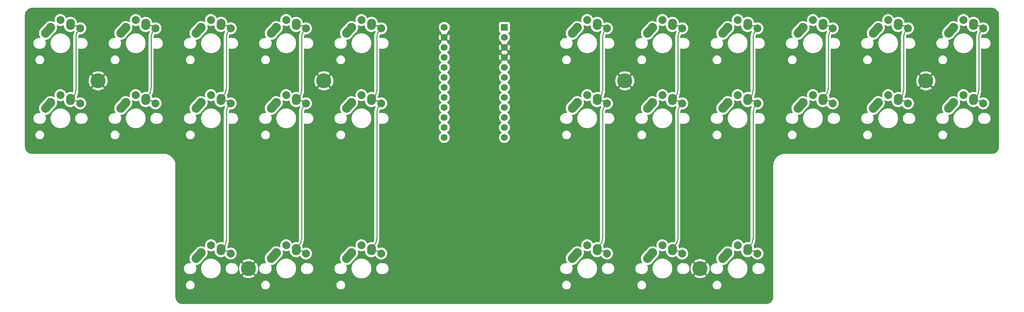
<source format=gtl>
G04 #@! TF.GenerationSoftware,KiCad,Pcbnew,(6.0.0-0)*
G04 #@! TF.CreationDate,2022-03-08T07:19:15-08:00*
G04 #@! TF.ProjectId,unisplit_orthosteno,756e6973-706c-4697-945f-6f7274686f73,rev?*
G04 #@! TF.SameCoordinates,Original*
G04 #@! TF.FileFunction,Copper,L1,Top*
G04 #@! TF.FilePolarity,Positive*
%FSLAX46Y46*%
G04 Gerber Fmt 4.6, Leading zero omitted, Abs format (unit mm)*
G04 Created by KiCad (PCBNEW (6.0.0-0)) date 2022-03-08 07:19:15*
%MOMM*%
%LPD*%
G01*
G04 APERTURE LIST*
G04 Aperture macros list*
%AMHorizOval*
0 Thick line with rounded ends*
0 $1 width*
0 $2 $3 position (X,Y) of the first rounded end (center of the circle)*
0 $4 $5 position (X,Y) of the second rounded end (center of the circle)*
0 Add line between two ends*
20,1,$1,$2,$3,$4,$5,0*
0 Add two circle primitives to create the rounded ends*
1,1,$1,$2,$3*
1,1,$1,$4,$5*%
G04 Aperture macros list end*
G04 #@! TA.AperFunction,ComponentPad*
%ADD10HorizOval,2.250000X0.019771X0.290016X-0.019771X-0.290016X0*%
G04 #@! TD*
G04 #@! TA.AperFunction,ComponentPad*
%ADD11C,2.000000*%
G04 #@! TD*
G04 #@! TA.AperFunction,ComponentPad*
%ADD12C,2.250000*%
G04 #@! TD*
G04 #@! TA.AperFunction,ComponentPad*
%ADD13HorizOval,2.250000X0.654995X0.730004X-0.654995X-0.730004X0*%
G04 #@! TD*
G04 #@! TA.AperFunction,ComponentPad*
%ADD14C,3.800000*%
G04 #@! TD*
G04 #@! TA.AperFunction,ComponentPad*
%ADD15R,1.752600X1.752600*%
G04 #@! TD*
G04 #@! TA.AperFunction,ComponentPad*
%ADD16C,1.752600*%
G04 #@! TD*
G04 #@! TA.AperFunction,ViaPad*
%ADD17C,0.800000*%
G04 #@! TD*
G04 #@! TA.AperFunction,Conductor*
%ADD18C,0.250000*%
G04 #@! TD*
G04 APERTURE END LIST*
D10*
X39826021Y-65059984D03*
D11*
X42306250Y-66050000D03*
D12*
X39846250Y-64770000D03*
X34806250Y-65850000D03*
D11*
X37306250Y-63950000D03*
D13*
X34151245Y-66579996D03*
D10*
X58876021Y-65059984D03*
D11*
X61356250Y-66050000D03*
D12*
X58896250Y-64770000D03*
D11*
X56356250Y-63950000D03*
D13*
X53201245Y-66579996D03*
D12*
X53856250Y-65850000D03*
D10*
X77926021Y-65059984D03*
D12*
X77946250Y-64770000D03*
D11*
X80406250Y-66050000D03*
X75406250Y-63950000D03*
D13*
X72251245Y-66579996D03*
D12*
X72906250Y-65850000D03*
X96996250Y-64770000D03*
D11*
X99456250Y-66050000D03*
D10*
X96976021Y-65059984D03*
D13*
X91301245Y-66579996D03*
D11*
X94456250Y-63950000D03*
D12*
X91956250Y-65850000D03*
D10*
X116026021Y-65059984D03*
D11*
X118506250Y-66050000D03*
D12*
X116046250Y-64770000D03*
X111006250Y-65850000D03*
D11*
X113506250Y-63950000D03*
D13*
X110351245Y-66579996D03*
D10*
X173176021Y-65059984D03*
D12*
X173196250Y-64770000D03*
D11*
X175656250Y-66050000D03*
D13*
X167501245Y-66579996D03*
D11*
X170656250Y-63950000D03*
D12*
X168156250Y-65850000D03*
D10*
X192226021Y-65059984D03*
D12*
X192246250Y-64770000D03*
D11*
X194706250Y-66050000D03*
X189706250Y-63950000D03*
D12*
X187206250Y-65850000D03*
D13*
X186551245Y-66579996D03*
D12*
X211296250Y-64770000D03*
D11*
X213756250Y-66050000D03*
D10*
X211276021Y-65059984D03*
D12*
X206256250Y-65850000D03*
D13*
X205601245Y-66579996D03*
D11*
X208756250Y-63950000D03*
X232806250Y-66050000D03*
D10*
X230326021Y-65059984D03*
D12*
X230346250Y-64770000D03*
D11*
X227806250Y-63950000D03*
D12*
X225306250Y-65850000D03*
D13*
X224651245Y-66579996D03*
D11*
X251856250Y-66050000D03*
D10*
X249376021Y-65059984D03*
D12*
X249396250Y-64770000D03*
X244356250Y-65850000D03*
D13*
X243701245Y-66579996D03*
D11*
X246856250Y-63950000D03*
D12*
X268446250Y-64770000D03*
D11*
X270906250Y-66050000D03*
D10*
X268426021Y-65059984D03*
D11*
X265906250Y-63950000D03*
D13*
X262751245Y-66579996D03*
D12*
X263406250Y-65850000D03*
X39846250Y-83820000D03*
D11*
X42306250Y-85100000D03*
D10*
X39826021Y-84109984D03*
D11*
X37306250Y-83000000D03*
D12*
X34806250Y-84900000D03*
D13*
X34151245Y-85629996D03*
D11*
X61356250Y-85100000D03*
D12*
X58896250Y-83820000D03*
D10*
X58876021Y-84109984D03*
D12*
X53856250Y-84900000D03*
D11*
X56356250Y-83000000D03*
D13*
X53201245Y-85629996D03*
D12*
X77946250Y-83820000D03*
D11*
X80406250Y-85100000D03*
D10*
X77926021Y-84109984D03*
D11*
X75406250Y-83000000D03*
D12*
X72906250Y-84900000D03*
D13*
X72251245Y-85629996D03*
D11*
X99456250Y-85100000D03*
D12*
X96996250Y-83820000D03*
D10*
X96976021Y-84109984D03*
D12*
X91956250Y-84900000D03*
D13*
X91301245Y-85629996D03*
D11*
X94456250Y-83000000D03*
D12*
X116046250Y-83820000D03*
D10*
X116026021Y-84109984D03*
D11*
X118506250Y-85100000D03*
D12*
X111006250Y-84900000D03*
D11*
X113506250Y-83000000D03*
D13*
X110351245Y-85629996D03*
D12*
X173196250Y-83820000D03*
D10*
X173176021Y-84109984D03*
D11*
X175656250Y-85100000D03*
D13*
X167501245Y-85629996D03*
D11*
X170656250Y-83000000D03*
D12*
X168156250Y-84900000D03*
X192246250Y-83820000D03*
D11*
X194706250Y-85100000D03*
D10*
X192226021Y-84109984D03*
D13*
X186551245Y-85629996D03*
D11*
X189706250Y-83000000D03*
D12*
X187206250Y-84900000D03*
D11*
X213756250Y-85100000D03*
D12*
X211296250Y-83820000D03*
D10*
X211276021Y-84109984D03*
D11*
X208756250Y-83000000D03*
D12*
X206256250Y-84900000D03*
D13*
X205601245Y-85629996D03*
D12*
X230346250Y-83820000D03*
D10*
X230326021Y-84109984D03*
D11*
X232806250Y-85100000D03*
X227806250Y-83000000D03*
D12*
X225306250Y-84900000D03*
D13*
X224651245Y-85629996D03*
D12*
X249396250Y-83820000D03*
D11*
X251856250Y-85100000D03*
D10*
X249376021Y-84109984D03*
D11*
X246856250Y-83000000D03*
D13*
X243701245Y-85629996D03*
D12*
X244356250Y-84900000D03*
D10*
X268426021Y-84109984D03*
D12*
X268446250Y-83820000D03*
D11*
X270906250Y-85100000D03*
D12*
X263406250Y-84900000D03*
D13*
X262751245Y-85629996D03*
D11*
X265906250Y-83000000D03*
D12*
X77946250Y-121920000D03*
D11*
X80406250Y-123200000D03*
D10*
X77926021Y-122209984D03*
D11*
X75406250Y-121100000D03*
D12*
X72906250Y-123000000D03*
D13*
X72251245Y-123729996D03*
D11*
X99456250Y-123200000D03*
D12*
X96996250Y-121920000D03*
D10*
X96976021Y-122209984D03*
D12*
X91956250Y-123000000D03*
D11*
X94456250Y-121100000D03*
D13*
X91301245Y-123729996D03*
D12*
X173196250Y-121920000D03*
D10*
X173176021Y-122209984D03*
D11*
X175656250Y-123200000D03*
D12*
X168156250Y-123000000D03*
D13*
X167501245Y-123729996D03*
D11*
X170656250Y-121100000D03*
D10*
X192226021Y-122209984D03*
D11*
X194706250Y-123200000D03*
D12*
X192246250Y-121920000D03*
X187206250Y-123000000D03*
D13*
X186551245Y-123729996D03*
D11*
X189706250Y-121100000D03*
D10*
X116026021Y-122209984D03*
D12*
X116046250Y-121920000D03*
D11*
X118506250Y-123200000D03*
X113506250Y-121100000D03*
D13*
X110351245Y-123729996D03*
D12*
X111006250Y-123000000D03*
X211296250Y-121920000D03*
D11*
X213756250Y-123200000D03*
D10*
X211276021Y-122209984D03*
D13*
X205601245Y-123729996D03*
D11*
X208756250Y-121100000D03*
D12*
X206256250Y-123000000D03*
D14*
X84931250Y-127000000D03*
X103981250Y-79375000D03*
X180181250Y-79375000D03*
X256381250Y-79375000D03*
X46831250Y-79375000D03*
X199231250Y-127000000D03*
D15*
X149701250Y-65804250D03*
D16*
X149701250Y-68344250D03*
X149701250Y-70884250D03*
X149701250Y-73424250D03*
X149701250Y-75964250D03*
X149701250Y-78504250D03*
X149701250Y-81044250D03*
X149701250Y-83584250D03*
X149701250Y-86124250D03*
X149701250Y-88664250D03*
X149701250Y-91204250D03*
X149701250Y-93744250D03*
X134461250Y-93744250D03*
X134461250Y-91204250D03*
X134461250Y-88664250D03*
X134461250Y-86124250D03*
X134461250Y-83584250D03*
X134461250Y-81044250D03*
X134461250Y-78504250D03*
X134461250Y-75964250D03*
X134461250Y-73424250D03*
X134461250Y-70884250D03*
X134461250Y-68344250D03*
X134461250Y-65804250D03*
D17*
X208788000Y-85344000D03*
X165354000Y-91059000D03*
X56388000Y-85344000D03*
X170688000Y-85344000D03*
X141986000Y-92202000D03*
X113538000Y-85471000D03*
X94488000Y-85471000D03*
X246888000Y-85471000D03*
X80518000Y-82931000D03*
X118872000Y-82931000D03*
X227838000Y-85471000D03*
X99695000Y-82804000D03*
X75438000Y-85471000D03*
X189738000Y-85344000D03*
D18*
X41899143Y-84692893D02*
X42306250Y-85100000D01*
X41186249Y-68412642D02*
X41186249Y-81777360D01*
X40307569Y-83898681D02*
X39806250Y-84400000D01*
X42306250Y-66050000D02*
X42064928Y-66291322D01*
X41899143Y-65642893D02*
X42306250Y-66050000D01*
X39806250Y-84400000D02*
X41192036Y-84400000D01*
X39806250Y-65350000D02*
X41192036Y-65350000D01*
X42064928Y-66291322D02*
G75*
G03*
X41186249Y-68412642I2121319J-2121319D01*
G01*
X40307569Y-83898681D02*
G75*
G03*
X41186249Y-81777360I-2121325J2121323D01*
G01*
X41192036Y-84400001D02*
G75*
G02*
X41899142Y-84692894I3J-999993D01*
G01*
X41192036Y-65350001D02*
G75*
G02*
X41899142Y-65642894I3J-999993D01*
G01*
X60949143Y-84692893D02*
X61356250Y-85100000D01*
X61356250Y-66050000D02*
X61114928Y-66291322D01*
X60236249Y-68412642D02*
X60236249Y-81237360D01*
X59357569Y-83358681D02*
X58896250Y-83820000D01*
X60949143Y-65642893D02*
X61356250Y-66050000D01*
X58856250Y-65350000D02*
X60242036Y-65350000D01*
X58856250Y-84400000D02*
X60242036Y-84400000D01*
X61114928Y-66291322D02*
G75*
G03*
X60236249Y-68412642I2121319J-2121319D01*
G01*
X60242036Y-65350001D02*
G75*
G02*
X60949142Y-65642894I3J-999993D01*
G01*
X59357569Y-83358681D02*
G75*
G03*
X60236249Y-81237360I-2121325J2121323D01*
G01*
X60242036Y-84400001D02*
G75*
G02*
X60949142Y-84692894I3J-999993D01*
G01*
X78407569Y-83358681D02*
X77946250Y-83820000D01*
X79286249Y-87462642D02*
X79286249Y-119877360D01*
X80406250Y-85100000D02*
X80164928Y-85341322D01*
X79999143Y-84692893D02*
X80406250Y-85100000D01*
X78407569Y-121998681D02*
X77906250Y-122500000D01*
X77906250Y-122500000D02*
X79292036Y-122500000D01*
X77906250Y-84400000D02*
X79292036Y-84400000D01*
X79999143Y-122792893D02*
X80406250Y-123200000D01*
X80406250Y-66050000D02*
X80164928Y-66291322D01*
X79286249Y-68412642D02*
X79286249Y-81237360D01*
X79999143Y-65642893D02*
X80406250Y-66050000D01*
X77906250Y-65350000D02*
X79292036Y-65350000D01*
X80164928Y-85341322D02*
G75*
G03*
X79286249Y-87462642I2121319J-2121319D01*
G01*
X79999143Y-84692893D02*
G75*
G03*
X79292036Y-84400000I-707106J-707106D01*
G01*
X79292036Y-65350001D02*
G75*
G02*
X79999142Y-65642894I3J-999993D01*
G01*
X78407569Y-83358681D02*
G75*
G03*
X79286249Y-81237360I-2121325J2121323D01*
G01*
X80164928Y-66291322D02*
G75*
G03*
X79286249Y-68412642I2121319J-2121319D01*
G01*
X78407569Y-121998681D02*
G75*
G03*
X79286249Y-119877360I-2121325J2121323D01*
G01*
X79999143Y-122792893D02*
G75*
G03*
X79292036Y-122500000I-707106J-707106D01*
G01*
X97457569Y-121458681D02*
X96996250Y-121920000D01*
X98336249Y-87462642D02*
X98336249Y-119337360D01*
X96956250Y-122500000D02*
X98342036Y-122500000D01*
X98336249Y-68412642D02*
X98336249Y-81777360D01*
X99456250Y-66050000D02*
X99214928Y-66291322D01*
X99049143Y-84692893D02*
X99456250Y-85100000D01*
X99456250Y-85100000D02*
X99214928Y-85341322D01*
X97457569Y-83898681D02*
X96956250Y-84400000D01*
X96956250Y-65350000D02*
X98342036Y-65350000D01*
X99049143Y-65642893D02*
X99456250Y-66050000D01*
X96956250Y-84400000D02*
X98342036Y-84400000D01*
X99049143Y-122792893D02*
X99456250Y-123200000D01*
X99049143Y-122792893D02*
G75*
G03*
X98342036Y-122500000I-707106J-707106D01*
G01*
X99214928Y-66291322D02*
G75*
G03*
X98336249Y-68412642I2121319J-2121319D01*
G01*
X99049143Y-84692893D02*
G75*
G03*
X98342036Y-84400000I-707106J-707106D01*
G01*
X98342036Y-65350001D02*
G75*
G02*
X99049142Y-65642894I3J-999993D01*
G01*
X98336248Y-119337360D02*
G75*
G02*
X97457568Y-121458680I-2999993J-3D01*
G01*
X99214928Y-85341322D02*
G75*
G03*
X98336249Y-87462642I2121319J-2121319D01*
G01*
X98336248Y-81777360D02*
G75*
G02*
X97457568Y-83898680I-2999993J-3D01*
G01*
X117386249Y-87462642D02*
X117386249Y-119337360D01*
X116507569Y-83898681D02*
X116006250Y-84400000D01*
X116006250Y-65350000D02*
X117392036Y-65350000D01*
X116006250Y-84400000D02*
X117392036Y-84400000D01*
X116006250Y-122500000D02*
X117392036Y-122500000D01*
X118099143Y-65642893D02*
X118506250Y-66050000D01*
X116507569Y-121458681D02*
X116046250Y-121920000D01*
X118506250Y-66050000D02*
X118264928Y-66291322D01*
X118506250Y-85100000D02*
X118264928Y-85341322D01*
X118099143Y-122792893D02*
X118506250Y-123200000D01*
X118099143Y-84692893D02*
X118506250Y-85100000D01*
X117386249Y-68412642D02*
X117386249Y-81777360D01*
X118264928Y-85341322D02*
G75*
G03*
X117386249Y-87462642I2121319J-2121319D01*
G01*
X116507569Y-83898681D02*
G75*
G03*
X117386249Y-81777360I-2121325J2121323D01*
G01*
X116507569Y-121458681D02*
G75*
G03*
X117386249Y-119337360I-2121325J2121323D01*
G01*
X118099143Y-65642893D02*
G75*
G03*
X117392036Y-65350000I-707106J-707106D01*
G01*
X118099143Y-84692893D02*
G75*
G03*
X117392036Y-84400000I-707106J-707106D01*
G01*
X118264928Y-66291322D02*
G75*
G03*
X117386249Y-68412642I2121319J-2121319D01*
G01*
X118099143Y-122792893D02*
G75*
G03*
X117392036Y-122500000I-707106J-707106D01*
G01*
X174536249Y-68412642D02*
X174536249Y-81777360D01*
X175249143Y-65642893D02*
X175656250Y-66050000D01*
X175249143Y-122792893D02*
X175656250Y-123200000D01*
X173156250Y-84400000D02*
X174542036Y-84400000D01*
X175656250Y-85100000D02*
X175414928Y-85341322D01*
X174536249Y-87462642D02*
X174536249Y-119337360D01*
X173657569Y-121458681D02*
X173196250Y-121920000D01*
X175249143Y-84692893D02*
X175656250Y-85100000D01*
X173156250Y-122500000D02*
X174542036Y-122500000D01*
X173156250Y-65350000D02*
X174542036Y-65350000D01*
X175656250Y-66050000D02*
X175414928Y-66291322D01*
X173657569Y-83898681D02*
X173156250Y-84400000D01*
X174536248Y-81777360D02*
G75*
G02*
X173657568Y-83898680I-2999993J-3D01*
G01*
X174542036Y-65350001D02*
G75*
G02*
X175249142Y-65642894I3J-999993D01*
G01*
X174542036Y-122500001D02*
G75*
G02*
X175249142Y-122792894I3J-999993D01*
G01*
X174536249Y-68412642D02*
G75*
G02*
X175414928Y-66291322I2999998J1D01*
G01*
X173657569Y-121458681D02*
G75*
G03*
X174536249Y-119337360I-2121325J2121323D01*
G01*
X175414928Y-85341322D02*
G75*
G03*
X174536249Y-87462642I2121319J-2121319D01*
G01*
X174542036Y-84400001D02*
G75*
G02*
X175249142Y-84692894I3J-999993D01*
G01*
X193586249Y-68412642D02*
X193586249Y-81777360D01*
X192206250Y-84400000D02*
X193592036Y-84400000D01*
X194299143Y-84692893D02*
X194706250Y-85100000D01*
X194299143Y-65642893D02*
X194706250Y-66050000D01*
X192206250Y-65350000D02*
X193592036Y-65350000D01*
X194706250Y-85100000D02*
X194464928Y-85341322D01*
X192206250Y-122500000D02*
X193592036Y-122500000D01*
X192707569Y-121458681D02*
X192246250Y-121920000D01*
X194299143Y-122792893D02*
X194706250Y-123200000D01*
X194706250Y-66050000D02*
X194464928Y-66291322D01*
X192707569Y-83898681D02*
X192206250Y-84400000D01*
X193586249Y-87462642D02*
X193586249Y-119337360D01*
X193586249Y-68412642D02*
G75*
G02*
X194464928Y-66291322I2999998J1D01*
G01*
X194299143Y-84692893D02*
G75*
G03*
X193592036Y-84400000I-707106J-707106D01*
G01*
X193586248Y-81777360D02*
G75*
G02*
X192707568Y-83898680I-2999993J-3D01*
G01*
X194299143Y-65642893D02*
G75*
G03*
X193592036Y-65350000I-707106J-707106D01*
G01*
X193586249Y-87462642D02*
G75*
G02*
X194464928Y-85341322I2999998J1D01*
G01*
X193592036Y-122500001D02*
G75*
G02*
X194299142Y-122792894I3J-999993D01*
G01*
X193586248Y-119337360D02*
G75*
G02*
X192707568Y-121458680I-2999993J-3D01*
G01*
X211757569Y-83898681D02*
X211256250Y-84400000D01*
X211256250Y-84400000D02*
X212642036Y-84400000D01*
X213756250Y-85100000D02*
X213514928Y-85341322D01*
X212636249Y-87462642D02*
X212636249Y-119337360D01*
X211757569Y-121458681D02*
X211296250Y-121920000D01*
X211256250Y-122500000D02*
X212642036Y-122500000D01*
X213349143Y-122792893D02*
X213756250Y-123200000D01*
X213349143Y-84692893D02*
X213756250Y-85100000D01*
X213349143Y-65642893D02*
X213756250Y-66050000D01*
X212636249Y-68412642D02*
X212636249Y-81777360D01*
X213756250Y-66050000D02*
X213514928Y-66291322D01*
X211256250Y-65350000D02*
X212642036Y-65350000D01*
X212636249Y-68412642D02*
G75*
G02*
X213514928Y-66291322I2999998J1D01*
G01*
X212642036Y-122500001D02*
G75*
G02*
X213349142Y-122792894I3J-999993D01*
G01*
X212636248Y-119337360D02*
G75*
G02*
X211757568Y-121458680I-2999993J-3D01*
G01*
X212636248Y-81777360D02*
G75*
G02*
X211757568Y-83898680I-2999993J-3D01*
G01*
X212642036Y-65350001D02*
G75*
G02*
X213349142Y-65642894I3J-999993D01*
G01*
X212636249Y-87462642D02*
G75*
G02*
X213514928Y-85341322I2999998J1D01*
G01*
X213349143Y-84692893D02*
G75*
G03*
X212642036Y-84400000I-707106J-707106D01*
G01*
X232399143Y-84692893D02*
X232806250Y-85100000D01*
X232399143Y-65642893D02*
X232806250Y-66050000D01*
X230807569Y-83358681D02*
X230346250Y-83820000D01*
X230306250Y-65350000D02*
X231692036Y-65350000D01*
X231686249Y-68412642D02*
X231686249Y-81237360D01*
X230306250Y-84400000D02*
X231692036Y-84400000D01*
X232806250Y-66050000D02*
X232564928Y-66291322D01*
X231692036Y-84400001D02*
G75*
G02*
X232399142Y-84692894I3J-999993D01*
G01*
X231686248Y-81237360D02*
G75*
G02*
X230807568Y-83358680I-2999993J-3D01*
G01*
X232564928Y-66291322D02*
G75*
G03*
X231686249Y-68412642I2121319J-2121319D01*
G01*
X232399143Y-65642893D02*
G75*
G03*
X231692036Y-65350000I-707106J-707106D01*
G01*
X249356250Y-84400000D02*
X250742036Y-84400000D01*
X251449143Y-65642893D02*
X251856250Y-66050000D01*
X249857569Y-83898681D02*
X249356250Y-84400000D01*
X250736249Y-68412642D02*
X250736249Y-81777360D01*
X249356250Y-65350000D02*
X250742036Y-65350000D01*
X251856250Y-66050000D02*
X251614928Y-66291322D01*
X251449143Y-84692893D02*
X251856250Y-85100000D01*
X251614928Y-66291322D02*
G75*
G03*
X250736249Y-68412642I2121319J-2121319D01*
G01*
X250736248Y-81777360D02*
G75*
G02*
X249857568Y-83898680I-2999993J-3D01*
G01*
X251449143Y-84692893D02*
G75*
G03*
X250742036Y-84400000I-707106J-707106D01*
G01*
X250742036Y-65350001D02*
G75*
G02*
X251449142Y-65642894I3J-999993D01*
G01*
X268907569Y-83898681D02*
X268406250Y-84400000D01*
X270499143Y-84692893D02*
X270906250Y-85100000D01*
X268406250Y-84400000D02*
X269792036Y-84400000D01*
X268406250Y-65350000D02*
X269792036Y-65350000D01*
X270499143Y-65642893D02*
X270906250Y-66050000D01*
X269786249Y-68412642D02*
X269786249Y-81777360D01*
X270906250Y-66050000D02*
X270664928Y-66291322D01*
X269786249Y-68412642D02*
G75*
G02*
X270664928Y-66291322I2999998J1D01*
G01*
X269792036Y-84400001D02*
G75*
G02*
X270499142Y-84692894I3J-999993D01*
G01*
X269792036Y-65350001D02*
G75*
G02*
X270499142Y-65642894I3J-999993D01*
G01*
X269786248Y-81777360D02*
G75*
G02*
X268907568Y-83898680I-2999993J-3D01*
G01*
G04 #@! TA.AperFunction,Conductor*
G36*
X273020057Y-60834500D02*
G01*
X273034858Y-60836805D01*
X273034861Y-60836805D01*
X273043730Y-60838186D01*
X273059999Y-60836059D01*
X273084567Y-60835266D01*
X273286266Y-60848486D01*
X273302606Y-60850637D01*
X273526733Y-60895218D01*
X273542654Y-60899484D01*
X273759043Y-60972939D01*
X273774269Y-60979246D01*
X273979217Y-61080315D01*
X273993491Y-61088556D01*
X274183497Y-61215514D01*
X274196572Y-61225547D01*
X274368386Y-61376223D01*
X274380027Y-61387864D01*
X274529795Y-61558642D01*
X274530703Y-61559678D01*
X274540736Y-61572753D01*
X274667694Y-61762759D01*
X274675935Y-61777033D01*
X274777004Y-61981981D01*
X274783311Y-61997207D01*
X274856766Y-62213596D01*
X274861032Y-62229517D01*
X274905613Y-62453644D01*
X274907764Y-62469984D01*
X274920514Y-62664518D01*
X274919489Y-62687554D01*
X274919446Y-62691104D01*
X274918064Y-62699980D01*
X274922186Y-62731501D01*
X274923250Y-62747839D01*
X274923250Y-95994422D01*
X274921750Y-96013806D01*
X274918064Y-96037480D01*
X274920191Y-96053749D01*
X274920984Y-96078317D01*
X274907764Y-96280016D01*
X274905613Y-96296356D01*
X274861032Y-96520483D01*
X274856766Y-96536404D01*
X274783311Y-96752793D01*
X274777004Y-96768019D01*
X274675935Y-96972967D01*
X274667694Y-96987241D01*
X274540736Y-97177247D01*
X274530703Y-97190322D01*
X274380027Y-97362136D01*
X274368386Y-97373777D01*
X274197608Y-97523545D01*
X274196572Y-97524453D01*
X274183497Y-97534486D01*
X273993491Y-97661444D01*
X273979217Y-97669685D01*
X273774269Y-97770754D01*
X273759043Y-97777061D01*
X273542654Y-97850516D01*
X273526733Y-97854782D01*
X273302606Y-97899363D01*
X273286266Y-97901514D01*
X273091732Y-97914264D01*
X273068696Y-97913239D01*
X273065146Y-97913196D01*
X273056270Y-97911814D01*
X273027762Y-97915542D01*
X273024749Y-97915936D01*
X273008411Y-97917000D01*
X220715707Y-97917000D01*
X220694803Y-97915254D01*
X220685952Y-97913765D01*
X220675039Y-97911929D01*
X220668963Y-97911855D01*
X220667369Y-97911835D01*
X220667364Y-97911835D01*
X220662500Y-97911776D01*
X220657685Y-97912466D01*
X220654519Y-97912672D01*
X220649356Y-97913187D01*
X220338497Y-97930644D01*
X220018568Y-97985002D01*
X219706738Y-98074839D01*
X219703470Y-98076193D01*
X219703469Y-98076193D01*
X219410194Y-98197670D01*
X219410189Y-98197673D01*
X219406926Y-98199024D01*
X219122905Y-98355998D01*
X218858244Y-98543784D01*
X218616273Y-98760023D01*
X218400034Y-99001994D01*
X218212248Y-99266655D01*
X218055274Y-99550676D01*
X217931089Y-99850488D01*
X217841252Y-100162318D01*
X217786894Y-100482247D01*
X217786696Y-100485776D01*
X217769953Y-100783886D01*
X217769478Y-100788381D01*
X217769465Y-100789432D01*
X217769621Y-100789807D01*
X217769606Y-100790073D01*
X217768064Y-100799980D01*
X217768754Y-100805255D01*
X217768698Y-100806250D01*
X217768884Y-100806250D01*
X217770524Y-100818789D01*
X217772186Y-100831500D01*
X217773250Y-100847838D01*
X217773250Y-134094422D01*
X217771750Y-134113806D01*
X217768064Y-134137480D01*
X217770191Y-134153749D01*
X217770984Y-134178317D01*
X217757764Y-134380016D01*
X217755613Y-134396356D01*
X217711032Y-134620483D01*
X217706766Y-134636404D01*
X217633311Y-134852793D01*
X217627004Y-134868019D01*
X217525935Y-135072967D01*
X217517694Y-135087241D01*
X217390736Y-135277247D01*
X217380703Y-135290322D01*
X217230027Y-135462136D01*
X217218386Y-135473777D01*
X217047608Y-135623545D01*
X217046572Y-135624453D01*
X217033497Y-135634486D01*
X216843491Y-135761444D01*
X216829217Y-135769685D01*
X216624269Y-135870754D01*
X216609043Y-135877061D01*
X216392654Y-135950516D01*
X216376733Y-135954782D01*
X216152606Y-135999363D01*
X216136266Y-136001514D01*
X215941732Y-136014264D01*
X215918696Y-136013239D01*
X215915146Y-136013196D01*
X215906270Y-136011814D01*
X215877762Y-136015542D01*
X215874749Y-136015936D01*
X215858411Y-136017000D01*
X68311828Y-136017000D01*
X68292443Y-136015500D01*
X68277642Y-136013195D01*
X68277639Y-136013195D01*
X68268770Y-136011814D01*
X68252501Y-136013941D01*
X68227933Y-136014734D01*
X68026234Y-136001514D01*
X68009894Y-135999363D01*
X67785767Y-135954782D01*
X67769846Y-135950516D01*
X67553457Y-135877061D01*
X67538231Y-135870754D01*
X67333283Y-135769685D01*
X67319009Y-135761444D01*
X67129003Y-135634486D01*
X67115928Y-135624453D01*
X67114892Y-135623545D01*
X66944114Y-135473777D01*
X66932473Y-135462136D01*
X66781797Y-135290322D01*
X66771764Y-135277247D01*
X66644806Y-135087241D01*
X66636565Y-135072967D01*
X66535496Y-134868019D01*
X66529189Y-134852793D01*
X66455734Y-134636404D01*
X66451468Y-134620483D01*
X66406887Y-134396356D01*
X66404736Y-134380016D01*
X66392224Y-134189126D01*
X66393397Y-134165968D01*
X66393079Y-134165939D01*
X66393514Y-134161083D01*
X66394321Y-134156289D01*
X66394474Y-134143750D01*
X66390523Y-134116162D01*
X66389250Y-134098299D01*
X66389250Y-131145604D01*
X69074037Y-131145604D01*
X69083817Y-131356899D01*
X69133375Y-131562534D01*
X69135857Y-131567992D01*
X69135858Y-131567996D01*
X69179303Y-131663546D01*
X69220924Y-131755087D01*
X69343304Y-131927611D01*
X69496100Y-132073881D01*
X69673798Y-132188620D01*
X69679364Y-132190863D01*
X69864418Y-132265442D01*
X69864421Y-132265443D01*
X69869987Y-132267686D01*
X70077587Y-132308228D01*
X70083149Y-132308500D01*
X70239096Y-132308500D01*
X70396816Y-132293452D01*
X70599784Y-132233908D01*
X70683361Y-132190863D01*
X70782499Y-132139804D01*
X70782502Y-132139802D01*
X70787830Y-132137058D01*
X70954170Y-132006396D01*
X70958102Y-132001865D01*
X70958105Y-132001862D01*
X71088871Y-131851167D01*
X71092802Y-131846637D01*
X71095802Y-131841451D01*
X71095805Y-131841447D01*
X71195717Y-131668742D01*
X71198723Y-131663546D01*
X71268111Y-131463729D01*
X71298463Y-131254396D01*
X71293427Y-131145604D01*
X88124037Y-131145604D01*
X88133817Y-131356899D01*
X88183375Y-131562534D01*
X88185857Y-131567992D01*
X88185858Y-131567996D01*
X88229303Y-131663546D01*
X88270924Y-131755087D01*
X88393304Y-131927611D01*
X88546100Y-132073881D01*
X88723798Y-132188620D01*
X88729364Y-132190863D01*
X88914418Y-132265442D01*
X88914421Y-132265443D01*
X88919987Y-132267686D01*
X89127587Y-132308228D01*
X89133149Y-132308500D01*
X89289096Y-132308500D01*
X89446816Y-132293452D01*
X89649784Y-132233908D01*
X89733361Y-132190863D01*
X89832499Y-132139804D01*
X89832502Y-132139802D01*
X89837830Y-132137058D01*
X90004170Y-132006396D01*
X90008102Y-132001865D01*
X90008105Y-132001862D01*
X90138871Y-131851167D01*
X90142802Y-131846637D01*
X90145802Y-131841451D01*
X90145805Y-131841447D01*
X90245717Y-131668742D01*
X90248723Y-131663546D01*
X90318111Y-131463729D01*
X90348463Y-131254396D01*
X90343427Y-131145604D01*
X107174037Y-131145604D01*
X107183817Y-131356899D01*
X107233375Y-131562534D01*
X107235857Y-131567992D01*
X107235858Y-131567996D01*
X107279303Y-131663546D01*
X107320924Y-131755087D01*
X107443304Y-131927611D01*
X107596100Y-132073881D01*
X107773798Y-132188620D01*
X107779364Y-132190863D01*
X107964418Y-132265442D01*
X107964421Y-132265443D01*
X107969987Y-132267686D01*
X108177587Y-132308228D01*
X108183149Y-132308500D01*
X108339096Y-132308500D01*
X108496816Y-132293452D01*
X108699784Y-132233908D01*
X108783361Y-132190863D01*
X108882499Y-132139804D01*
X108882502Y-132139802D01*
X108887830Y-132137058D01*
X109054170Y-132006396D01*
X109058102Y-132001865D01*
X109058105Y-132001862D01*
X109188871Y-131851167D01*
X109192802Y-131846637D01*
X109195802Y-131841451D01*
X109195805Y-131841447D01*
X109295717Y-131668742D01*
X109298723Y-131663546D01*
X109368111Y-131463729D01*
X109398463Y-131254396D01*
X109393427Y-131145604D01*
X164324037Y-131145604D01*
X164333817Y-131356899D01*
X164383375Y-131562534D01*
X164385857Y-131567992D01*
X164385858Y-131567996D01*
X164429303Y-131663546D01*
X164470924Y-131755087D01*
X164593304Y-131927611D01*
X164746100Y-132073881D01*
X164923798Y-132188620D01*
X164929364Y-132190863D01*
X165114418Y-132265442D01*
X165114421Y-132265443D01*
X165119987Y-132267686D01*
X165327587Y-132308228D01*
X165333149Y-132308500D01*
X165489096Y-132308500D01*
X165646816Y-132293452D01*
X165849784Y-132233908D01*
X165933361Y-132190863D01*
X166032499Y-132139804D01*
X166032502Y-132139802D01*
X166037830Y-132137058D01*
X166204170Y-132006396D01*
X166208102Y-132001865D01*
X166208105Y-132001862D01*
X166338871Y-131851167D01*
X166342802Y-131846637D01*
X166345802Y-131841451D01*
X166345805Y-131841447D01*
X166445717Y-131668742D01*
X166448723Y-131663546D01*
X166518111Y-131463729D01*
X166548463Y-131254396D01*
X166543427Y-131145604D01*
X183374037Y-131145604D01*
X183383817Y-131356899D01*
X183433375Y-131562534D01*
X183435857Y-131567992D01*
X183435858Y-131567996D01*
X183479303Y-131663546D01*
X183520924Y-131755087D01*
X183643304Y-131927611D01*
X183796100Y-132073881D01*
X183973798Y-132188620D01*
X183979364Y-132190863D01*
X184164418Y-132265442D01*
X184164421Y-132265443D01*
X184169987Y-132267686D01*
X184377587Y-132308228D01*
X184383149Y-132308500D01*
X184539096Y-132308500D01*
X184696816Y-132293452D01*
X184899784Y-132233908D01*
X184983361Y-132190863D01*
X185082499Y-132139804D01*
X185082502Y-132139802D01*
X185087830Y-132137058D01*
X185254170Y-132006396D01*
X185258102Y-132001865D01*
X185258105Y-132001862D01*
X185388871Y-131851167D01*
X185392802Y-131846637D01*
X185395802Y-131841451D01*
X185395805Y-131841447D01*
X185495717Y-131668742D01*
X185498723Y-131663546D01*
X185568111Y-131463729D01*
X185598463Y-131254396D01*
X185593427Y-131145604D01*
X202424037Y-131145604D01*
X202433817Y-131356899D01*
X202483375Y-131562534D01*
X202485857Y-131567992D01*
X202485858Y-131567996D01*
X202529303Y-131663546D01*
X202570924Y-131755087D01*
X202693304Y-131927611D01*
X202846100Y-132073881D01*
X203023798Y-132188620D01*
X203029364Y-132190863D01*
X203214418Y-132265442D01*
X203214421Y-132265443D01*
X203219987Y-132267686D01*
X203427587Y-132308228D01*
X203433149Y-132308500D01*
X203589096Y-132308500D01*
X203746816Y-132293452D01*
X203949784Y-132233908D01*
X204033361Y-132190863D01*
X204132499Y-132139804D01*
X204132502Y-132139802D01*
X204137830Y-132137058D01*
X204304170Y-132006396D01*
X204308102Y-132001865D01*
X204308105Y-132001862D01*
X204438871Y-131851167D01*
X204442802Y-131846637D01*
X204445802Y-131841451D01*
X204445805Y-131841447D01*
X204545717Y-131668742D01*
X204548723Y-131663546D01*
X204618111Y-131463729D01*
X204648463Y-131254396D01*
X204638683Y-131043101D01*
X204589125Y-130837466D01*
X204545775Y-130742122D01*
X204504056Y-130650368D01*
X204501576Y-130644913D01*
X204379196Y-130472389D01*
X204226400Y-130326119D01*
X204048702Y-130211380D01*
X203988604Y-130187160D01*
X203858082Y-130134558D01*
X203858079Y-130134557D01*
X203852513Y-130132314D01*
X203644913Y-130091772D01*
X203639351Y-130091500D01*
X203483404Y-130091500D01*
X203325684Y-130106548D01*
X203122716Y-130166092D01*
X203117389Y-130168836D01*
X203117388Y-130168836D01*
X202940001Y-130260196D01*
X202939998Y-130260198D01*
X202934670Y-130262942D01*
X202768330Y-130393604D01*
X202764398Y-130398135D01*
X202764395Y-130398138D01*
X202695724Y-130477275D01*
X202629698Y-130553363D01*
X202626698Y-130558549D01*
X202626695Y-130558553D01*
X202579562Y-130640026D01*
X202523777Y-130736454D01*
X202454389Y-130936271D01*
X202424037Y-131145604D01*
X185593427Y-131145604D01*
X185588683Y-131043101D01*
X185539125Y-130837466D01*
X185495775Y-130742122D01*
X185454056Y-130650368D01*
X185451576Y-130644913D01*
X185329196Y-130472389D01*
X185176400Y-130326119D01*
X184998702Y-130211380D01*
X184938604Y-130187160D01*
X184808082Y-130134558D01*
X184808079Y-130134557D01*
X184802513Y-130132314D01*
X184594913Y-130091772D01*
X184589351Y-130091500D01*
X184433404Y-130091500D01*
X184275684Y-130106548D01*
X184072716Y-130166092D01*
X184067389Y-130168836D01*
X184067388Y-130168836D01*
X183890001Y-130260196D01*
X183889998Y-130260198D01*
X183884670Y-130262942D01*
X183718330Y-130393604D01*
X183714398Y-130398135D01*
X183714395Y-130398138D01*
X183645724Y-130477275D01*
X183579698Y-130553363D01*
X183576698Y-130558549D01*
X183576695Y-130558553D01*
X183529562Y-130640026D01*
X183473777Y-130736454D01*
X183404389Y-130936271D01*
X183374037Y-131145604D01*
X166543427Y-131145604D01*
X166538683Y-131043101D01*
X166489125Y-130837466D01*
X166445775Y-130742122D01*
X166404056Y-130650368D01*
X166401576Y-130644913D01*
X166279196Y-130472389D01*
X166126400Y-130326119D01*
X165948702Y-130211380D01*
X165888604Y-130187160D01*
X165758082Y-130134558D01*
X165758079Y-130134557D01*
X165752513Y-130132314D01*
X165544913Y-130091772D01*
X165539351Y-130091500D01*
X165383404Y-130091500D01*
X165225684Y-130106548D01*
X165022716Y-130166092D01*
X165017389Y-130168836D01*
X165017388Y-130168836D01*
X164840001Y-130260196D01*
X164839998Y-130260198D01*
X164834670Y-130262942D01*
X164668330Y-130393604D01*
X164664398Y-130398135D01*
X164664395Y-130398138D01*
X164595724Y-130477275D01*
X164529698Y-130553363D01*
X164526698Y-130558549D01*
X164526695Y-130558553D01*
X164479562Y-130640026D01*
X164423777Y-130736454D01*
X164354389Y-130936271D01*
X164324037Y-131145604D01*
X109393427Y-131145604D01*
X109388683Y-131043101D01*
X109339125Y-130837466D01*
X109295775Y-130742122D01*
X109254056Y-130650368D01*
X109251576Y-130644913D01*
X109129196Y-130472389D01*
X108976400Y-130326119D01*
X108798702Y-130211380D01*
X108738604Y-130187160D01*
X108608082Y-130134558D01*
X108608079Y-130134557D01*
X108602513Y-130132314D01*
X108394913Y-130091772D01*
X108389351Y-130091500D01*
X108233404Y-130091500D01*
X108075684Y-130106548D01*
X107872716Y-130166092D01*
X107867389Y-130168836D01*
X107867388Y-130168836D01*
X107690001Y-130260196D01*
X107689998Y-130260198D01*
X107684670Y-130262942D01*
X107518330Y-130393604D01*
X107514398Y-130398135D01*
X107514395Y-130398138D01*
X107445724Y-130477275D01*
X107379698Y-130553363D01*
X107376698Y-130558549D01*
X107376695Y-130558553D01*
X107329562Y-130640026D01*
X107273777Y-130736454D01*
X107204389Y-130936271D01*
X107174037Y-131145604D01*
X90343427Y-131145604D01*
X90338683Y-131043101D01*
X90289125Y-130837466D01*
X90245775Y-130742122D01*
X90204056Y-130650368D01*
X90201576Y-130644913D01*
X90079196Y-130472389D01*
X89926400Y-130326119D01*
X89748702Y-130211380D01*
X89688604Y-130187160D01*
X89558082Y-130134558D01*
X89558079Y-130134557D01*
X89552513Y-130132314D01*
X89344913Y-130091772D01*
X89339351Y-130091500D01*
X89183404Y-130091500D01*
X89025684Y-130106548D01*
X88822716Y-130166092D01*
X88817389Y-130168836D01*
X88817388Y-130168836D01*
X88640001Y-130260196D01*
X88639998Y-130260198D01*
X88634670Y-130262942D01*
X88468330Y-130393604D01*
X88464398Y-130398135D01*
X88464395Y-130398138D01*
X88395724Y-130477275D01*
X88329698Y-130553363D01*
X88326698Y-130558549D01*
X88326695Y-130558553D01*
X88279562Y-130640026D01*
X88223777Y-130736454D01*
X88154389Y-130936271D01*
X88124037Y-131145604D01*
X71293427Y-131145604D01*
X71288683Y-131043101D01*
X71239125Y-130837466D01*
X71195775Y-130742122D01*
X71154056Y-130650368D01*
X71151576Y-130644913D01*
X71029196Y-130472389D01*
X70876400Y-130326119D01*
X70698702Y-130211380D01*
X70638604Y-130187160D01*
X70508082Y-130134558D01*
X70508079Y-130134557D01*
X70502513Y-130132314D01*
X70294913Y-130091772D01*
X70289351Y-130091500D01*
X70133404Y-130091500D01*
X69975684Y-130106548D01*
X69772716Y-130166092D01*
X69767389Y-130168836D01*
X69767388Y-130168836D01*
X69590001Y-130260196D01*
X69589998Y-130260198D01*
X69584670Y-130262942D01*
X69418330Y-130393604D01*
X69414398Y-130398135D01*
X69414395Y-130398138D01*
X69345724Y-130477275D01*
X69279698Y-130553363D01*
X69276698Y-130558549D01*
X69276695Y-130558553D01*
X69229562Y-130640026D01*
X69173777Y-130736454D01*
X69104389Y-130936271D01*
X69074037Y-131145604D01*
X66389250Y-131145604D01*
X66389250Y-126935774D01*
X68544352Y-126935774D01*
X68544552Y-126941103D01*
X68544552Y-126941105D01*
X68546652Y-126997034D01*
X68553001Y-127166158D01*
X68600343Y-127391791D01*
X68602301Y-127396750D01*
X68602302Y-127396752D01*
X68651919Y-127522388D01*
X68685026Y-127606221D01*
X68687793Y-127610780D01*
X68687794Y-127610783D01*
X68761156Y-127731679D01*
X68804627Y-127803317D01*
X68808124Y-127807347D01*
X68894688Y-127907103D01*
X68955727Y-127977445D01*
X68959858Y-127980832D01*
X69129877Y-128120240D01*
X69129883Y-128120244D01*
X69134005Y-128123624D01*
X69138641Y-128126263D01*
X69138644Y-128126265D01*
X69207927Y-128165703D01*
X69334364Y-128237675D01*
X69551075Y-128316337D01*
X69556324Y-128317286D01*
X69556327Y-128317287D01*
X69773858Y-128356623D01*
X69773865Y-128356624D01*
X69777942Y-128357361D01*
X69795664Y-128358197D01*
X69800606Y-128358430D01*
X69800613Y-128358430D01*
X69802094Y-128358500D01*
X69964140Y-128358500D01*
X69977564Y-128357361D01*
X70015294Y-128354160D01*
X70048367Y-128355720D01*
X70062497Y-128358275D01*
X70195580Y-128382340D01*
X70199719Y-128382535D01*
X70199726Y-128382536D01*
X70218690Y-128383430D01*
X70218699Y-128383430D01*
X70220179Y-128383500D01*
X70385200Y-128383500D01*
X70466549Y-128376597D01*
X70554887Y-128369102D01*
X70554891Y-128369101D01*
X70560198Y-128368651D01*
X70565353Y-128367313D01*
X70565359Y-128367312D01*
X70782285Y-128311009D01*
X70782284Y-128311009D01*
X70787456Y-128309667D01*
X70792322Y-128307475D01*
X70792325Y-128307474D01*
X70996667Y-128215424D01*
X70996670Y-128215423D01*
X71001528Y-128213234D01*
X71196291Y-128082112D01*
X71366177Y-127920049D01*
X71387205Y-127891787D01*
X71445423Y-127813539D01*
X71506328Y-127731679D01*
X71515468Y-127713703D01*
X71610319Y-127527144D01*
X71610319Y-127527143D01*
X71612737Y-127522388D01*
X71682361Y-127298160D01*
X71699857Y-127166158D01*
X71701013Y-127157438D01*
X72903850Y-127157438D01*
X72943314Y-127469830D01*
X73021620Y-127774813D01*
X73137534Y-128067577D01*
X73139436Y-128071036D01*
X73139437Y-128071039D01*
X73273290Y-128314516D01*
X73289226Y-128343504D01*
X73474305Y-128598244D01*
X73689852Y-128827778D01*
X73932468Y-129028487D01*
X73935812Y-129030609D01*
X74178439Y-129184585D01*
X74198326Y-129197206D01*
X74201905Y-129198890D01*
X74201912Y-129198894D01*
X74479644Y-129329584D01*
X74479648Y-129329586D01*
X74483234Y-129331273D01*
X74487006Y-129332499D01*
X74487007Y-129332499D01*
X74604027Y-129370521D01*
X74782698Y-129428575D01*
X75091996Y-129487577D01*
X75185550Y-129493463D01*
X75325608Y-129502275D01*
X75325624Y-129502276D01*
X75327603Y-129502400D01*
X75484897Y-129502400D01*
X75486876Y-129502276D01*
X75486892Y-129502275D01*
X75626950Y-129493463D01*
X75720504Y-129487577D01*
X76029802Y-129428575D01*
X76208473Y-129370521D01*
X76325493Y-129332499D01*
X76325494Y-129332499D01*
X76329266Y-129331273D01*
X76332852Y-129329586D01*
X76332856Y-129329584D01*
X76610588Y-129198894D01*
X76610595Y-129198890D01*
X76614174Y-129197206D01*
X76634062Y-129184585D01*
X76876688Y-129030609D01*
X76880032Y-129028487D01*
X77066299Y-128874394D01*
X83421564Y-128874394D01*
X83430393Y-128886014D01*
X83635220Y-129034830D01*
X83641900Y-129039070D01*
X83900484Y-129181228D01*
X83907619Y-129184585D01*
X84181996Y-129293219D01*
X84189487Y-129295653D01*
X84475309Y-129369039D01*
X84483080Y-129370521D01*
X84775820Y-129407503D01*
X84783710Y-129408000D01*
X85078790Y-129408000D01*
X85086680Y-129407503D01*
X85379420Y-129370521D01*
X85387191Y-129369039D01*
X85673013Y-129295653D01*
X85680504Y-129293219D01*
X85954881Y-129184585D01*
X85962016Y-129181228D01*
X86220600Y-129039070D01*
X86227280Y-129034830D01*
X86432480Y-128885744D01*
X86440903Y-128874821D01*
X86433999Y-128861960D01*
X84944060Y-127372020D01*
X84930119Y-127364408D01*
X84928284Y-127364539D01*
X84921670Y-127368790D01*
X83428177Y-128862284D01*
X83421564Y-128874394D01*
X77066299Y-128874394D01*
X77122648Y-128827778D01*
X77338195Y-128598244D01*
X77523274Y-128343504D01*
X77539211Y-128314516D01*
X77673063Y-128071039D01*
X77673064Y-128071036D01*
X77674966Y-128067577D01*
X77790880Y-127774813D01*
X77869186Y-127469830D01*
X77908650Y-127157438D01*
X77908650Y-126934593D01*
X79099289Y-126934593D01*
X79108098Y-127169216D01*
X79109193Y-127174434D01*
X79149054Y-127364408D01*
X79156312Y-127399001D01*
X79242552Y-127617377D01*
X79245321Y-127621940D01*
X79303890Y-127718458D01*
X79364354Y-127818100D01*
X79518235Y-127995432D01*
X79522367Y-127998820D01*
X79695666Y-128140917D01*
X79695672Y-128140921D01*
X79699794Y-128144301D01*
X79704430Y-128146940D01*
X79704433Y-128146942D01*
X79777136Y-128188327D01*
X79903840Y-128260451D01*
X80124539Y-128340561D01*
X80129788Y-128341510D01*
X80129791Y-128341511D01*
X80191934Y-128352748D01*
X80355580Y-128382340D01*
X80359719Y-128382535D01*
X80359726Y-128382536D01*
X80378690Y-128383430D01*
X80378699Y-128383430D01*
X80380179Y-128383500D01*
X80545200Y-128383500D01*
X80626549Y-128376597D01*
X80714887Y-128369102D01*
X80714891Y-128369101D01*
X80720198Y-128368651D01*
X80725359Y-128367312D01*
X80725362Y-128367311D01*
X80747390Y-128361594D01*
X80784978Y-128357693D01*
X80800604Y-128358430D01*
X80800615Y-128358430D01*
X80802094Y-128358500D01*
X80964140Y-128358500D01*
X81031929Y-128352748D01*
X81130659Y-128344371D01*
X81130663Y-128344370D01*
X81135970Y-128343920D01*
X81141125Y-128342582D01*
X81141131Y-128342581D01*
X81353953Y-128287343D01*
X81353957Y-128287342D01*
X81359122Y-128286001D01*
X81363988Y-128283809D01*
X81363991Y-128283808D01*
X81564452Y-128193507D01*
X81569325Y-128191312D01*
X81760569Y-128062559D01*
X81927385Y-127903424D01*
X82065004Y-127718458D01*
X82169490Y-127512949D01*
X82205571Y-127396752D01*
X82236274Y-127297871D01*
X82237857Y-127292773D01*
X82238558Y-127287484D01*
X82267448Y-127069511D01*
X82267448Y-127069506D01*
X82268148Y-127064226D01*
X82266097Y-127009580D01*
X82265886Y-127003958D01*
X82518738Y-127003958D01*
X82537265Y-127298436D01*
X82538258Y-127306297D01*
X82593546Y-127596128D01*
X82595517Y-127603805D01*
X82686696Y-127884424D01*
X82689611Y-127891787D01*
X82815243Y-128158770D01*
X82819055Y-128165703D01*
X82977159Y-128414835D01*
X82981813Y-128421241D01*
X83046771Y-128499761D01*
X83059290Y-128508217D01*
X83070028Y-128502011D01*
X84559230Y-127012810D01*
X84565607Y-127001131D01*
X85295658Y-127001131D01*
X85295789Y-127002966D01*
X85300040Y-127009580D01*
X86791369Y-128500908D01*
X86804631Y-128508150D01*
X86814735Y-128500962D01*
X86880687Y-128421241D01*
X86885341Y-128414835D01*
X87043445Y-128165703D01*
X87047257Y-128158770D01*
X87172889Y-127891787D01*
X87175804Y-127884424D01*
X87266983Y-127603805D01*
X87268954Y-127596128D01*
X87324242Y-127306297D01*
X87325235Y-127298436D01*
X87343762Y-127003958D01*
X87343762Y-126996042D01*
X87339970Y-126935774D01*
X87594352Y-126935774D01*
X87594552Y-126941103D01*
X87594552Y-126941105D01*
X87596652Y-126997034D01*
X87603001Y-127166158D01*
X87650343Y-127391791D01*
X87652301Y-127396750D01*
X87652302Y-127396752D01*
X87701919Y-127522388D01*
X87735026Y-127606221D01*
X87737793Y-127610780D01*
X87737794Y-127610783D01*
X87811156Y-127731679D01*
X87854627Y-127803317D01*
X87858124Y-127807347D01*
X87944688Y-127907103D01*
X88005727Y-127977445D01*
X88009858Y-127980832D01*
X88179877Y-128120240D01*
X88179883Y-128120244D01*
X88184005Y-128123624D01*
X88188641Y-128126263D01*
X88188644Y-128126265D01*
X88257927Y-128165703D01*
X88384364Y-128237675D01*
X88601075Y-128316337D01*
X88606324Y-128317286D01*
X88606327Y-128317287D01*
X88823858Y-128356623D01*
X88823865Y-128356624D01*
X88827942Y-128357361D01*
X88845664Y-128358197D01*
X88850606Y-128358430D01*
X88850613Y-128358430D01*
X88852094Y-128358500D01*
X89014140Y-128358500D01*
X89027564Y-128357361D01*
X89065294Y-128354160D01*
X89098367Y-128355720D01*
X89112497Y-128358275D01*
X89245580Y-128382340D01*
X89249719Y-128382535D01*
X89249726Y-128382536D01*
X89268690Y-128383430D01*
X89268699Y-128383430D01*
X89270179Y-128383500D01*
X89435200Y-128383500D01*
X89516549Y-128376597D01*
X89604887Y-128369102D01*
X89604891Y-128369101D01*
X89610198Y-128368651D01*
X89615353Y-128367313D01*
X89615359Y-128367312D01*
X89832285Y-128311009D01*
X89832284Y-128311009D01*
X89837456Y-128309667D01*
X89842322Y-128307475D01*
X89842325Y-128307474D01*
X90046667Y-128215424D01*
X90046670Y-128215423D01*
X90051528Y-128213234D01*
X90246291Y-128082112D01*
X90416177Y-127920049D01*
X90437205Y-127891787D01*
X90495423Y-127813539D01*
X90556328Y-127731679D01*
X90565468Y-127713703D01*
X90660319Y-127527144D01*
X90660319Y-127527143D01*
X90662737Y-127522388D01*
X90732361Y-127298160D01*
X90749857Y-127166158D01*
X90751013Y-127157438D01*
X91953850Y-127157438D01*
X91993314Y-127469830D01*
X92071620Y-127774813D01*
X92187534Y-128067577D01*
X92189436Y-128071036D01*
X92189437Y-128071039D01*
X92323290Y-128314516D01*
X92339226Y-128343504D01*
X92524305Y-128598244D01*
X92739852Y-128827778D01*
X92982468Y-129028487D01*
X92985812Y-129030609D01*
X93228439Y-129184585D01*
X93248326Y-129197206D01*
X93251905Y-129198890D01*
X93251912Y-129198894D01*
X93529644Y-129329584D01*
X93529648Y-129329586D01*
X93533234Y-129331273D01*
X93537006Y-129332499D01*
X93537007Y-129332499D01*
X93654027Y-129370521D01*
X93832698Y-129428575D01*
X94141996Y-129487577D01*
X94235550Y-129493463D01*
X94375608Y-129502275D01*
X94375624Y-129502276D01*
X94377603Y-129502400D01*
X94534897Y-129502400D01*
X94536876Y-129502276D01*
X94536892Y-129502275D01*
X94676950Y-129493463D01*
X94770504Y-129487577D01*
X95079802Y-129428575D01*
X95258473Y-129370521D01*
X95375493Y-129332499D01*
X95375494Y-129332499D01*
X95379266Y-129331273D01*
X95382852Y-129329586D01*
X95382856Y-129329584D01*
X95660588Y-129198894D01*
X95660595Y-129198890D01*
X95664174Y-129197206D01*
X95684062Y-129184585D01*
X95926688Y-129030609D01*
X95930032Y-129028487D01*
X96172648Y-128827778D01*
X96388195Y-128598244D01*
X96573274Y-128343504D01*
X96589211Y-128314516D01*
X96723063Y-128071039D01*
X96723064Y-128071036D01*
X96724966Y-128067577D01*
X96840880Y-127774813D01*
X96919186Y-127469830D01*
X96958650Y-127157438D01*
X96958650Y-126934593D01*
X98149289Y-126934593D01*
X98158098Y-127169216D01*
X98159193Y-127174434D01*
X98199054Y-127364408D01*
X98206312Y-127399001D01*
X98292552Y-127617377D01*
X98295321Y-127621940D01*
X98353890Y-127718458D01*
X98414354Y-127818100D01*
X98568235Y-127995432D01*
X98572367Y-127998820D01*
X98745666Y-128140917D01*
X98745672Y-128140921D01*
X98749794Y-128144301D01*
X98754430Y-128146940D01*
X98754433Y-128146942D01*
X98827136Y-128188327D01*
X98953840Y-128260451D01*
X99174539Y-128340561D01*
X99179788Y-128341510D01*
X99179791Y-128341511D01*
X99241934Y-128352748D01*
X99405580Y-128382340D01*
X99409719Y-128382535D01*
X99409726Y-128382536D01*
X99428690Y-128383430D01*
X99428699Y-128383430D01*
X99430179Y-128383500D01*
X99595200Y-128383500D01*
X99676549Y-128376597D01*
X99764887Y-128369102D01*
X99764891Y-128369101D01*
X99770198Y-128368651D01*
X99775359Y-128367312D01*
X99775362Y-128367311D01*
X99797390Y-128361594D01*
X99834978Y-128357693D01*
X99850604Y-128358430D01*
X99850615Y-128358430D01*
X99852094Y-128358500D01*
X100014140Y-128358500D01*
X100081929Y-128352748D01*
X100180659Y-128344371D01*
X100180663Y-128344370D01*
X100185970Y-128343920D01*
X100191125Y-128342582D01*
X100191131Y-128342581D01*
X100403953Y-128287343D01*
X100403957Y-128287342D01*
X100409122Y-128286001D01*
X100413988Y-128283809D01*
X100413991Y-128283808D01*
X100614452Y-128193507D01*
X100619325Y-128191312D01*
X100810569Y-128062559D01*
X100977385Y-127903424D01*
X101115004Y-127718458D01*
X101219490Y-127512949D01*
X101255571Y-127396752D01*
X101286274Y-127297871D01*
X101287857Y-127292773D01*
X101288558Y-127287484D01*
X101317448Y-127069511D01*
X101317448Y-127069506D01*
X101318148Y-127064226D01*
X101316097Y-127009580D01*
X101313326Y-126935774D01*
X106644352Y-126935774D01*
X106644552Y-126941103D01*
X106644552Y-126941105D01*
X106646652Y-126997034D01*
X106653001Y-127166158D01*
X106700343Y-127391791D01*
X106702301Y-127396750D01*
X106702302Y-127396752D01*
X106751919Y-127522388D01*
X106785026Y-127606221D01*
X106787793Y-127610780D01*
X106787794Y-127610783D01*
X106861156Y-127731679D01*
X106904627Y-127803317D01*
X106908124Y-127807347D01*
X106994688Y-127907103D01*
X107055727Y-127977445D01*
X107059858Y-127980832D01*
X107229877Y-128120240D01*
X107229883Y-128120244D01*
X107234005Y-128123624D01*
X107238641Y-128126263D01*
X107238644Y-128126265D01*
X107307927Y-128165703D01*
X107434364Y-128237675D01*
X107651075Y-128316337D01*
X107656324Y-128317286D01*
X107656327Y-128317287D01*
X107873858Y-128356623D01*
X107873865Y-128356624D01*
X107877942Y-128357361D01*
X107895664Y-128358197D01*
X107900606Y-128358430D01*
X107900613Y-128358430D01*
X107902094Y-128358500D01*
X108064140Y-128358500D01*
X108077564Y-128357361D01*
X108115294Y-128354160D01*
X108148367Y-128355720D01*
X108162497Y-128358275D01*
X108295580Y-128382340D01*
X108299719Y-128382535D01*
X108299726Y-128382536D01*
X108318690Y-128383430D01*
X108318699Y-128383430D01*
X108320179Y-128383500D01*
X108485200Y-128383500D01*
X108566549Y-128376597D01*
X108654887Y-128369102D01*
X108654891Y-128369101D01*
X108660198Y-128368651D01*
X108665353Y-128367313D01*
X108665359Y-128367312D01*
X108882285Y-128311009D01*
X108882284Y-128311009D01*
X108887456Y-128309667D01*
X108892322Y-128307475D01*
X108892325Y-128307474D01*
X109096667Y-128215424D01*
X109096670Y-128215423D01*
X109101528Y-128213234D01*
X109296291Y-128082112D01*
X109466177Y-127920049D01*
X109487205Y-127891787D01*
X109545423Y-127813539D01*
X109606328Y-127731679D01*
X109615468Y-127713703D01*
X109710319Y-127527144D01*
X109710319Y-127527143D01*
X109712737Y-127522388D01*
X109782361Y-127298160D01*
X109799857Y-127166158D01*
X109801013Y-127157438D01*
X111003850Y-127157438D01*
X111043314Y-127469830D01*
X111121620Y-127774813D01*
X111237534Y-128067577D01*
X111239436Y-128071036D01*
X111239437Y-128071039D01*
X111373290Y-128314516D01*
X111389226Y-128343504D01*
X111574305Y-128598244D01*
X111789852Y-128827778D01*
X112032468Y-129028487D01*
X112035812Y-129030609D01*
X112278439Y-129184585D01*
X112298326Y-129197206D01*
X112301905Y-129198890D01*
X112301912Y-129198894D01*
X112579644Y-129329584D01*
X112579648Y-129329586D01*
X112583234Y-129331273D01*
X112587006Y-129332499D01*
X112587007Y-129332499D01*
X112704027Y-129370521D01*
X112882698Y-129428575D01*
X113191996Y-129487577D01*
X113285550Y-129493463D01*
X113425608Y-129502275D01*
X113425624Y-129502276D01*
X113427603Y-129502400D01*
X113584897Y-129502400D01*
X113586876Y-129502276D01*
X113586892Y-129502275D01*
X113726950Y-129493463D01*
X113820504Y-129487577D01*
X114129802Y-129428575D01*
X114308473Y-129370521D01*
X114425493Y-129332499D01*
X114425494Y-129332499D01*
X114429266Y-129331273D01*
X114432852Y-129329586D01*
X114432856Y-129329584D01*
X114710588Y-129198894D01*
X114710595Y-129198890D01*
X114714174Y-129197206D01*
X114734062Y-129184585D01*
X114976688Y-129030609D01*
X114980032Y-129028487D01*
X115222648Y-128827778D01*
X115438195Y-128598244D01*
X115623274Y-128343504D01*
X115639211Y-128314516D01*
X115773063Y-128071039D01*
X115773064Y-128071036D01*
X115774966Y-128067577D01*
X115890880Y-127774813D01*
X115969186Y-127469830D01*
X116008650Y-127157438D01*
X116008650Y-126934593D01*
X117199289Y-126934593D01*
X117208098Y-127169216D01*
X117209193Y-127174434D01*
X117249054Y-127364408D01*
X117256312Y-127399001D01*
X117342552Y-127617377D01*
X117345321Y-127621940D01*
X117403890Y-127718458D01*
X117464354Y-127818100D01*
X117618235Y-127995432D01*
X117622367Y-127998820D01*
X117795666Y-128140917D01*
X117795672Y-128140921D01*
X117799794Y-128144301D01*
X117804430Y-128146940D01*
X117804433Y-128146942D01*
X117877136Y-128188327D01*
X118003840Y-128260451D01*
X118224539Y-128340561D01*
X118229788Y-128341510D01*
X118229791Y-128341511D01*
X118291934Y-128352748D01*
X118455580Y-128382340D01*
X118459719Y-128382535D01*
X118459726Y-128382536D01*
X118478690Y-128383430D01*
X118478699Y-128383430D01*
X118480179Y-128383500D01*
X118645200Y-128383500D01*
X118726549Y-128376597D01*
X118814887Y-128369102D01*
X118814891Y-128369101D01*
X118820198Y-128368651D01*
X118825359Y-128367312D01*
X118825362Y-128367311D01*
X118847390Y-128361594D01*
X118884978Y-128357693D01*
X118900604Y-128358430D01*
X118900615Y-128358430D01*
X118902094Y-128358500D01*
X119064140Y-128358500D01*
X119131929Y-128352748D01*
X119230659Y-128344371D01*
X119230663Y-128344370D01*
X119235970Y-128343920D01*
X119241125Y-128342582D01*
X119241131Y-128342581D01*
X119453953Y-128287343D01*
X119453957Y-128287342D01*
X119459122Y-128286001D01*
X119463988Y-128283809D01*
X119463991Y-128283808D01*
X119664452Y-128193507D01*
X119669325Y-128191312D01*
X119860569Y-128062559D01*
X120027385Y-127903424D01*
X120165004Y-127718458D01*
X120269490Y-127512949D01*
X120305571Y-127396752D01*
X120336274Y-127297871D01*
X120337857Y-127292773D01*
X120338558Y-127287484D01*
X120367448Y-127069511D01*
X120367448Y-127069506D01*
X120368148Y-127064226D01*
X120366097Y-127009580D01*
X120363326Y-126935774D01*
X163794352Y-126935774D01*
X163794552Y-126941103D01*
X163794552Y-126941105D01*
X163796652Y-126997034D01*
X163803001Y-127166158D01*
X163850343Y-127391791D01*
X163852301Y-127396750D01*
X163852302Y-127396752D01*
X163901919Y-127522388D01*
X163935026Y-127606221D01*
X163937793Y-127610780D01*
X163937794Y-127610783D01*
X164011156Y-127731679D01*
X164054627Y-127803317D01*
X164058124Y-127807347D01*
X164144688Y-127907103D01*
X164205727Y-127977445D01*
X164209858Y-127980832D01*
X164379877Y-128120240D01*
X164379883Y-128120244D01*
X164384005Y-128123624D01*
X164388641Y-128126263D01*
X164388644Y-128126265D01*
X164457927Y-128165703D01*
X164584364Y-128237675D01*
X164801075Y-128316337D01*
X164806324Y-128317286D01*
X164806327Y-128317287D01*
X165023858Y-128356623D01*
X165023865Y-128356624D01*
X165027942Y-128357361D01*
X165045664Y-128358197D01*
X165050606Y-128358430D01*
X165050613Y-128358430D01*
X165052094Y-128358500D01*
X165214140Y-128358500D01*
X165227564Y-128357361D01*
X165265294Y-128354160D01*
X165298367Y-128355720D01*
X165312497Y-128358275D01*
X165445580Y-128382340D01*
X165449719Y-128382535D01*
X165449726Y-128382536D01*
X165468690Y-128383430D01*
X165468699Y-128383430D01*
X165470179Y-128383500D01*
X165635200Y-128383500D01*
X165716549Y-128376597D01*
X165804887Y-128369102D01*
X165804891Y-128369101D01*
X165810198Y-128368651D01*
X165815353Y-128367313D01*
X165815359Y-128367312D01*
X166032285Y-128311009D01*
X166032284Y-128311009D01*
X166037456Y-128309667D01*
X166042322Y-128307475D01*
X166042325Y-128307474D01*
X166246667Y-128215424D01*
X166246670Y-128215423D01*
X166251528Y-128213234D01*
X166446291Y-128082112D01*
X166616177Y-127920049D01*
X166637205Y-127891787D01*
X166695423Y-127813539D01*
X166756328Y-127731679D01*
X166765468Y-127713703D01*
X166860319Y-127527144D01*
X166860319Y-127527143D01*
X166862737Y-127522388D01*
X166932361Y-127298160D01*
X166949857Y-127166158D01*
X166951013Y-127157438D01*
X168153850Y-127157438D01*
X168193314Y-127469830D01*
X168271620Y-127774813D01*
X168387534Y-128067577D01*
X168389436Y-128071036D01*
X168389437Y-128071039D01*
X168523290Y-128314516D01*
X168539226Y-128343504D01*
X168724305Y-128598244D01*
X168939852Y-128827778D01*
X169182468Y-129028487D01*
X169185812Y-129030609D01*
X169428439Y-129184585D01*
X169448326Y-129197206D01*
X169451905Y-129198890D01*
X169451912Y-129198894D01*
X169729644Y-129329584D01*
X169729648Y-129329586D01*
X169733234Y-129331273D01*
X169737006Y-129332499D01*
X169737007Y-129332499D01*
X169854027Y-129370521D01*
X170032698Y-129428575D01*
X170341996Y-129487577D01*
X170435550Y-129493463D01*
X170575608Y-129502275D01*
X170575624Y-129502276D01*
X170577603Y-129502400D01*
X170734897Y-129502400D01*
X170736876Y-129502276D01*
X170736892Y-129502275D01*
X170876950Y-129493463D01*
X170970504Y-129487577D01*
X171279802Y-129428575D01*
X171458473Y-129370521D01*
X171575493Y-129332499D01*
X171575494Y-129332499D01*
X171579266Y-129331273D01*
X171582852Y-129329586D01*
X171582856Y-129329584D01*
X171860588Y-129198894D01*
X171860595Y-129198890D01*
X171864174Y-129197206D01*
X171884062Y-129184585D01*
X172126688Y-129030609D01*
X172130032Y-129028487D01*
X172372648Y-128827778D01*
X172588195Y-128598244D01*
X172773274Y-128343504D01*
X172789211Y-128314516D01*
X172923063Y-128071039D01*
X172923064Y-128071036D01*
X172924966Y-128067577D01*
X173040880Y-127774813D01*
X173119186Y-127469830D01*
X173158650Y-127157438D01*
X173158650Y-126934593D01*
X174349289Y-126934593D01*
X174358098Y-127169216D01*
X174359193Y-127174434D01*
X174399054Y-127364408D01*
X174406312Y-127399001D01*
X174492552Y-127617377D01*
X174495321Y-127621940D01*
X174553890Y-127718458D01*
X174614354Y-127818100D01*
X174768235Y-127995432D01*
X174772367Y-127998820D01*
X174945666Y-128140917D01*
X174945672Y-128140921D01*
X174949794Y-128144301D01*
X174954430Y-128146940D01*
X174954433Y-128146942D01*
X175027136Y-128188327D01*
X175153840Y-128260451D01*
X175374539Y-128340561D01*
X175379788Y-128341510D01*
X175379791Y-128341511D01*
X175441934Y-128352748D01*
X175605580Y-128382340D01*
X175609719Y-128382535D01*
X175609726Y-128382536D01*
X175628690Y-128383430D01*
X175628699Y-128383430D01*
X175630179Y-128383500D01*
X175795200Y-128383500D01*
X175876549Y-128376597D01*
X175964887Y-128369102D01*
X175964891Y-128369101D01*
X175970198Y-128368651D01*
X175975359Y-128367312D01*
X175975362Y-128367311D01*
X175997390Y-128361594D01*
X176034978Y-128357693D01*
X176050604Y-128358430D01*
X176050615Y-128358430D01*
X176052094Y-128358500D01*
X176214140Y-128358500D01*
X176281929Y-128352748D01*
X176380659Y-128344371D01*
X176380663Y-128344370D01*
X176385970Y-128343920D01*
X176391125Y-128342582D01*
X176391131Y-128342581D01*
X176603953Y-128287343D01*
X176603957Y-128287342D01*
X176609122Y-128286001D01*
X176613988Y-128283809D01*
X176613991Y-128283808D01*
X176814452Y-128193507D01*
X176819325Y-128191312D01*
X177010569Y-128062559D01*
X177177385Y-127903424D01*
X177315004Y-127718458D01*
X177419490Y-127512949D01*
X177455571Y-127396752D01*
X177486274Y-127297871D01*
X177487857Y-127292773D01*
X177488558Y-127287484D01*
X177517448Y-127069511D01*
X177517448Y-127069506D01*
X177518148Y-127064226D01*
X177516097Y-127009580D01*
X177513326Y-126935774D01*
X182844352Y-126935774D01*
X182844552Y-126941103D01*
X182844552Y-126941105D01*
X182846652Y-126997034D01*
X182853001Y-127166158D01*
X182900343Y-127391791D01*
X182902301Y-127396750D01*
X182902302Y-127396752D01*
X182951919Y-127522388D01*
X182985026Y-127606221D01*
X182987793Y-127610780D01*
X182987794Y-127610783D01*
X183061156Y-127731679D01*
X183104627Y-127803317D01*
X183108124Y-127807347D01*
X183194688Y-127907103D01*
X183255727Y-127977445D01*
X183259858Y-127980832D01*
X183429877Y-128120240D01*
X183429883Y-128120244D01*
X183434005Y-128123624D01*
X183438641Y-128126263D01*
X183438644Y-128126265D01*
X183507927Y-128165703D01*
X183634364Y-128237675D01*
X183851075Y-128316337D01*
X183856324Y-128317286D01*
X183856327Y-128317287D01*
X184073858Y-128356623D01*
X184073865Y-128356624D01*
X184077942Y-128357361D01*
X184095664Y-128358197D01*
X184100606Y-128358430D01*
X184100613Y-128358430D01*
X184102094Y-128358500D01*
X184264140Y-128358500D01*
X184277564Y-128357361D01*
X184315294Y-128354160D01*
X184348367Y-128355720D01*
X184362497Y-128358275D01*
X184495580Y-128382340D01*
X184499719Y-128382535D01*
X184499726Y-128382536D01*
X184518690Y-128383430D01*
X184518699Y-128383430D01*
X184520179Y-128383500D01*
X184685200Y-128383500D01*
X184766549Y-128376597D01*
X184854887Y-128369102D01*
X184854891Y-128369101D01*
X184860198Y-128368651D01*
X184865353Y-128367313D01*
X184865359Y-128367312D01*
X185082285Y-128311009D01*
X185082284Y-128311009D01*
X185087456Y-128309667D01*
X185092322Y-128307475D01*
X185092325Y-128307474D01*
X185296667Y-128215424D01*
X185296670Y-128215423D01*
X185301528Y-128213234D01*
X185496291Y-128082112D01*
X185666177Y-127920049D01*
X185687205Y-127891787D01*
X185745423Y-127813539D01*
X185806328Y-127731679D01*
X185815468Y-127713703D01*
X185910319Y-127527144D01*
X185910319Y-127527143D01*
X185912737Y-127522388D01*
X185982361Y-127298160D01*
X185999857Y-127166158D01*
X186001013Y-127157438D01*
X187203850Y-127157438D01*
X187243314Y-127469830D01*
X187321620Y-127774813D01*
X187437534Y-128067577D01*
X187439436Y-128071036D01*
X187439437Y-128071039D01*
X187573290Y-128314516D01*
X187589226Y-128343504D01*
X187774305Y-128598244D01*
X187989852Y-128827778D01*
X188232468Y-129028487D01*
X188235812Y-129030609D01*
X188478439Y-129184585D01*
X188498326Y-129197206D01*
X188501905Y-129198890D01*
X188501912Y-129198894D01*
X188779644Y-129329584D01*
X188779648Y-129329586D01*
X188783234Y-129331273D01*
X188787006Y-129332499D01*
X188787007Y-129332499D01*
X188904027Y-129370521D01*
X189082698Y-129428575D01*
X189391996Y-129487577D01*
X189485550Y-129493463D01*
X189625608Y-129502275D01*
X189625624Y-129502276D01*
X189627603Y-129502400D01*
X189784897Y-129502400D01*
X189786876Y-129502276D01*
X189786892Y-129502275D01*
X189926950Y-129493463D01*
X190020504Y-129487577D01*
X190329802Y-129428575D01*
X190508473Y-129370521D01*
X190625493Y-129332499D01*
X190625494Y-129332499D01*
X190629266Y-129331273D01*
X190632852Y-129329586D01*
X190632856Y-129329584D01*
X190910588Y-129198894D01*
X190910595Y-129198890D01*
X190914174Y-129197206D01*
X190934062Y-129184585D01*
X191176688Y-129030609D01*
X191180032Y-129028487D01*
X191366299Y-128874394D01*
X197721564Y-128874394D01*
X197730393Y-128886014D01*
X197935220Y-129034830D01*
X197941900Y-129039070D01*
X198200484Y-129181228D01*
X198207619Y-129184585D01*
X198481996Y-129293219D01*
X198489487Y-129295653D01*
X198775309Y-129369039D01*
X198783080Y-129370521D01*
X199075820Y-129407503D01*
X199083710Y-129408000D01*
X199378790Y-129408000D01*
X199386680Y-129407503D01*
X199679420Y-129370521D01*
X199687191Y-129369039D01*
X199973013Y-129295653D01*
X199980504Y-129293219D01*
X200254881Y-129184585D01*
X200262016Y-129181228D01*
X200520600Y-129039070D01*
X200527280Y-129034830D01*
X200732480Y-128885744D01*
X200740903Y-128874821D01*
X200733999Y-128861960D01*
X199244060Y-127372020D01*
X199230119Y-127364408D01*
X199228284Y-127364539D01*
X199221670Y-127368790D01*
X197728177Y-128862284D01*
X197721564Y-128874394D01*
X191366299Y-128874394D01*
X191422648Y-128827778D01*
X191638195Y-128598244D01*
X191823274Y-128343504D01*
X191839211Y-128314516D01*
X191973063Y-128071039D01*
X191973064Y-128071036D01*
X191974966Y-128067577D01*
X192090880Y-127774813D01*
X192169186Y-127469830D01*
X192208650Y-127157438D01*
X192208650Y-126934593D01*
X193399289Y-126934593D01*
X193408098Y-127169216D01*
X193409193Y-127174434D01*
X193449054Y-127364408D01*
X193456312Y-127399001D01*
X193542552Y-127617377D01*
X193545321Y-127621940D01*
X193603890Y-127718458D01*
X193664354Y-127818100D01*
X193818235Y-127995432D01*
X193822367Y-127998820D01*
X193995666Y-128140917D01*
X193995672Y-128140921D01*
X193999794Y-128144301D01*
X194004430Y-128146940D01*
X194004433Y-128146942D01*
X194077136Y-128188327D01*
X194203840Y-128260451D01*
X194424539Y-128340561D01*
X194429788Y-128341510D01*
X194429791Y-128341511D01*
X194491934Y-128352748D01*
X194655580Y-128382340D01*
X194659719Y-128382535D01*
X194659726Y-128382536D01*
X194678690Y-128383430D01*
X194678699Y-128383430D01*
X194680179Y-128383500D01*
X194845200Y-128383500D01*
X194926549Y-128376597D01*
X195014887Y-128369102D01*
X195014891Y-128369101D01*
X195020198Y-128368651D01*
X195025359Y-128367312D01*
X195025362Y-128367311D01*
X195047390Y-128361594D01*
X195084978Y-128357693D01*
X195100604Y-128358430D01*
X195100615Y-128358430D01*
X195102094Y-128358500D01*
X195264140Y-128358500D01*
X195331929Y-128352748D01*
X195430659Y-128344371D01*
X195430663Y-128344370D01*
X195435970Y-128343920D01*
X195441125Y-128342582D01*
X195441131Y-128342581D01*
X195653953Y-128287343D01*
X195653957Y-128287342D01*
X195659122Y-128286001D01*
X195663988Y-128283809D01*
X195663991Y-128283808D01*
X195864452Y-128193507D01*
X195869325Y-128191312D01*
X196060569Y-128062559D01*
X196227385Y-127903424D01*
X196365004Y-127718458D01*
X196469490Y-127512949D01*
X196505571Y-127396752D01*
X196536274Y-127297871D01*
X196537857Y-127292773D01*
X196538558Y-127287484D01*
X196567448Y-127069511D01*
X196567448Y-127069506D01*
X196568148Y-127064226D01*
X196566097Y-127009580D01*
X196565886Y-127003958D01*
X196818738Y-127003958D01*
X196837265Y-127298436D01*
X196838258Y-127306297D01*
X196893546Y-127596128D01*
X196895517Y-127603805D01*
X196986696Y-127884424D01*
X196989611Y-127891787D01*
X197115243Y-128158770D01*
X197119055Y-128165703D01*
X197277159Y-128414835D01*
X197281813Y-128421241D01*
X197346771Y-128499761D01*
X197359290Y-128508217D01*
X197370028Y-128502011D01*
X198859230Y-127012810D01*
X198865607Y-127001131D01*
X199595658Y-127001131D01*
X199595789Y-127002966D01*
X199600040Y-127009580D01*
X201091369Y-128500908D01*
X201104631Y-128508150D01*
X201114735Y-128500962D01*
X201180687Y-128421241D01*
X201185341Y-128414835D01*
X201343445Y-128165703D01*
X201347257Y-128158770D01*
X201472889Y-127891787D01*
X201475804Y-127884424D01*
X201566983Y-127603805D01*
X201568954Y-127596128D01*
X201624242Y-127306297D01*
X201625235Y-127298436D01*
X201643762Y-127003958D01*
X201643762Y-126996042D01*
X201639970Y-126935774D01*
X201894352Y-126935774D01*
X201894552Y-126941103D01*
X201894552Y-126941105D01*
X201896652Y-126997034D01*
X201903001Y-127166158D01*
X201950343Y-127391791D01*
X201952301Y-127396750D01*
X201952302Y-127396752D01*
X202001919Y-127522388D01*
X202035026Y-127606221D01*
X202037793Y-127610780D01*
X202037794Y-127610783D01*
X202111156Y-127731679D01*
X202154627Y-127803317D01*
X202158124Y-127807347D01*
X202244688Y-127907103D01*
X202305727Y-127977445D01*
X202309858Y-127980832D01*
X202479877Y-128120240D01*
X202479883Y-128120244D01*
X202484005Y-128123624D01*
X202488641Y-128126263D01*
X202488644Y-128126265D01*
X202557927Y-128165703D01*
X202684364Y-128237675D01*
X202901075Y-128316337D01*
X202906324Y-128317286D01*
X202906327Y-128317287D01*
X203123858Y-128356623D01*
X203123865Y-128356624D01*
X203127942Y-128357361D01*
X203145664Y-128358197D01*
X203150606Y-128358430D01*
X203150613Y-128358430D01*
X203152094Y-128358500D01*
X203314140Y-128358500D01*
X203327564Y-128357361D01*
X203365294Y-128354160D01*
X203398367Y-128355720D01*
X203412497Y-128358275D01*
X203545580Y-128382340D01*
X203549719Y-128382535D01*
X203549726Y-128382536D01*
X203568690Y-128383430D01*
X203568699Y-128383430D01*
X203570179Y-128383500D01*
X203735200Y-128383500D01*
X203816549Y-128376597D01*
X203904887Y-128369102D01*
X203904891Y-128369101D01*
X203910198Y-128368651D01*
X203915353Y-128367313D01*
X203915359Y-128367312D01*
X204132285Y-128311009D01*
X204132284Y-128311009D01*
X204137456Y-128309667D01*
X204142322Y-128307475D01*
X204142325Y-128307474D01*
X204346667Y-128215424D01*
X204346670Y-128215423D01*
X204351528Y-128213234D01*
X204546291Y-128082112D01*
X204716177Y-127920049D01*
X204737205Y-127891787D01*
X204795423Y-127813539D01*
X204856328Y-127731679D01*
X204865468Y-127713703D01*
X204960319Y-127527144D01*
X204960319Y-127527143D01*
X204962737Y-127522388D01*
X205032361Y-127298160D01*
X205049857Y-127166158D01*
X205051013Y-127157438D01*
X206253850Y-127157438D01*
X206293314Y-127469830D01*
X206371620Y-127774813D01*
X206487534Y-128067577D01*
X206489436Y-128071036D01*
X206489437Y-128071039D01*
X206623290Y-128314516D01*
X206639226Y-128343504D01*
X206824305Y-128598244D01*
X207039852Y-128827778D01*
X207282468Y-129028487D01*
X207285812Y-129030609D01*
X207528439Y-129184585D01*
X207548326Y-129197206D01*
X207551905Y-129198890D01*
X207551912Y-129198894D01*
X207829644Y-129329584D01*
X207829648Y-129329586D01*
X207833234Y-129331273D01*
X207837006Y-129332499D01*
X207837007Y-129332499D01*
X207954027Y-129370521D01*
X208132698Y-129428575D01*
X208441996Y-129487577D01*
X208535550Y-129493463D01*
X208675608Y-129502275D01*
X208675624Y-129502276D01*
X208677603Y-129502400D01*
X208834897Y-129502400D01*
X208836876Y-129502276D01*
X208836892Y-129502275D01*
X208976950Y-129493463D01*
X209070504Y-129487577D01*
X209379802Y-129428575D01*
X209558473Y-129370521D01*
X209675493Y-129332499D01*
X209675494Y-129332499D01*
X209679266Y-129331273D01*
X209682852Y-129329586D01*
X209682856Y-129329584D01*
X209960588Y-129198894D01*
X209960595Y-129198890D01*
X209964174Y-129197206D01*
X209984062Y-129184585D01*
X210226688Y-129030609D01*
X210230032Y-129028487D01*
X210472648Y-128827778D01*
X210688195Y-128598244D01*
X210873274Y-128343504D01*
X210889211Y-128314516D01*
X211023063Y-128071039D01*
X211023064Y-128071036D01*
X211024966Y-128067577D01*
X211140880Y-127774813D01*
X211219186Y-127469830D01*
X211258650Y-127157438D01*
X211258650Y-126934593D01*
X212449289Y-126934593D01*
X212458098Y-127169216D01*
X212459193Y-127174434D01*
X212499054Y-127364408D01*
X212506312Y-127399001D01*
X212592552Y-127617377D01*
X212595321Y-127621940D01*
X212653890Y-127718458D01*
X212714354Y-127818100D01*
X212868235Y-127995432D01*
X212872367Y-127998820D01*
X213045666Y-128140917D01*
X213045672Y-128140921D01*
X213049794Y-128144301D01*
X213054430Y-128146940D01*
X213054433Y-128146942D01*
X213127136Y-128188327D01*
X213253840Y-128260451D01*
X213474539Y-128340561D01*
X213479788Y-128341510D01*
X213479791Y-128341511D01*
X213541934Y-128352748D01*
X213705580Y-128382340D01*
X213709719Y-128382535D01*
X213709726Y-128382536D01*
X213728690Y-128383430D01*
X213728699Y-128383430D01*
X213730179Y-128383500D01*
X213895200Y-128383500D01*
X213976549Y-128376597D01*
X214064887Y-128369102D01*
X214064891Y-128369101D01*
X214070198Y-128368651D01*
X214075359Y-128367312D01*
X214075362Y-128367311D01*
X214097390Y-128361594D01*
X214134978Y-128357693D01*
X214150604Y-128358430D01*
X214150615Y-128358430D01*
X214152094Y-128358500D01*
X214314140Y-128358500D01*
X214381929Y-128352748D01*
X214480659Y-128344371D01*
X214480663Y-128344370D01*
X214485970Y-128343920D01*
X214491125Y-128342582D01*
X214491131Y-128342581D01*
X214703953Y-128287343D01*
X214703957Y-128287342D01*
X214709122Y-128286001D01*
X214713988Y-128283809D01*
X214713991Y-128283808D01*
X214914452Y-128193507D01*
X214919325Y-128191312D01*
X215110569Y-128062559D01*
X215277385Y-127903424D01*
X215415004Y-127718458D01*
X215519490Y-127512949D01*
X215555571Y-127396752D01*
X215586274Y-127297871D01*
X215587857Y-127292773D01*
X215588558Y-127287484D01*
X215617448Y-127069511D01*
X215617448Y-127069506D01*
X215618148Y-127064226D01*
X215616097Y-127009580D01*
X215609699Y-126839173D01*
X215609499Y-126833842D01*
X215562157Y-126608209D01*
X215512431Y-126482296D01*
X215479435Y-126398744D01*
X215479434Y-126398742D01*
X215477474Y-126393779D01*
X215470705Y-126382623D01*
X215360640Y-126201243D01*
X215357873Y-126196683D01*
X215270534Y-126096033D01*
X215210273Y-126026588D01*
X215210271Y-126026586D01*
X215206773Y-126022555D01*
X215162864Y-125986552D01*
X215032623Y-125879760D01*
X215032617Y-125879756D01*
X215028495Y-125876376D01*
X215023859Y-125873737D01*
X215023856Y-125873735D01*
X214832779Y-125764968D01*
X214828136Y-125762325D01*
X214611425Y-125683663D01*
X214606176Y-125682714D01*
X214606173Y-125682713D01*
X214388642Y-125643377D01*
X214388635Y-125643376D01*
X214384558Y-125642639D01*
X214366836Y-125641803D01*
X214361894Y-125641570D01*
X214361887Y-125641570D01*
X214360406Y-125641500D01*
X214198360Y-125641500D01*
X214188849Y-125642307D01*
X214147206Y-125645840D01*
X214114133Y-125644280D01*
X214081648Y-125638406D01*
X213966920Y-125617660D01*
X213962781Y-125617465D01*
X213962774Y-125617464D01*
X213943810Y-125616570D01*
X213943801Y-125616570D01*
X213942321Y-125616500D01*
X213777300Y-125616500D01*
X213695951Y-125623403D01*
X213607613Y-125630898D01*
X213607609Y-125630899D01*
X213602302Y-125631349D01*
X213597147Y-125632687D01*
X213597141Y-125632688D01*
X213419427Y-125678814D01*
X213375044Y-125690333D01*
X213370178Y-125692525D01*
X213370175Y-125692526D01*
X213165833Y-125784576D01*
X213165830Y-125784577D01*
X213160972Y-125786766D01*
X212966209Y-125917888D01*
X212796323Y-126079951D01*
X212793141Y-126084228D01*
X212793140Y-126084229D01*
X212769817Y-126115576D01*
X212656172Y-126268321D01*
X212653756Y-126273072D01*
X212653754Y-126273076D01*
X212587254Y-126403872D01*
X212549763Y-126477612D01*
X212480139Y-126701840D01*
X212479438Y-126707129D01*
X212462342Y-126836116D01*
X212449289Y-126934593D01*
X211258650Y-126934593D01*
X211258650Y-126842562D01*
X211219186Y-126530170D01*
X211140880Y-126225187D01*
X211024966Y-125932423D01*
X211018999Y-125921569D01*
X210875183Y-125659968D01*
X210875181Y-125659965D01*
X210873274Y-125656496D01*
X210688195Y-125401756D01*
X210472648Y-125172222D01*
X210230032Y-124971513D01*
X209989351Y-124818772D01*
X209967521Y-124804918D01*
X209967520Y-124804918D01*
X209964174Y-124802794D01*
X209960595Y-124801110D01*
X209960588Y-124801106D01*
X209682856Y-124670416D01*
X209682852Y-124670414D01*
X209679266Y-124668727D01*
X209563035Y-124630961D01*
X209383578Y-124572652D01*
X209383579Y-124572652D01*
X209379802Y-124571425D01*
X209070504Y-124512423D01*
X208976950Y-124506537D01*
X208836892Y-124497725D01*
X208836876Y-124497724D01*
X208834897Y-124497600D01*
X208677603Y-124497600D01*
X208675624Y-124497724D01*
X208675608Y-124497725D01*
X208535550Y-124506537D01*
X208441996Y-124512423D01*
X208132698Y-124571425D01*
X208128921Y-124572652D01*
X208128922Y-124572652D01*
X207949466Y-124630961D01*
X207833234Y-124668727D01*
X207829648Y-124670414D01*
X207829644Y-124670416D01*
X207551912Y-124801106D01*
X207551905Y-124801110D01*
X207548326Y-124802794D01*
X207544980Y-124804918D01*
X207544979Y-124804918D01*
X207523149Y-124818772D01*
X207282468Y-124971513D01*
X207039852Y-125172222D01*
X206824305Y-125401756D01*
X206639226Y-125656496D01*
X206637319Y-125659965D01*
X206637317Y-125659968D01*
X206493501Y-125921569D01*
X206487534Y-125932423D01*
X206371620Y-126225187D01*
X206293314Y-126530170D01*
X206253850Y-126842562D01*
X206253850Y-127157438D01*
X205051013Y-127157438D01*
X205062511Y-127070690D01*
X205062511Y-127070687D01*
X205063211Y-127065407D01*
X205054402Y-126830784D01*
X205028477Y-126707227D01*
X205007285Y-126606226D01*
X205007284Y-126606223D01*
X205006188Y-126600999D01*
X204919948Y-126382623D01*
X204861284Y-126285948D01*
X204843045Y-126217334D01*
X204864796Y-126149751D01*
X204919633Y-126104657D01*
X204972081Y-126094620D01*
X205029904Y-126096033D01*
X205029906Y-126096033D01*
X205034861Y-126096154D01*
X205289721Y-126062148D01*
X205294456Y-126060736D01*
X205294458Y-126060736D01*
X205433894Y-126019168D01*
X205536123Y-125988692D01*
X205768001Y-125877595D01*
X205773597Y-125873735D01*
X205867888Y-125808688D01*
X205979645Y-125731592D01*
X206030973Y-125682713D01*
X206117428Y-125600383D01*
X206117436Y-125600375D01*
X206119222Y-125598674D01*
X207393959Y-124177955D01*
X207405913Y-124166290D01*
X207411116Y-124161847D01*
X207411120Y-124161843D01*
X207414881Y-124158631D01*
X207418094Y-124154869D01*
X207418099Y-124154864D01*
X207484752Y-124076822D01*
X207486780Y-124074505D01*
X207513273Y-124044978D01*
X207514935Y-124043126D01*
X207524860Y-124030145D01*
X207529123Y-124024870D01*
X207581866Y-123963116D01*
X207584449Y-123958901D01*
X207584454Y-123958894D01*
X207601726Y-123930708D01*
X207609064Y-123920012D01*
X207628988Y-123893953D01*
X207628993Y-123893945D01*
X207632001Y-123890011D01*
X207670395Y-123819002D01*
X207673799Y-123813095D01*
X207713622Y-123748110D01*
X207716210Y-123743887D01*
X207718103Y-123739317D01*
X207718106Y-123739311D01*
X207730755Y-123708772D01*
X207736329Y-123697059D01*
X207751939Y-123668190D01*
X207751942Y-123668183D01*
X207754292Y-123663837D01*
X207755934Y-123659176D01*
X207755936Y-123659170D01*
X207781102Y-123587706D01*
X207783539Y-123581340D01*
X207812711Y-123510912D01*
X207814605Y-123506340D01*
X207823477Y-123469387D01*
X207827149Y-123456951D01*
X207838052Y-123425989D01*
X207838053Y-123425986D01*
X207839697Y-123421317D01*
X207854271Y-123341910D01*
X207855681Y-123335248D01*
X207873472Y-123261146D01*
X207873474Y-123261131D01*
X207874628Y-123256326D01*
X207877609Y-123218448D01*
X207879291Y-123205589D01*
X207885218Y-123173297D01*
X207885219Y-123173290D01*
X207886112Y-123168423D01*
X207888086Y-123087681D01*
X207888435Y-123080888D01*
X207894413Y-123004929D01*
X207894801Y-123000000D01*
X207894413Y-122995068D01*
X207891821Y-122962128D01*
X207891471Y-122949167D01*
X207892273Y-122916339D01*
X207892273Y-122916337D01*
X207892394Y-122911381D01*
X207881709Y-122831298D01*
X207880992Y-122824540D01*
X207875017Y-122748611D01*
X207875016Y-122748605D01*
X207874628Y-122743674D01*
X207865762Y-122706743D01*
X207863389Y-122694000D01*
X207859042Y-122661423D01*
X207858388Y-122656521D01*
X207835302Y-122579081D01*
X207833532Y-122572498D01*
X207828899Y-122553200D01*
X207832446Y-122482292D01*
X207873766Y-122424558D01*
X207939740Y-122398328D01*
X208009421Y-122411931D01*
X208017255Y-122416354D01*
X208069287Y-122448240D01*
X208073857Y-122450133D01*
X208073861Y-122450135D01*
X208244980Y-122521014D01*
X208288656Y-122539105D01*
X208347366Y-122553200D01*
X208514726Y-122593380D01*
X208514732Y-122593381D01*
X208519539Y-122594535D01*
X208756250Y-122613165D01*
X208992961Y-122594535D01*
X208997768Y-122593381D01*
X208997774Y-122593380D01*
X209165134Y-122553200D01*
X209223844Y-122539105D01*
X209275736Y-122517611D01*
X209300327Y-122507425D01*
X209443213Y-122448240D01*
X209443431Y-122448766D01*
X209509871Y-122436288D01*
X209575656Y-122462987D01*
X209616563Y-122521014D01*
X209623292Y-122560339D01*
X209623846Y-122613165D01*
X209624186Y-122645660D01*
X209667065Y-122899177D01*
X209668641Y-122903860D01*
X209688641Y-122963289D01*
X209749076Y-123142866D01*
X209868198Y-123370725D01*
X209903929Y-123418837D01*
X210016179Y-123569981D01*
X210021499Y-123577145D01*
X210025026Y-123580599D01*
X210025027Y-123580600D01*
X210079258Y-123633707D01*
X210205203Y-123757041D01*
X210414788Y-123905984D01*
X210645092Y-124020308D01*
X210890445Y-124097197D01*
X210895345Y-124097921D01*
X210895347Y-124097921D01*
X211139906Y-124134034D01*
X211139911Y-124134034D01*
X211144805Y-124134757D01*
X211245146Y-124133706D01*
X211396967Y-124132116D01*
X211396970Y-124132116D01*
X211401910Y-124132064D01*
X211528668Y-124110625D01*
X211650557Y-124090009D01*
X211650561Y-124090008D01*
X211655427Y-124089185D01*
X211899116Y-124007174D01*
X212092674Y-123905984D01*
X212122591Y-123890344D01*
X212122592Y-123890343D01*
X212126975Y-123888052D01*
X212212537Y-123824508D01*
X212279148Y-123799952D01*
X212348465Y-123815307D01*
X212398475Y-123865700D01*
X212404068Y-123877447D01*
X212406113Y-123882385D01*
X212406115Y-123882389D01*
X212408010Y-123886963D01*
X212410596Y-123891183D01*
X212529491Y-124085202D01*
X212529495Y-124085208D01*
X212532074Y-124089416D01*
X212686281Y-124269969D01*
X212866834Y-124424176D01*
X212871042Y-124426755D01*
X212871048Y-124426759D01*
X212986650Y-124497600D01*
X213069287Y-124548240D01*
X213073857Y-124550133D01*
X213073861Y-124550135D01*
X213284083Y-124637211D01*
X213288656Y-124639105D01*
X213368859Y-124658360D01*
X213514726Y-124693380D01*
X213514732Y-124693381D01*
X213519539Y-124694535D01*
X213756250Y-124713165D01*
X213992961Y-124694535D01*
X213997768Y-124693381D01*
X213997774Y-124693380D01*
X214143641Y-124658360D01*
X214223844Y-124639105D01*
X214228417Y-124637211D01*
X214438639Y-124550135D01*
X214438643Y-124550133D01*
X214443213Y-124548240D01*
X214525850Y-124497600D01*
X214641452Y-124426759D01*
X214641458Y-124426755D01*
X214645666Y-124424176D01*
X214826219Y-124269969D01*
X214980426Y-124089416D01*
X214983005Y-124085208D01*
X214983009Y-124085202D01*
X215101904Y-123891183D01*
X215104490Y-123886963D01*
X215106387Y-123882385D01*
X215193461Y-123672167D01*
X215193462Y-123672165D01*
X215195355Y-123667594D01*
X215235225Y-123501525D01*
X215249630Y-123441524D01*
X215249631Y-123441518D01*
X215250785Y-123436711D01*
X215269415Y-123200000D01*
X215250785Y-122963289D01*
X215248955Y-122955664D01*
X215198060Y-122743674D01*
X215195355Y-122732406D01*
X215159424Y-122645660D01*
X215106385Y-122517611D01*
X215106383Y-122517607D01*
X215104490Y-122513037D01*
X215067452Y-122452597D01*
X214983009Y-122314798D01*
X214983005Y-122314792D01*
X214980426Y-122310584D01*
X214826219Y-122130031D01*
X214645666Y-121975824D01*
X214641458Y-121973245D01*
X214641452Y-121973241D01*
X214447433Y-121854346D01*
X214443213Y-121851760D01*
X214438643Y-121849867D01*
X214438639Y-121849865D01*
X214228417Y-121762789D01*
X214228415Y-121762788D01*
X214223844Y-121760895D01*
X214143641Y-121741640D01*
X213997774Y-121706620D01*
X213997768Y-121706619D01*
X213992961Y-121705465D01*
X213756250Y-121686835D01*
X213519539Y-121705465D01*
X213514732Y-121706619D01*
X213514726Y-121706620D01*
X213368859Y-121741640D01*
X213288656Y-121760895D01*
X213284089Y-121762787D01*
X213284082Y-121762789D01*
X213095442Y-121840926D01*
X213024852Y-121848515D01*
X212961365Y-121816735D01*
X212925138Y-121755677D01*
X212922988Y-121745524D01*
X212920337Y-121729846D01*
X212918961Y-121718726D01*
X212916451Y-121686835D01*
X212914628Y-121663674D01*
X212913472Y-121658860D01*
X212913471Y-121658852D01*
X212897070Y-121590539D01*
X212895352Y-121582135D01*
X212888233Y-121540040D01*
X212884977Y-121520791D01*
X212870537Y-121477886D01*
X212867437Y-121467111D01*
X212855759Y-121418467D01*
X212854605Y-121413660D01*
X212825947Y-121344474D01*
X212822937Y-121336445D01*
X212804543Y-121281788D01*
X212802966Y-121277102D01*
X212792280Y-121256661D01*
X212778445Y-121187025D01*
X212795866Y-121133511D01*
X212844574Y-121052246D01*
X212997213Y-120729517D01*
X213117485Y-120393381D01*
X213204230Y-120047075D01*
X213256613Y-119693934D01*
X213260771Y-119609300D01*
X213272773Y-119364992D01*
X213273429Y-119358120D01*
X213273681Y-119354807D01*
X213274262Y-119350723D01*
X213274402Y-119337359D01*
X213270662Y-119306452D01*
X213269749Y-119291317D01*
X213269749Y-93045604D01*
X221474037Y-93045604D01*
X221483817Y-93256899D01*
X221533375Y-93462534D01*
X221535857Y-93467992D01*
X221535858Y-93467996D01*
X221579303Y-93563546D01*
X221620924Y-93655087D01*
X221743304Y-93827611D01*
X221896100Y-93973881D01*
X222073798Y-94088620D01*
X222079364Y-94090863D01*
X222264418Y-94165442D01*
X222264421Y-94165443D01*
X222269987Y-94167686D01*
X222477587Y-94208228D01*
X222483149Y-94208500D01*
X222639096Y-94208500D01*
X222796816Y-94193452D01*
X222999784Y-94133908D01*
X223083361Y-94090863D01*
X223182499Y-94039804D01*
X223182502Y-94039802D01*
X223187830Y-94037058D01*
X223354170Y-93906396D01*
X223358102Y-93901865D01*
X223358105Y-93901862D01*
X223488871Y-93751167D01*
X223492802Y-93746637D01*
X223495802Y-93741451D01*
X223495805Y-93741447D01*
X223595717Y-93568742D01*
X223598723Y-93563546D01*
X223668111Y-93363729D01*
X223677140Y-93301458D01*
X223697602Y-93160336D01*
X223697602Y-93160333D01*
X223698463Y-93154396D01*
X223693427Y-93045604D01*
X240524037Y-93045604D01*
X240533817Y-93256899D01*
X240583375Y-93462534D01*
X240585857Y-93467992D01*
X240585858Y-93467996D01*
X240629303Y-93563546D01*
X240670924Y-93655087D01*
X240793304Y-93827611D01*
X240946100Y-93973881D01*
X241123798Y-94088620D01*
X241129364Y-94090863D01*
X241314418Y-94165442D01*
X241314421Y-94165443D01*
X241319987Y-94167686D01*
X241527587Y-94208228D01*
X241533149Y-94208500D01*
X241689096Y-94208500D01*
X241846816Y-94193452D01*
X242049784Y-94133908D01*
X242133361Y-94090863D01*
X242232499Y-94039804D01*
X242232502Y-94039802D01*
X242237830Y-94037058D01*
X242404170Y-93906396D01*
X242408102Y-93901865D01*
X242408105Y-93901862D01*
X242538871Y-93751167D01*
X242542802Y-93746637D01*
X242545802Y-93741451D01*
X242545805Y-93741447D01*
X242645717Y-93568742D01*
X242648723Y-93563546D01*
X242718111Y-93363729D01*
X242727140Y-93301458D01*
X242747602Y-93160336D01*
X242747602Y-93160333D01*
X242748463Y-93154396D01*
X242743427Y-93045604D01*
X259574037Y-93045604D01*
X259583817Y-93256899D01*
X259633375Y-93462534D01*
X259635857Y-93467992D01*
X259635858Y-93467996D01*
X259679303Y-93563546D01*
X259720924Y-93655087D01*
X259843304Y-93827611D01*
X259996100Y-93973881D01*
X260173798Y-94088620D01*
X260179364Y-94090863D01*
X260364418Y-94165442D01*
X260364421Y-94165443D01*
X260369987Y-94167686D01*
X260577587Y-94208228D01*
X260583149Y-94208500D01*
X260739096Y-94208500D01*
X260896816Y-94193452D01*
X261099784Y-94133908D01*
X261183361Y-94090863D01*
X261282499Y-94039804D01*
X261282502Y-94039802D01*
X261287830Y-94037058D01*
X261454170Y-93906396D01*
X261458102Y-93901865D01*
X261458105Y-93901862D01*
X261588871Y-93751167D01*
X261592802Y-93746637D01*
X261595802Y-93741451D01*
X261595805Y-93741447D01*
X261695717Y-93568742D01*
X261698723Y-93563546D01*
X261768111Y-93363729D01*
X261777140Y-93301458D01*
X261797602Y-93160336D01*
X261797602Y-93160333D01*
X261798463Y-93154396D01*
X261788683Y-92943101D01*
X261739125Y-92737466D01*
X261736558Y-92731819D01*
X261669518Y-92584374D01*
X261651576Y-92544913D01*
X261529196Y-92372389D01*
X261376400Y-92226119D01*
X261198702Y-92111380D01*
X261138604Y-92087160D01*
X261008082Y-92034558D01*
X261008079Y-92034557D01*
X261002513Y-92032314D01*
X260794913Y-91991772D01*
X260789351Y-91991500D01*
X260633404Y-91991500D01*
X260475684Y-92006548D01*
X260272716Y-92066092D01*
X260267389Y-92068836D01*
X260267388Y-92068836D01*
X260090001Y-92160196D01*
X260089998Y-92160198D01*
X260084670Y-92162942D01*
X259918330Y-92293604D01*
X259914398Y-92298135D01*
X259914395Y-92298138D01*
X259827901Y-92397814D01*
X259779698Y-92453363D01*
X259776698Y-92458549D01*
X259776695Y-92458553D01*
X259704979Y-92582519D01*
X259673777Y-92636454D01*
X259604389Y-92836271D01*
X259574037Y-93045604D01*
X242743427Y-93045604D01*
X242738683Y-92943101D01*
X242689125Y-92737466D01*
X242686558Y-92731819D01*
X242619518Y-92584374D01*
X242601576Y-92544913D01*
X242479196Y-92372389D01*
X242326400Y-92226119D01*
X242148702Y-92111380D01*
X242088604Y-92087160D01*
X241958082Y-92034558D01*
X241958079Y-92034557D01*
X241952513Y-92032314D01*
X241744913Y-91991772D01*
X241739351Y-91991500D01*
X241583404Y-91991500D01*
X241425684Y-92006548D01*
X241222716Y-92066092D01*
X241217389Y-92068836D01*
X241217388Y-92068836D01*
X241040001Y-92160196D01*
X241039998Y-92160198D01*
X241034670Y-92162942D01*
X240868330Y-92293604D01*
X240864398Y-92298135D01*
X240864395Y-92298138D01*
X240777901Y-92397814D01*
X240729698Y-92453363D01*
X240726698Y-92458549D01*
X240726695Y-92458553D01*
X240654979Y-92582519D01*
X240623777Y-92636454D01*
X240554389Y-92836271D01*
X240524037Y-93045604D01*
X223693427Y-93045604D01*
X223688683Y-92943101D01*
X223639125Y-92737466D01*
X223636558Y-92731819D01*
X223569518Y-92584374D01*
X223551576Y-92544913D01*
X223429196Y-92372389D01*
X223276400Y-92226119D01*
X223098702Y-92111380D01*
X223038604Y-92087160D01*
X222908082Y-92034558D01*
X222908079Y-92034557D01*
X222902513Y-92032314D01*
X222694913Y-91991772D01*
X222689351Y-91991500D01*
X222533404Y-91991500D01*
X222375684Y-92006548D01*
X222172716Y-92066092D01*
X222167389Y-92068836D01*
X222167388Y-92068836D01*
X221990001Y-92160196D01*
X221989998Y-92160198D01*
X221984670Y-92162942D01*
X221818330Y-92293604D01*
X221814398Y-92298135D01*
X221814395Y-92298138D01*
X221727901Y-92397814D01*
X221679698Y-92453363D01*
X221676698Y-92458549D01*
X221676695Y-92458553D01*
X221604979Y-92582519D01*
X221573777Y-92636454D01*
X221504389Y-92836271D01*
X221474037Y-93045604D01*
X213269749Y-93045604D01*
X213269749Y-90346006D01*
X213289751Y-90277885D01*
X213343407Y-90231392D01*
X213413681Y-90221288D01*
X213438739Y-90227567D01*
X213469519Y-90238739D01*
X213474539Y-90240561D01*
X213479788Y-90241510D01*
X213479791Y-90241511D01*
X213541934Y-90252748D01*
X213705580Y-90282340D01*
X213709719Y-90282535D01*
X213709726Y-90282536D01*
X213728690Y-90283430D01*
X213728699Y-90283430D01*
X213730179Y-90283500D01*
X213895200Y-90283500D01*
X213976549Y-90276597D01*
X214064887Y-90269102D01*
X214064891Y-90269101D01*
X214070198Y-90268651D01*
X214075359Y-90267312D01*
X214075362Y-90267311D01*
X214097390Y-90261594D01*
X214134978Y-90257693D01*
X214150604Y-90258430D01*
X214150615Y-90258430D01*
X214152094Y-90258500D01*
X214314140Y-90258500D01*
X214381929Y-90252748D01*
X214480659Y-90244371D01*
X214480663Y-90244370D01*
X214485970Y-90243920D01*
X214491125Y-90242582D01*
X214491131Y-90242581D01*
X214703953Y-90187343D01*
X214703957Y-90187342D01*
X214709122Y-90186001D01*
X214713988Y-90183809D01*
X214713991Y-90183808D01*
X214914452Y-90093507D01*
X214919325Y-90091312D01*
X215110569Y-89962559D01*
X215128237Y-89945705D01*
X215256101Y-89823728D01*
X215277385Y-89803424D01*
X215415004Y-89618458D01*
X215519490Y-89412949D01*
X215555571Y-89296752D01*
X215586274Y-89197871D01*
X215587857Y-89192773D01*
X215588558Y-89187484D01*
X215617448Y-88969511D01*
X215617448Y-88969506D01*
X215618148Y-88964226D01*
X215613326Y-88835774D01*
X220944352Y-88835774D01*
X220953001Y-89066158D01*
X221000343Y-89291791D01*
X221002301Y-89296750D01*
X221002302Y-89296752D01*
X221051919Y-89422388D01*
X221085026Y-89506221D01*
X221087793Y-89510780D01*
X221087794Y-89510783D01*
X221161156Y-89631679D01*
X221204627Y-89703317D01*
X221208124Y-89707347D01*
X221337929Y-89856934D01*
X221355727Y-89877445D01*
X221359858Y-89880832D01*
X221529877Y-90020240D01*
X221529883Y-90020244D01*
X221534005Y-90023624D01*
X221538641Y-90026263D01*
X221538644Y-90026265D01*
X221580469Y-90050073D01*
X221734364Y-90137675D01*
X221951075Y-90216337D01*
X221956324Y-90217286D01*
X221956327Y-90217287D01*
X222173858Y-90256623D01*
X222173865Y-90256624D01*
X222177942Y-90257361D01*
X222195664Y-90258197D01*
X222200606Y-90258430D01*
X222200613Y-90258430D01*
X222202094Y-90258500D01*
X222364140Y-90258500D01*
X222377564Y-90257361D01*
X222415294Y-90254160D01*
X222448367Y-90255720D01*
X222462497Y-90258275D01*
X222595580Y-90282340D01*
X222599719Y-90282535D01*
X222599726Y-90282536D01*
X222618690Y-90283430D01*
X222618699Y-90283430D01*
X222620179Y-90283500D01*
X222785200Y-90283500D01*
X222866549Y-90276597D01*
X222954887Y-90269102D01*
X222954891Y-90269101D01*
X222960198Y-90268651D01*
X222965353Y-90267313D01*
X222965359Y-90267312D01*
X223182285Y-90211009D01*
X223182284Y-90211009D01*
X223187456Y-90209667D01*
X223192322Y-90207475D01*
X223192325Y-90207474D01*
X223396667Y-90115424D01*
X223396670Y-90115423D01*
X223401528Y-90113234D01*
X223596291Y-89982112D01*
X223634456Y-89945705D01*
X223726589Y-89857814D01*
X223766177Y-89820049D01*
X223906328Y-89631679D01*
X223915468Y-89613703D01*
X224010319Y-89427144D01*
X224010319Y-89427143D01*
X224012737Y-89422388D01*
X224082361Y-89198160D01*
X224085984Y-89170825D01*
X224101013Y-89057438D01*
X225303850Y-89057438D01*
X225343314Y-89369830D01*
X225421620Y-89674813D01*
X225537534Y-89967577D01*
X225539436Y-89971036D01*
X225539437Y-89971039D01*
X225680465Y-90227567D01*
X225689226Y-90243504D01*
X225874305Y-90498244D01*
X226089852Y-90727778D01*
X226332468Y-90928487D01*
X226598326Y-91097206D01*
X226601905Y-91098890D01*
X226601912Y-91098894D01*
X226879644Y-91229584D01*
X226879648Y-91229586D01*
X226883234Y-91231273D01*
X227182698Y-91328575D01*
X227491996Y-91387577D01*
X227585550Y-91393463D01*
X227725608Y-91402275D01*
X227725624Y-91402276D01*
X227727603Y-91402400D01*
X227884897Y-91402400D01*
X227886876Y-91402276D01*
X227886892Y-91402275D01*
X228026950Y-91393463D01*
X228120504Y-91387577D01*
X228429802Y-91328575D01*
X228729266Y-91231273D01*
X228732852Y-91229586D01*
X228732856Y-91229584D01*
X229010588Y-91098894D01*
X229010595Y-91098890D01*
X229014174Y-91097206D01*
X229280032Y-90928487D01*
X229522648Y-90727778D01*
X229738195Y-90498244D01*
X229923274Y-90243504D01*
X229932036Y-90227567D01*
X230073063Y-89971039D01*
X230073064Y-89971036D01*
X230074966Y-89967577D01*
X230190880Y-89674813D01*
X230269186Y-89369830D01*
X230308650Y-89057438D01*
X230308650Y-88834593D01*
X231499289Y-88834593D01*
X231499489Y-88839922D01*
X231499489Y-88839923D01*
X231502670Y-88924638D01*
X231508098Y-89069216D01*
X231510315Y-89079781D01*
X231534044Y-89192871D01*
X231556312Y-89299001D01*
X231642552Y-89517377D01*
X231645321Y-89521940D01*
X231727304Y-89657043D01*
X231764354Y-89718100D01*
X231918235Y-89895432D01*
X231922367Y-89898820D01*
X232095666Y-90040917D01*
X232095672Y-90040921D01*
X232099794Y-90044301D01*
X232104430Y-90046940D01*
X232104433Y-90046942D01*
X232177136Y-90088327D01*
X232303840Y-90160451D01*
X232524539Y-90240561D01*
X232529788Y-90241510D01*
X232529791Y-90241511D01*
X232591934Y-90252748D01*
X232755580Y-90282340D01*
X232759719Y-90282535D01*
X232759726Y-90282536D01*
X232778690Y-90283430D01*
X232778699Y-90283430D01*
X232780179Y-90283500D01*
X232945200Y-90283500D01*
X233026549Y-90276597D01*
X233114887Y-90269102D01*
X233114891Y-90269101D01*
X233120198Y-90268651D01*
X233125359Y-90267312D01*
X233125362Y-90267311D01*
X233147390Y-90261594D01*
X233184978Y-90257693D01*
X233200604Y-90258430D01*
X233200615Y-90258430D01*
X233202094Y-90258500D01*
X233364140Y-90258500D01*
X233431929Y-90252748D01*
X233530659Y-90244371D01*
X233530663Y-90244370D01*
X233535970Y-90243920D01*
X233541125Y-90242582D01*
X233541131Y-90242581D01*
X233753953Y-90187343D01*
X233753957Y-90187342D01*
X233759122Y-90186001D01*
X233763988Y-90183809D01*
X233763991Y-90183808D01*
X233964452Y-90093507D01*
X233969325Y-90091312D01*
X234160569Y-89962559D01*
X234178237Y-89945705D01*
X234306101Y-89823728D01*
X234327385Y-89803424D01*
X234465004Y-89618458D01*
X234569490Y-89412949D01*
X234605571Y-89296752D01*
X234636274Y-89197871D01*
X234637857Y-89192773D01*
X234638558Y-89187484D01*
X234667448Y-88969511D01*
X234667448Y-88969506D01*
X234668148Y-88964226D01*
X234663326Y-88835774D01*
X239994352Y-88835774D01*
X240003001Y-89066158D01*
X240050343Y-89291791D01*
X240052301Y-89296750D01*
X240052302Y-89296752D01*
X240101919Y-89422388D01*
X240135026Y-89506221D01*
X240137793Y-89510780D01*
X240137794Y-89510783D01*
X240211156Y-89631679D01*
X240254627Y-89703317D01*
X240258124Y-89707347D01*
X240387929Y-89856934D01*
X240405727Y-89877445D01*
X240409858Y-89880832D01*
X240579877Y-90020240D01*
X240579883Y-90020244D01*
X240584005Y-90023624D01*
X240588641Y-90026263D01*
X240588644Y-90026265D01*
X240630469Y-90050073D01*
X240784364Y-90137675D01*
X241001075Y-90216337D01*
X241006324Y-90217286D01*
X241006327Y-90217287D01*
X241223858Y-90256623D01*
X241223865Y-90256624D01*
X241227942Y-90257361D01*
X241245664Y-90258197D01*
X241250606Y-90258430D01*
X241250613Y-90258430D01*
X241252094Y-90258500D01*
X241414140Y-90258500D01*
X241427564Y-90257361D01*
X241465294Y-90254160D01*
X241498367Y-90255720D01*
X241512497Y-90258275D01*
X241645580Y-90282340D01*
X241649719Y-90282535D01*
X241649726Y-90282536D01*
X241668690Y-90283430D01*
X241668699Y-90283430D01*
X241670179Y-90283500D01*
X241835200Y-90283500D01*
X241916549Y-90276597D01*
X242004887Y-90269102D01*
X242004891Y-90269101D01*
X242010198Y-90268651D01*
X242015353Y-90267313D01*
X242015359Y-90267312D01*
X242232285Y-90211009D01*
X242232284Y-90211009D01*
X242237456Y-90209667D01*
X242242322Y-90207475D01*
X242242325Y-90207474D01*
X242446667Y-90115424D01*
X242446670Y-90115423D01*
X242451528Y-90113234D01*
X242646291Y-89982112D01*
X242684456Y-89945705D01*
X242776589Y-89857814D01*
X242816177Y-89820049D01*
X242956328Y-89631679D01*
X242965468Y-89613703D01*
X243060319Y-89427144D01*
X243060319Y-89427143D01*
X243062737Y-89422388D01*
X243132361Y-89198160D01*
X243135984Y-89170825D01*
X243151013Y-89057438D01*
X244353850Y-89057438D01*
X244393314Y-89369830D01*
X244471620Y-89674813D01*
X244587534Y-89967577D01*
X244589436Y-89971036D01*
X244589437Y-89971039D01*
X244730465Y-90227567D01*
X244739226Y-90243504D01*
X244924305Y-90498244D01*
X245139852Y-90727778D01*
X245382468Y-90928487D01*
X245648326Y-91097206D01*
X245651905Y-91098890D01*
X245651912Y-91098894D01*
X245929644Y-91229584D01*
X245929648Y-91229586D01*
X245933234Y-91231273D01*
X246232698Y-91328575D01*
X246541996Y-91387577D01*
X246635550Y-91393463D01*
X246775608Y-91402275D01*
X246775624Y-91402276D01*
X246777603Y-91402400D01*
X246934897Y-91402400D01*
X246936876Y-91402276D01*
X246936892Y-91402275D01*
X247076950Y-91393463D01*
X247170504Y-91387577D01*
X247479802Y-91328575D01*
X247779266Y-91231273D01*
X247782852Y-91229586D01*
X247782856Y-91229584D01*
X248060588Y-91098894D01*
X248060595Y-91098890D01*
X248064174Y-91097206D01*
X248330032Y-90928487D01*
X248572648Y-90727778D01*
X248788195Y-90498244D01*
X248973274Y-90243504D01*
X248982036Y-90227567D01*
X249123063Y-89971039D01*
X249123064Y-89971036D01*
X249124966Y-89967577D01*
X249240880Y-89674813D01*
X249319186Y-89369830D01*
X249358650Y-89057438D01*
X249358650Y-88834593D01*
X250549289Y-88834593D01*
X250549489Y-88839922D01*
X250549489Y-88839923D01*
X250552670Y-88924638D01*
X250558098Y-89069216D01*
X250560315Y-89079781D01*
X250584044Y-89192871D01*
X250606312Y-89299001D01*
X250692552Y-89517377D01*
X250695321Y-89521940D01*
X250777304Y-89657043D01*
X250814354Y-89718100D01*
X250968235Y-89895432D01*
X250972367Y-89898820D01*
X251145666Y-90040917D01*
X251145672Y-90040921D01*
X251149794Y-90044301D01*
X251154430Y-90046940D01*
X251154433Y-90046942D01*
X251227136Y-90088327D01*
X251353840Y-90160451D01*
X251574539Y-90240561D01*
X251579788Y-90241510D01*
X251579791Y-90241511D01*
X251641934Y-90252748D01*
X251805580Y-90282340D01*
X251809719Y-90282535D01*
X251809726Y-90282536D01*
X251828690Y-90283430D01*
X251828699Y-90283430D01*
X251830179Y-90283500D01*
X251995200Y-90283500D01*
X252076549Y-90276597D01*
X252164887Y-90269102D01*
X252164891Y-90269101D01*
X252170198Y-90268651D01*
X252175359Y-90267312D01*
X252175362Y-90267311D01*
X252197390Y-90261594D01*
X252234978Y-90257693D01*
X252250604Y-90258430D01*
X252250615Y-90258430D01*
X252252094Y-90258500D01*
X252414140Y-90258500D01*
X252481929Y-90252748D01*
X252580659Y-90244371D01*
X252580663Y-90244370D01*
X252585970Y-90243920D01*
X252591125Y-90242582D01*
X252591131Y-90242581D01*
X252803953Y-90187343D01*
X252803957Y-90187342D01*
X252809122Y-90186001D01*
X252813988Y-90183809D01*
X252813991Y-90183808D01*
X253014452Y-90093507D01*
X253019325Y-90091312D01*
X253210569Y-89962559D01*
X253228237Y-89945705D01*
X253356101Y-89823728D01*
X253377385Y-89803424D01*
X253515004Y-89618458D01*
X253619490Y-89412949D01*
X253655571Y-89296752D01*
X253686274Y-89197871D01*
X253687857Y-89192773D01*
X253688558Y-89187484D01*
X253717448Y-88969511D01*
X253717448Y-88969506D01*
X253718148Y-88964226D01*
X253713326Y-88835774D01*
X259044352Y-88835774D01*
X259053001Y-89066158D01*
X259100343Y-89291791D01*
X259102301Y-89296750D01*
X259102302Y-89296752D01*
X259151919Y-89422388D01*
X259185026Y-89506221D01*
X259187793Y-89510780D01*
X259187794Y-89510783D01*
X259261156Y-89631679D01*
X259304627Y-89703317D01*
X259308124Y-89707347D01*
X259437929Y-89856934D01*
X259455727Y-89877445D01*
X259459858Y-89880832D01*
X259629877Y-90020240D01*
X259629883Y-90020244D01*
X259634005Y-90023624D01*
X259638641Y-90026263D01*
X259638644Y-90026265D01*
X259680469Y-90050073D01*
X259834364Y-90137675D01*
X260051075Y-90216337D01*
X260056324Y-90217286D01*
X260056327Y-90217287D01*
X260273858Y-90256623D01*
X260273865Y-90256624D01*
X260277942Y-90257361D01*
X260295664Y-90258197D01*
X260300606Y-90258430D01*
X260300613Y-90258430D01*
X260302094Y-90258500D01*
X260464140Y-90258500D01*
X260477564Y-90257361D01*
X260515294Y-90254160D01*
X260548367Y-90255720D01*
X260562497Y-90258275D01*
X260695580Y-90282340D01*
X260699719Y-90282535D01*
X260699726Y-90282536D01*
X260718690Y-90283430D01*
X260718699Y-90283430D01*
X260720179Y-90283500D01*
X260885200Y-90283500D01*
X260966549Y-90276597D01*
X261054887Y-90269102D01*
X261054891Y-90269101D01*
X261060198Y-90268651D01*
X261065353Y-90267313D01*
X261065359Y-90267312D01*
X261282285Y-90211009D01*
X261282284Y-90211009D01*
X261287456Y-90209667D01*
X261292322Y-90207475D01*
X261292325Y-90207474D01*
X261496667Y-90115424D01*
X261496670Y-90115423D01*
X261501528Y-90113234D01*
X261696291Y-89982112D01*
X261734456Y-89945705D01*
X261826589Y-89857814D01*
X261866177Y-89820049D01*
X262006328Y-89631679D01*
X262015468Y-89613703D01*
X262110319Y-89427144D01*
X262110319Y-89427143D01*
X262112737Y-89422388D01*
X262182361Y-89198160D01*
X262185984Y-89170825D01*
X262201013Y-89057438D01*
X263403850Y-89057438D01*
X263443314Y-89369830D01*
X263521620Y-89674813D01*
X263637534Y-89967577D01*
X263639436Y-89971036D01*
X263639437Y-89971039D01*
X263780465Y-90227567D01*
X263789226Y-90243504D01*
X263974305Y-90498244D01*
X264189852Y-90727778D01*
X264432468Y-90928487D01*
X264698326Y-91097206D01*
X264701905Y-91098890D01*
X264701912Y-91098894D01*
X264979644Y-91229584D01*
X264979648Y-91229586D01*
X264983234Y-91231273D01*
X265282698Y-91328575D01*
X265591996Y-91387577D01*
X265685550Y-91393463D01*
X265825608Y-91402275D01*
X265825624Y-91402276D01*
X265827603Y-91402400D01*
X265984897Y-91402400D01*
X265986876Y-91402276D01*
X265986892Y-91402275D01*
X266126950Y-91393463D01*
X266220504Y-91387577D01*
X266529802Y-91328575D01*
X266829266Y-91231273D01*
X266832852Y-91229586D01*
X266832856Y-91229584D01*
X267110588Y-91098894D01*
X267110595Y-91098890D01*
X267114174Y-91097206D01*
X267380032Y-90928487D01*
X267622648Y-90727778D01*
X267838195Y-90498244D01*
X268023274Y-90243504D01*
X268032036Y-90227567D01*
X268173063Y-89971039D01*
X268173064Y-89971036D01*
X268174966Y-89967577D01*
X268290880Y-89674813D01*
X268369186Y-89369830D01*
X268408650Y-89057438D01*
X268408650Y-88834593D01*
X269599289Y-88834593D01*
X269599489Y-88839922D01*
X269599489Y-88839923D01*
X269602670Y-88924638D01*
X269608098Y-89069216D01*
X269610315Y-89079781D01*
X269634044Y-89192871D01*
X269656312Y-89299001D01*
X269742552Y-89517377D01*
X269745321Y-89521940D01*
X269827304Y-89657043D01*
X269864354Y-89718100D01*
X270018235Y-89895432D01*
X270022367Y-89898820D01*
X270195666Y-90040917D01*
X270195672Y-90040921D01*
X270199794Y-90044301D01*
X270204430Y-90046940D01*
X270204433Y-90046942D01*
X270277136Y-90088327D01*
X270403840Y-90160451D01*
X270624539Y-90240561D01*
X270629788Y-90241510D01*
X270629791Y-90241511D01*
X270691934Y-90252748D01*
X270855580Y-90282340D01*
X270859719Y-90282535D01*
X270859726Y-90282536D01*
X270878690Y-90283430D01*
X270878699Y-90283430D01*
X270880179Y-90283500D01*
X271045200Y-90283500D01*
X271126549Y-90276597D01*
X271214887Y-90269102D01*
X271214891Y-90269101D01*
X271220198Y-90268651D01*
X271225359Y-90267312D01*
X271225362Y-90267311D01*
X271247390Y-90261594D01*
X271284978Y-90257693D01*
X271300604Y-90258430D01*
X271300615Y-90258430D01*
X271302094Y-90258500D01*
X271464140Y-90258500D01*
X271531929Y-90252748D01*
X271630659Y-90244371D01*
X271630663Y-90244370D01*
X271635970Y-90243920D01*
X271641125Y-90242582D01*
X271641131Y-90242581D01*
X271853953Y-90187343D01*
X271853957Y-90187342D01*
X271859122Y-90186001D01*
X271863988Y-90183809D01*
X271863991Y-90183808D01*
X272064452Y-90093507D01*
X272069325Y-90091312D01*
X272260569Y-89962559D01*
X272278237Y-89945705D01*
X272406101Y-89823728D01*
X272427385Y-89803424D01*
X272565004Y-89618458D01*
X272669490Y-89412949D01*
X272705571Y-89296752D01*
X272736274Y-89197871D01*
X272737857Y-89192773D01*
X272738558Y-89187484D01*
X272767448Y-88969511D01*
X272767448Y-88969506D01*
X272768148Y-88964226D01*
X272759499Y-88733842D01*
X272712157Y-88508209D01*
X272670953Y-88403875D01*
X272629435Y-88298744D01*
X272629434Y-88298742D01*
X272627474Y-88293779D01*
X272620705Y-88282623D01*
X272510640Y-88101243D01*
X272507873Y-88096683D01*
X272434698Y-88012356D01*
X272360273Y-87926588D01*
X272360271Y-87926586D01*
X272356773Y-87922555D01*
X272312864Y-87886552D01*
X272182623Y-87779760D01*
X272182617Y-87779756D01*
X272178495Y-87776376D01*
X272173859Y-87773737D01*
X272173856Y-87773735D01*
X271982779Y-87664968D01*
X271978136Y-87662325D01*
X271761425Y-87583663D01*
X271756176Y-87582714D01*
X271756173Y-87582713D01*
X271538642Y-87543377D01*
X271538635Y-87543376D01*
X271534558Y-87542639D01*
X271516836Y-87541803D01*
X271511894Y-87541570D01*
X271511887Y-87541570D01*
X271510406Y-87541500D01*
X271348360Y-87541500D01*
X271338849Y-87542307D01*
X271297206Y-87545840D01*
X271264133Y-87544280D01*
X271231648Y-87538406D01*
X271116920Y-87517660D01*
X271112781Y-87517465D01*
X271112774Y-87517464D01*
X271093810Y-87516570D01*
X271093801Y-87516570D01*
X271092321Y-87516500D01*
X270927300Y-87516500D01*
X270845951Y-87523403D01*
X270757613Y-87530898D01*
X270757609Y-87530899D01*
X270752302Y-87531349D01*
X270747147Y-87532687D01*
X270747141Y-87532688D01*
X270589734Y-87573543D01*
X270525044Y-87590333D01*
X270520178Y-87592525D01*
X270520175Y-87592526D01*
X270315833Y-87684576D01*
X270315830Y-87684577D01*
X270310972Y-87686766D01*
X270116209Y-87817888D01*
X269946323Y-87979951D01*
X269806172Y-88168321D01*
X269803756Y-88173072D01*
X269803754Y-88173076D01*
X269702181Y-88372856D01*
X269699763Y-88377612D01*
X269630139Y-88601840D01*
X269629438Y-88607129D01*
X269612342Y-88736116D01*
X269599289Y-88834593D01*
X268408650Y-88834593D01*
X268408650Y-88742562D01*
X268369186Y-88430170D01*
X268290880Y-88125187D01*
X268174966Y-87832423D01*
X268168557Y-87820765D01*
X268025183Y-87559968D01*
X268025181Y-87559965D01*
X268023274Y-87556496D01*
X267849862Y-87317814D01*
X267840523Y-87304960D01*
X267840522Y-87304958D01*
X267838195Y-87301756D01*
X267622648Y-87072222D01*
X267380032Y-86871513D01*
X267114174Y-86702794D01*
X267110595Y-86701110D01*
X267110588Y-86701106D01*
X266832856Y-86570416D01*
X266832852Y-86570414D01*
X266829266Y-86568727D01*
X266529802Y-86471425D01*
X266220504Y-86412423D01*
X266126950Y-86406537D01*
X265986892Y-86397725D01*
X265986876Y-86397724D01*
X265984897Y-86397600D01*
X265827603Y-86397600D01*
X265825624Y-86397724D01*
X265825608Y-86397725D01*
X265685550Y-86406537D01*
X265591996Y-86412423D01*
X265282698Y-86471425D01*
X264983234Y-86568727D01*
X264979648Y-86570414D01*
X264979644Y-86570416D01*
X264701912Y-86701106D01*
X264701905Y-86701110D01*
X264698326Y-86702794D01*
X264432468Y-86871513D01*
X264189852Y-87072222D01*
X263974305Y-87301756D01*
X263971978Y-87304958D01*
X263971977Y-87304960D01*
X263962638Y-87317814D01*
X263789226Y-87556496D01*
X263787319Y-87559965D01*
X263787317Y-87559968D01*
X263643943Y-87820765D01*
X263637534Y-87832423D01*
X263521620Y-88125187D01*
X263443314Y-88430170D01*
X263403850Y-88742562D01*
X263403850Y-89057438D01*
X262201013Y-89057438D01*
X262212511Y-88970690D01*
X262212511Y-88970687D01*
X262213211Y-88965407D01*
X262204402Y-88730784D01*
X262178477Y-88607227D01*
X262157285Y-88506226D01*
X262157284Y-88506223D01*
X262156188Y-88500999D01*
X262069948Y-88282623D01*
X262011284Y-88185948D01*
X261993045Y-88117334D01*
X262014796Y-88049751D01*
X262069633Y-88004657D01*
X262122081Y-87994620D01*
X262179904Y-87996033D01*
X262179906Y-87996033D01*
X262184861Y-87996154D01*
X262439721Y-87962148D01*
X262444456Y-87960736D01*
X262444458Y-87960736D01*
X262583894Y-87919168D01*
X262686123Y-87888692D01*
X262918001Y-87777595D01*
X262923597Y-87773735D01*
X263017888Y-87708688D01*
X263129645Y-87631592D01*
X263190602Y-87573543D01*
X263267428Y-87500383D01*
X263267436Y-87500375D01*
X263269222Y-87498674D01*
X263293625Y-87471477D01*
X263461584Y-87284283D01*
X264543959Y-86077955D01*
X264555913Y-86066290D01*
X264561116Y-86061847D01*
X264561120Y-86061843D01*
X264564881Y-86058631D01*
X264568094Y-86054869D01*
X264568099Y-86054864D01*
X264634752Y-85976822D01*
X264636780Y-85974505D01*
X264663273Y-85944978D01*
X264664935Y-85943126D01*
X264674860Y-85930145D01*
X264679123Y-85924870D01*
X264731866Y-85863116D01*
X264734449Y-85858901D01*
X264734454Y-85858894D01*
X264751726Y-85830708D01*
X264759064Y-85820012D01*
X264778988Y-85793953D01*
X264778993Y-85793945D01*
X264782001Y-85790011D01*
X264820395Y-85719002D01*
X264823799Y-85713095D01*
X264863622Y-85648110D01*
X264866210Y-85643887D01*
X264868103Y-85639317D01*
X264868106Y-85639311D01*
X264880755Y-85608772D01*
X264886329Y-85597059D01*
X264901939Y-85568190D01*
X264901942Y-85568183D01*
X264904292Y-85563837D01*
X264905934Y-85559176D01*
X264905936Y-85559170D01*
X264931102Y-85487706D01*
X264933539Y-85481340D01*
X264962711Y-85410912D01*
X264964605Y-85406340D01*
X264973477Y-85369387D01*
X264977149Y-85356951D01*
X264988052Y-85325989D01*
X264988053Y-85325986D01*
X264989697Y-85321317D01*
X265004271Y-85241910D01*
X265005681Y-85235248D01*
X265023472Y-85161146D01*
X265023474Y-85161131D01*
X265024628Y-85156326D01*
X265027609Y-85118448D01*
X265029291Y-85105589D01*
X265035218Y-85073297D01*
X265035219Y-85073290D01*
X265036112Y-85068423D01*
X265038086Y-84987681D01*
X265038435Y-84980888D01*
X265039287Y-84970073D01*
X265044801Y-84900000D01*
X265044413Y-84895068D01*
X265041821Y-84862128D01*
X265041471Y-84849167D01*
X265042273Y-84816339D01*
X265042273Y-84816337D01*
X265042394Y-84811381D01*
X265031709Y-84731298D01*
X265030992Y-84724540D01*
X265030832Y-84722499D01*
X265024628Y-84643674D01*
X265015762Y-84606743D01*
X265013389Y-84594000D01*
X265009042Y-84561423D01*
X265008388Y-84556521D01*
X264985302Y-84479081D01*
X264983532Y-84472498D01*
X264978899Y-84453200D01*
X264982446Y-84382292D01*
X265023766Y-84324558D01*
X265089740Y-84298328D01*
X265159421Y-84311931D01*
X265167255Y-84316354D01*
X265219287Y-84348240D01*
X265223857Y-84350133D01*
X265223861Y-84350135D01*
X265394980Y-84421014D01*
X265438656Y-84439105D01*
X265497366Y-84453200D01*
X265664726Y-84493380D01*
X265664732Y-84493381D01*
X265669539Y-84494535D01*
X265906250Y-84513165D01*
X266142961Y-84494535D01*
X266147768Y-84493381D01*
X266147774Y-84493380D01*
X266315134Y-84453200D01*
X266373844Y-84439105D01*
X266425736Y-84417611D01*
X266466990Y-84400523D01*
X266593213Y-84348240D01*
X266593431Y-84348766D01*
X266659871Y-84336288D01*
X266725656Y-84362987D01*
X266766563Y-84421014D01*
X266773292Y-84460339D01*
X266773846Y-84513165D01*
X266774186Y-84545660D01*
X266788858Y-84632406D01*
X266813452Y-84777814D01*
X266817065Y-84799177D01*
X266818641Y-84803860D01*
X266838641Y-84863289D01*
X266899076Y-85042866D01*
X266901367Y-85047248D01*
X267005295Y-85246043D01*
X267018198Y-85270725D01*
X267053929Y-85318837D01*
X267166179Y-85469981D01*
X267171499Y-85477145D01*
X267175026Y-85480599D01*
X267175027Y-85480600D01*
X267229258Y-85533707D01*
X267355203Y-85657041D01*
X267508102Y-85765700D01*
X267535403Y-85785101D01*
X267564788Y-85805984D01*
X267795092Y-85920308D01*
X268040445Y-85997197D01*
X268045345Y-85997921D01*
X268045347Y-85997921D01*
X268289906Y-86034034D01*
X268289911Y-86034034D01*
X268294805Y-86034757D01*
X268395146Y-86033706D01*
X268546967Y-86032116D01*
X268546970Y-86032116D01*
X268551910Y-86032064D01*
X268678669Y-86010624D01*
X268800557Y-85990009D01*
X268800561Y-85990008D01*
X268805427Y-85989185D01*
X269049116Y-85907174D01*
X269242674Y-85805984D01*
X269272591Y-85790344D01*
X269272592Y-85790343D01*
X269276975Y-85788052D01*
X269362537Y-85724508D01*
X269429148Y-85699952D01*
X269498465Y-85715307D01*
X269548475Y-85765700D01*
X269554068Y-85777447D01*
X269556113Y-85782385D01*
X269556115Y-85782389D01*
X269558010Y-85786963D01*
X269560596Y-85791183D01*
X269679491Y-85985202D01*
X269679495Y-85985208D01*
X269682074Y-85989416D01*
X269836281Y-86169969D01*
X270016834Y-86324176D01*
X270021042Y-86326755D01*
X270021048Y-86326759D01*
X270162053Y-86413167D01*
X270219287Y-86448240D01*
X270223857Y-86450133D01*
X270223861Y-86450135D01*
X270434083Y-86537211D01*
X270438656Y-86539105D01*
X270518859Y-86558360D01*
X270664726Y-86593380D01*
X270664732Y-86593381D01*
X270669539Y-86594535D01*
X270906250Y-86613165D01*
X271142961Y-86594535D01*
X271147768Y-86593381D01*
X271147774Y-86593380D01*
X271293641Y-86558360D01*
X271373844Y-86539105D01*
X271378417Y-86537211D01*
X271588639Y-86450135D01*
X271588643Y-86450133D01*
X271593213Y-86448240D01*
X271650447Y-86413167D01*
X271791452Y-86326759D01*
X271791458Y-86326755D01*
X271795666Y-86324176D01*
X271976219Y-86169969D01*
X272130426Y-85989416D01*
X272133005Y-85985208D01*
X272133009Y-85985202D01*
X272251904Y-85791183D01*
X272254490Y-85786963D01*
X272256387Y-85782385D01*
X272343461Y-85572167D01*
X272343462Y-85572165D01*
X272345355Y-85567594D01*
X272370398Y-85463281D01*
X272399630Y-85341524D01*
X272399631Y-85341518D01*
X272400785Y-85336711D01*
X272419415Y-85100000D01*
X272400785Y-84863289D01*
X272399232Y-84856817D01*
X272347643Y-84641936D01*
X272345355Y-84632406D01*
X272309424Y-84545660D01*
X272256385Y-84417611D01*
X272256383Y-84417607D01*
X272254490Y-84413037D01*
X272217452Y-84352597D01*
X272133009Y-84214798D01*
X272133005Y-84214792D01*
X272130426Y-84210584D01*
X271976219Y-84030031D01*
X271795666Y-83875824D01*
X271791458Y-83873245D01*
X271791452Y-83873241D01*
X271597433Y-83754346D01*
X271593213Y-83751760D01*
X271588643Y-83749867D01*
X271588639Y-83749865D01*
X271378417Y-83662789D01*
X271378415Y-83662788D01*
X271373844Y-83660895D01*
X271293641Y-83641640D01*
X271147774Y-83606620D01*
X271147768Y-83606619D01*
X271142961Y-83605465D01*
X270906250Y-83586835D01*
X270669539Y-83605465D01*
X270664732Y-83606619D01*
X270664726Y-83606620D01*
X270518859Y-83641640D01*
X270438656Y-83660895D01*
X270434089Y-83662787D01*
X270434082Y-83662789D01*
X270245442Y-83740926D01*
X270174852Y-83748515D01*
X270111365Y-83716735D01*
X270075138Y-83655677D01*
X270072988Y-83645524D01*
X270070337Y-83629846D01*
X270068961Y-83618726D01*
X270066247Y-83584250D01*
X270064628Y-83563674D01*
X270063472Y-83558860D01*
X270063471Y-83558852D01*
X270047070Y-83490539D01*
X270045352Y-83482135D01*
X270039844Y-83449566D01*
X270050177Y-83374683D01*
X270089302Y-83291961D01*
X270147213Y-83169517D01*
X270267485Y-82833381D01*
X270354230Y-82487075D01*
X270406613Y-82133934D01*
X270410771Y-82049300D01*
X270422773Y-81804992D01*
X270423429Y-81798120D01*
X270423681Y-81794807D01*
X270424262Y-81790723D01*
X270424402Y-81777359D01*
X270420662Y-81746452D01*
X270419749Y-81731317D01*
X270419749Y-71296006D01*
X270439751Y-71227885D01*
X270493407Y-71181392D01*
X270563681Y-71171288D01*
X270588739Y-71177567D01*
X270619519Y-71188739D01*
X270624539Y-71190561D01*
X270629788Y-71191510D01*
X270629791Y-71191511D01*
X270691934Y-71202748D01*
X270855580Y-71232340D01*
X270859719Y-71232535D01*
X270859726Y-71232536D01*
X270878690Y-71233430D01*
X270878699Y-71233430D01*
X270880179Y-71233500D01*
X271045200Y-71233500D01*
X271126549Y-71226597D01*
X271214887Y-71219102D01*
X271214891Y-71219101D01*
X271220198Y-71218651D01*
X271225359Y-71217312D01*
X271225362Y-71217311D01*
X271247390Y-71211594D01*
X271284978Y-71207693D01*
X271300604Y-71208430D01*
X271300615Y-71208430D01*
X271302094Y-71208500D01*
X271464140Y-71208500D01*
X271531929Y-71202748D01*
X271630659Y-71194371D01*
X271630663Y-71194370D01*
X271635970Y-71193920D01*
X271641125Y-71192582D01*
X271641131Y-71192581D01*
X271853953Y-71137343D01*
X271853957Y-71137342D01*
X271859122Y-71136001D01*
X271863988Y-71133809D01*
X271863991Y-71133808D01*
X272064452Y-71043507D01*
X272069325Y-71041312D01*
X272260569Y-70912559D01*
X272287137Y-70887215D01*
X272406101Y-70773728D01*
X272427385Y-70753424D01*
X272565004Y-70568458D01*
X272669490Y-70362949D01*
X272705571Y-70246752D01*
X272736274Y-70147871D01*
X272737857Y-70142773D01*
X272742455Y-70108082D01*
X272767448Y-69919511D01*
X272767448Y-69919506D01*
X272768148Y-69914226D01*
X272759499Y-69683842D01*
X272712157Y-69458209D01*
X272627474Y-69243779D01*
X272620705Y-69232623D01*
X272510640Y-69051243D01*
X272507873Y-69046683D01*
X272445817Y-68975169D01*
X272360273Y-68876588D01*
X272360271Y-68876586D01*
X272356773Y-68872555D01*
X272312864Y-68836552D01*
X272182623Y-68729760D01*
X272182617Y-68729756D01*
X272178495Y-68726376D01*
X272173859Y-68723737D01*
X272173856Y-68723735D01*
X271982779Y-68614968D01*
X271978136Y-68612325D01*
X271761425Y-68533663D01*
X271756176Y-68532714D01*
X271756173Y-68532713D01*
X271538642Y-68493377D01*
X271538635Y-68493376D01*
X271534558Y-68492639D01*
X271516836Y-68491803D01*
X271511894Y-68491570D01*
X271511887Y-68491570D01*
X271510406Y-68491500D01*
X271348360Y-68491500D01*
X271338849Y-68492307D01*
X271297206Y-68495840D01*
X271264133Y-68494280D01*
X271231648Y-68488406D01*
X271116920Y-68467660D01*
X271112781Y-68467465D01*
X271112774Y-68467464D01*
X271093810Y-68466570D01*
X271093801Y-68466570D01*
X271092321Y-68466500D01*
X270927300Y-68466500D01*
X270845951Y-68473403D01*
X270757613Y-68480898D01*
X270757609Y-68480899D01*
X270752302Y-68481349D01*
X270747147Y-68482687D01*
X270747141Y-68482688D01*
X270581076Y-68525790D01*
X270510115Y-68523543D01*
X270451634Y-68483288D01*
X270424183Y-68417658D01*
X270422208Y-68399769D01*
X270421645Y-68378877D01*
X270434232Y-68154743D01*
X270435814Y-68140702D01*
X270438093Y-68127293D01*
X270456856Y-68016862D01*
X270477897Y-67893022D01*
X270481041Y-67879247D01*
X270502678Y-67804143D01*
X270550593Y-67637827D01*
X270555280Y-67624444D01*
X270555932Y-67622872D01*
X270600505Y-67567612D01*
X270667879Y-67545222D01*
X270682204Y-67545532D01*
X270901320Y-67562777D01*
X270906250Y-67563165D01*
X271142961Y-67544535D01*
X271147768Y-67543381D01*
X271147774Y-67543380D01*
X271293641Y-67508360D01*
X271373844Y-67489105D01*
X271378417Y-67487211D01*
X271588639Y-67400135D01*
X271588643Y-67400133D01*
X271593213Y-67398240D01*
X271638645Y-67370399D01*
X271791452Y-67276759D01*
X271791458Y-67276755D01*
X271795666Y-67274176D01*
X271956633Y-67136697D01*
X271972463Y-67123177D01*
X271976219Y-67119969D01*
X272130426Y-66939416D01*
X272133005Y-66935208D01*
X272133009Y-66935202D01*
X272251904Y-66741183D01*
X272254490Y-66736963D01*
X272256513Y-66732081D01*
X272343461Y-66522167D01*
X272343462Y-66522165D01*
X272345355Y-66517594D01*
X272392693Y-66320418D01*
X272399630Y-66291524D01*
X272399631Y-66291518D01*
X272400785Y-66286711D01*
X272419415Y-66050000D01*
X272400785Y-65813289D01*
X272398955Y-65805664D01*
X272348060Y-65593674D01*
X272345355Y-65582406D01*
X272343461Y-65577833D01*
X272256385Y-65367611D01*
X272256383Y-65367607D01*
X272254490Y-65363037D01*
X272235649Y-65332292D01*
X272133009Y-65164798D01*
X272133005Y-65164792D01*
X272130426Y-65160584D01*
X271976219Y-64980031D01*
X271795666Y-64825824D01*
X271791458Y-64823245D01*
X271791452Y-64823241D01*
X271597433Y-64704346D01*
X271593213Y-64701760D01*
X271588643Y-64699867D01*
X271588639Y-64699865D01*
X271378417Y-64612789D01*
X271378415Y-64612788D01*
X271373844Y-64610895D01*
X271293641Y-64591640D01*
X271147774Y-64556620D01*
X271147768Y-64556619D01*
X271142961Y-64555465D01*
X270906250Y-64536835D01*
X270669539Y-64555465D01*
X270664732Y-64556619D01*
X270664726Y-64556620D01*
X270518859Y-64591640D01*
X270438656Y-64610895D01*
X270434089Y-64612787D01*
X270434082Y-64612789D01*
X270245442Y-64690926D01*
X270174852Y-64698515D01*
X270111365Y-64666735D01*
X270075138Y-64605677D01*
X270072988Y-64595524D01*
X270070337Y-64579846D01*
X270068961Y-64568726D01*
X270066449Y-64536817D01*
X270064628Y-64513674D01*
X270063472Y-64508860D01*
X270063471Y-64508852D01*
X270047070Y-64440539D01*
X270045352Y-64432135D01*
X270042977Y-64418089D01*
X270034977Y-64370791D01*
X270020537Y-64327886D01*
X270017437Y-64317111D01*
X270005759Y-64268467D01*
X270004605Y-64263660D01*
X269975947Y-64194474D01*
X269972937Y-64186445D01*
X269954543Y-64131788D01*
X269952966Y-64127102D01*
X269931852Y-64086714D01*
X269927104Y-64076556D01*
X269908103Y-64030684D01*
X269906210Y-64026113D01*
X269903628Y-64021899D01*
X269903622Y-64021888D01*
X269867334Y-63962673D01*
X269863104Y-63955213D01*
X269836136Y-63903627D01*
X269836135Y-63903626D01*
X269833844Y-63899243D01*
X269830894Y-63895271D01*
X269830891Y-63895266D01*
X269806422Y-63862318D01*
X269800145Y-63853029D01*
X269774456Y-63811109D01*
X269774450Y-63811101D01*
X269771866Y-63806884D01*
X269723935Y-63750763D01*
X269718597Y-63744063D01*
X269699406Y-63718223D01*
X269680543Y-63692824D01*
X269647311Y-63660281D01*
X269639670Y-63652102D01*
X269604881Y-63611369D01*
X269601117Y-63608154D01*
X269549339Y-63563931D01*
X269543013Y-63558144D01*
X269500371Y-63516387D01*
X269496839Y-63512928D01*
X269492813Y-63510067D01*
X269492806Y-63510061D01*
X269458429Y-63485631D01*
X269449587Y-63478736D01*
X269413127Y-63447596D01*
X269413126Y-63447595D01*
X269409366Y-63444384D01*
X269405154Y-63441803D01*
X269405150Y-63441800D01*
X269347816Y-63406666D01*
X269340662Y-63401939D01*
X269291290Y-63366852D01*
X269291288Y-63366851D01*
X269287254Y-63363984D01*
X269244433Y-63342728D01*
X269234622Y-63337301D01*
X269190137Y-63310040D01*
X269185562Y-63308145D01*
X269185558Y-63308143D01*
X269134795Y-63287117D01*
X269124325Y-63282780D01*
X269116523Y-63279233D01*
X269061389Y-63251863D01*
X269061383Y-63251861D01*
X269056950Y-63249660D01*
X269052230Y-63248181D01*
X269052223Y-63248178D01*
X269010611Y-63235138D01*
X269000074Y-63231313D01*
X268957167Y-63213541D01*
X268952590Y-63211645D01*
X268884295Y-63195249D01*
X268876033Y-63192965D01*
X268858956Y-63187614D01*
X268811597Y-63172772D01*
X268806697Y-63172048D01*
X268806695Y-63172048D01*
X268762797Y-63165566D01*
X268751789Y-63163437D01*
X268707389Y-63152777D01*
X268707383Y-63152776D01*
X268702576Y-63151622D01*
X268697639Y-63151233D01*
X268697630Y-63151232D01*
X268633590Y-63146191D01*
X268625089Y-63145231D01*
X268557237Y-63135212D01*
X268533008Y-63135466D01*
X268507098Y-63135737D01*
X268495893Y-63135356D01*
X268451180Y-63131837D01*
X268446250Y-63131449D01*
X268441320Y-63131837D01*
X268378336Y-63136794D01*
X268369769Y-63137175D01*
X268366762Y-63137206D01*
X268305088Y-63137852D01*
X268305087Y-63137852D01*
X268300132Y-63137904D01*
X268295251Y-63138730D01*
X268295246Y-63138730D01*
X268249885Y-63146402D01*
X268238760Y-63147777D01*
X268194870Y-63151232D01*
X268194861Y-63151233D01*
X268189924Y-63151622D01*
X268185111Y-63152778D01*
X268185108Y-63152778D01*
X268124688Y-63167283D01*
X268116289Y-63168999D01*
X268051498Y-63179958D01*
X268051497Y-63179958D01*
X268046615Y-63180784D01*
X267997568Y-63197290D01*
X267986802Y-63200387D01*
X267939910Y-63211645D01*
X267878853Y-63236936D01*
X267870848Y-63239936D01*
X267802926Y-63262794D01*
X267798545Y-63265084D01*
X267798541Y-63265086D01*
X267756400Y-63287117D01*
X267746241Y-63291865D01*
X267706941Y-63308143D01*
X267706933Y-63308147D01*
X267702363Y-63310040D01*
X267698144Y-63312626D01*
X267698137Y-63312629D01*
X267646831Y-63344069D01*
X267639373Y-63348297D01*
X267581783Y-63378405D01*
X267575067Y-63381916D01*
X267571091Y-63384869D01*
X267532362Y-63413632D01*
X267523076Y-63419908D01*
X267491238Y-63439418D01*
X267486473Y-63442338D01*
X267417940Y-63460875D01*
X267350263Y-63439418D01*
X267304231Y-63383122D01*
X267256385Y-63267611D01*
X267256383Y-63267607D01*
X267254490Y-63263037D01*
X267245384Y-63248178D01*
X267133009Y-63064798D01*
X267133005Y-63064792D01*
X267130426Y-63060584D01*
X266976219Y-62880031D01*
X266795666Y-62725824D01*
X266791458Y-62723245D01*
X266791452Y-62723241D01*
X266597433Y-62604346D01*
X266593213Y-62601760D01*
X266588643Y-62599867D01*
X266588639Y-62599865D01*
X266378417Y-62512789D01*
X266378415Y-62512788D01*
X266373844Y-62510895D01*
X266293641Y-62491640D01*
X266147774Y-62456620D01*
X266147768Y-62456619D01*
X266142961Y-62455465D01*
X265906250Y-62436835D01*
X265669539Y-62455465D01*
X265664732Y-62456619D01*
X265664726Y-62456620D01*
X265518859Y-62491640D01*
X265438656Y-62510895D01*
X265434085Y-62512788D01*
X265434083Y-62512789D01*
X265223861Y-62599865D01*
X265223857Y-62599867D01*
X265219287Y-62601760D01*
X265215067Y-62604346D01*
X265021048Y-62723241D01*
X265021042Y-62723245D01*
X265016834Y-62725824D01*
X264836281Y-62880031D01*
X264682074Y-63060584D01*
X264679495Y-63064792D01*
X264679491Y-63064798D01*
X264567116Y-63248178D01*
X264558010Y-63263037D01*
X264556117Y-63267607D01*
X264556115Y-63267611D01*
X264476063Y-63460875D01*
X264467145Y-63482406D01*
X264465990Y-63487218D01*
X264424441Y-63660282D01*
X264411715Y-63713289D01*
X264393085Y-63950000D01*
X264411715Y-64186711D01*
X264412869Y-64191518D01*
X264412870Y-64191524D01*
X264442352Y-64314325D01*
X264438805Y-64385233D01*
X264397485Y-64442967D01*
X264331511Y-64469197D01*
X264259904Y-64454574D01*
X264225031Y-64435718D01*
X264219125Y-64432316D01*
X264197187Y-64418872D01*
X264150137Y-64390040D01*
X264145567Y-64388147D01*
X264145563Y-64388145D01*
X264115155Y-64375550D01*
X264103445Y-64369977D01*
X264074438Y-64354293D01*
X264074431Y-64354290D01*
X264070085Y-64351940D01*
X264065425Y-64350299D01*
X264065423Y-64350298D01*
X264032855Y-64338829D01*
X263993656Y-64325025D01*
X263987321Y-64322599D01*
X263912590Y-64291645D01*
X263885946Y-64285248D01*
X263875791Y-64282810D01*
X263863355Y-64279138D01*
X263832237Y-64268180D01*
X263832234Y-64268179D01*
X263827565Y-64266535D01*
X263747853Y-64251905D01*
X263741183Y-64250494D01*
X263667389Y-64232777D01*
X263667383Y-64232776D01*
X263662576Y-64231622D01*
X263637240Y-64229628D01*
X263624865Y-64228654D01*
X263612006Y-64226972D01*
X263579545Y-64221014D01*
X263579538Y-64221013D01*
X263574671Y-64220120D01*
X263493601Y-64218138D01*
X263486825Y-64217790D01*
X263406250Y-64211449D01*
X263401321Y-64211837D01*
X263401320Y-64211837D01*
X263368554Y-64214416D01*
X263355587Y-64214766D01*
X263322586Y-64213959D01*
X263322584Y-64213959D01*
X263317629Y-64213838D01*
X263237215Y-64224567D01*
X263230472Y-64225282D01*
X263149924Y-64231622D01*
X263113164Y-64240447D01*
X263100423Y-64242820D01*
X263085969Y-64244748D01*
X263067677Y-64247189D01*
X263067676Y-64247189D01*
X263062769Y-64247844D01*
X263058028Y-64249257D01*
X263058025Y-64249258D01*
X263049146Y-64251905D01*
X262984994Y-64271029D01*
X262978453Y-64272788D01*
X262899910Y-64291645D01*
X262865000Y-64306106D01*
X262852789Y-64310442D01*
X262816367Y-64321299D01*
X262811905Y-64323437D01*
X262743173Y-64356368D01*
X262736948Y-64359146D01*
X262666935Y-64388146D01*
X262666933Y-64388147D01*
X262662363Y-64390040D01*
X262630149Y-64409781D01*
X262618766Y-64415974D01*
X262588952Y-64430258D01*
X262588945Y-64430262D01*
X262584489Y-64432397D01*
X262517659Y-64478500D01*
X262511970Y-64482201D01*
X262447356Y-64521796D01*
X262447349Y-64521801D01*
X262443134Y-64524384D01*
X262414403Y-64548923D01*
X262404143Y-64556809D01*
X262372845Y-64578400D01*
X262314043Y-64634397D01*
X262309001Y-64638944D01*
X262251386Y-64688151D01*
X262251381Y-64688156D01*
X262247619Y-64691369D01*
X262244406Y-64695131D01*
X262244398Y-64695139D01*
X262178407Y-64772405D01*
X262176379Y-64774722D01*
X260839209Y-66265022D01*
X260839203Y-66265030D01*
X260837555Y-66266866D01*
X260836049Y-66268836D01*
X260836048Y-66268837D01*
X260765652Y-66360912D01*
X260720490Y-66419981D01*
X260598198Y-66646155D01*
X260596556Y-66650817D01*
X260596554Y-66650822D01*
X260514437Y-66884005D01*
X260514435Y-66884012D01*
X260512793Y-66888675D01*
X260485638Y-67036631D01*
X260467933Y-67133099D01*
X260466378Y-67141569D01*
X260465322Y-67184789D01*
X260460987Y-67362174D01*
X260460096Y-67398611D01*
X260494102Y-67653471D01*
X260495514Y-67658206D01*
X260495514Y-67658208D01*
X260509756Y-67705982D01*
X260567558Y-67899873D01*
X260678655Y-68131751D01*
X260681464Y-68135822D01*
X260681464Y-68135823D01*
X260778412Y-68276357D01*
X260800630Y-68343787D01*
X260782864Y-68412525D01*
X260730757Y-68460747D01*
X260685352Y-68473454D01*
X260641668Y-68477160D01*
X260597613Y-68480898D01*
X260597609Y-68480899D01*
X260592302Y-68481349D01*
X260587141Y-68482688D01*
X260587138Y-68482689D01*
X260565110Y-68488406D01*
X260527522Y-68492307D01*
X260511896Y-68491570D01*
X260511885Y-68491570D01*
X260510406Y-68491500D01*
X260348360Y-68491500D01*
X260297212Y-68495840D01*
X260181841Y-68505629D01*
X260181837Y-68505630D01*
X260176530Y-68506080D01*
X260171375Y-68507418D01*
X260171369Y-68507419D01*
X259958547Y-68562657D01*
X259958543Y-68562658D01*
X259953378Y-68563999D01*
X259948512Y-68566191D01*
X259948509Y-68566192D01*
X259840230Y-68614968D01*
X259743175Y-68658688D01*
X259551931Y-68787441D01*
X259548074Y-68791120D01*
X259548072Y-68791122D01*
X259498206Y-68838692D01*
X259385115Y-68946576D01*
X259381932Y-68950854D01*
X259370848Y-68965752D01*
X259247496Y-69131542D01*
X259245080Y-69136293D01*
X259245078Y-69136297D01*
X259228539Y-69168827D01*
X259143010Y-69337051D01*
X259141428Y-69342145D01*
X259141427Y-69342148D01*
X259090998Y-69504555D01*
X259074643Y-69557227D01*
X259073942Y-69562516D01*
X259048706Y-69752925D01*
X259044352Y-69785774D01*
X259044552Y-69791103D01*
X259044552Y-69791105D01*
X259046581Y-69845150D01*
X259053001Y-70016158D01*
X259100343Y-70241791D01*
X259102301Y-70246750D01*
X259102302Y-70246752D01*
X259166618Y-70409608D01*
X259185026Y-70456221D01*
X259187793Y-70460780D01*
X259187794Y-70460783D01*
X259261156Y-70581679D01*
X259304627Y-70653317D01*
X259308124Y-70657347D01*
X259394688Y-70757103D01*
X259455727Y-70827445D01*
X259483601Y-70850300D01*
X259629877Y-70970240D01*
X259629883Y-70970244D01*
X259634005Y-70973624D01*
X259638641Y-70976263D01*
X259638644Y-70976265D01*
X259747672Y-71038327D01*
X259834364Y-71087675D01*
X260051075Y-71166337D01*
X260056324Y-71167286D01*
X260056327Y-71167287D01*
X260273858Y-71206623D01*
X260273865Y-71206624D01*
X260277942Y-71207361D01*
X260295664Y-71208197D01*
X260300606Y-71208430D01*
X260300613Y-71208430D01*
X260302094Y-71208500D01*
X260464140Y-71208500D01*
X260477564Y-71207361D01*
X260515294Y-71204160D01*
X260548367Y-71205720D01*
X260562497Y-71208275D01*
X260695580Y-71232340D01*
X260699719Y-71232535D01*
X260699726Y-71232536D01*
X260718690Y-71233430D01*
X260718699Y-71233430D01*
X260720179Y-71233500D01*
X260885200Y-71233500D01*
X260966549Y-71226597D01*
X261054887Y-71219102D01*
X261054891Y-71219101D01*
X261060198Y-71218651D01*
X261065353Y-71217313D01*
X261065359Y-71217312D01*
X261282285Y-71161009D01*
X261282284Y-71161009D01*
X261287456Y-71159667D01*
X261292322Y-71157475D01*
X261292325Y-71157474D01*
X261496667Y-71065424D01*
X261496670Y-71065423D01*
X261501528Y-71063234D01*
X261696291Y-70932112D01*
X261749572Y-70881285D01*
X261862320Y-70773728D01*
X261866177Y-70770049D01*
X262006328Y-70581679D01*
X262015468Y-70563703D01*
X262110319Y-70377144D01*
X262110319Y-70377143D01*
X262112737Y-70372388D01*
X262182361Y-70148160D01*
X262200564Y-70010827D01*
X262201013Y-70007438D01*
X263403850Y-70007438D01*
X263443314Y-70319830D01*
X263521620Y-70624813D01*
X263523073Y-70628482D01*
X263523073Y-70628483D01*
X263523320Y-70629106D01*
X263637534Y-70917577D01*
X263639436Y-70921036D01*
X263639437Y-70921039D01*
X263780465Y-71177567D01*
X263789226Y-71193504D01*
X263974305Y-71448244D01*
X264189852Y-71677778D01*
X264432468Y-71878487D01*
X264542915Y-71948579D01*
X264693637Y-72044230D01*
X264698326Y-72047206D01*
X264701905Y-72048890D01*
X264701912Y-72048894D01*
X264979644Y-72179584D01*
X264979648Y-72179586D01*
X264983234Y-72181273D01*
X264987006Y-72182499D01*
X264987007Y-72182499D01*
X265111910Y-72223082D01*
X265282698Y-72278575D01*
X265591996Y-72337577D01*
X265685550Y-72343463D01*
X265825608Y-72352275D01*
X265825624Y-72352276D01*
X265827603Y-72352400D01*
X265984897Y-72352400D01*
X265986876Y-72352276D01*
X265986892Y-72352275D01*
X266126950Y-72343463D01*
X266220504Y-72337577D01*
X266529802Y-72278575D01*
X266700590Y-72223082D01*
X266825493Y-72182499D01*
X266825494Y-72182499D01*
X266829266Y-72181273D01*
X266832852Y-72179586D01*
X266832856Y-72179584D01*
X267110588Y-72048894D01*
X267110595Y-72048890D01*
X267114174Y-72047206D01*
X267118864Y-72044230D01*
X267269585Y-71948579D01*
X267380032Y-71878487D01*
X267622648Y-71677778D01*
X267838195Y-71448244D01*
X268023274Y-71193504D01*
X268032036Y-71177567D01*
X268173063Y-70921039D01*
X268173064Y-70921036D01*
X268174966Y-70917577D01*
X268289180Y-70629106D01*
X268289427Y-70628483D01*
X268289427Y-70628482D01*
X268290880Y-70624813D01*
X268369186Y-70319830D01*
X268408650Y-70007438D01*
X268408650Y-69692562D01*
X268369186Y-69380170D01*
X268290880Y-69075187D01*
X268174966Y-68782423D01*
X268173063Y-68778961D01*
X268025183Y-68509968D01*
X268025181Y-68509965D01*
X268023274Y-68506496D01*
X267838195Y-68251756D01*
X267622648Y-68022222D01*
X267380032Y-67821513D01*
X267114174Y-67652794D01*
X267110595Y-67651110D01*
X267110588Y-67651106D01*
X266832856Y-67520416D01*
X266832852Y-67520414D01*
X266829266Y-67518727D01*
X266529802Y-67421425D01*
X266220504Y-67362423D01*
X266126950Y-67356537D01*
X265986892Y-67347725D01*
X265986876Y-67347724D01*
X265984897Y-67347600D01*
X265827603Y-67347600D01*
X265825624Y-67347724D01*
X265825608Y-67347725D01*
X265685550Y-67356537D01*
X265591996Y-67362423D01*
X265282698Y-67421425D01*
X264983234Y-67518727D01*
X264979648Y-67520414D01*
X264979644Y-67520416D01*
X264701912Y-67651106D01*
X264701905Y-67651110D01*
X264698326Y-67652794D01*
X264432468Y-67821513D01*
X264189852Y-68022222D01*
X263974305Y-68251756D01*
X263789226Y-68506496D01*
X263787319Y-68509965D01*
X263787317Y-68509968D01*
X263639437Y-68778961D01*
X263637534Y-68782423D01*
X263521620Y-69075187D01*
X263443314Y-69380170D01*
X263403850Y-69692562D01*
X263403850Y-70007438D01*
X262201013Y-70007438D01*
X262212511Y-69920690D01*
X262212511Y-69920687D01*
X262213211Y-69915407D01*
X262211575Y-69871819D01*
X262207159Y-69754220D01*
X262204402Y-69680784D01*
X262167425Y-69504555D01*
X262157285Y-69456226D01*
X262157284Y-69456223D01*
X262156188Y-69450999D01*
X262069948Y-69232623D01*
X262011284Y-69135948D01*
X261993045Y-69067334D01*
X262014796Y-68999751D01*
X262069633Y-68954657D01*
X262122081Y-68944620D01*
X262179904Y-68946033D01*
X262179906Y-68946033D01*
X262184861Y-68946154D01*
X262439721Y-68912148D01*
X262444456Y-68910736D01*
X262444458Y-68910736D01*
X262613245Y-68860418D01*
X262686123Y-68838692D01*
X262918001Y-68727595D01*
X262923597Y-68723735D01*
X263017888Y-68658688D01*
X263129645Y-68581592D01*
X263181220Y-68532478D01*
X263267428Y-68450383D01*
X263267436Y-68450375D01*
X263269222Y-68448674D01*
X263305020Y-68408777D01*
X263654120Y-68019698D01*
X264543959Y-67027955D01*
X264555913Y-67016290D01*
X264561116Y-67011847D01*
X264561120Y-67011843D01*
X264564881Y-67008631D01*
X264568094Y-67004869D01*
X264568099Y-67004864D01*
X264634752Y-66926822D01*
X264636780Y-66924505D01*
X264663273Y-66894978D01*
X264664935Y-66893126D01*
X264674860Y-66880145D01*
X264679123Y-66874870D01*
X264731866Y-66813116D01*
X264734449Y-66808901D01*
X264734454Y-66808894D01*
X264751726Y-66780708D01*
X264759064Y-66770012D01*
X264778988Y-66743953D01*
X264778993Y-66743945D01*
X264782001Y-66740011D01*
X264820395Y-66669002D01*
X264823799Y-66663095D01*
X264863622Y-66598110D01*
X264866210Y-66593887D01*
X264868103Y-66589317D01*
X264868106Y-66589311D01*
X264880755Y-66558772D01*
X264886329Y-66547059D01*
X264901939Y-66518190D01*
X264901942Y-66518183D01*
X264904292Y-66513837D01*
X264905934Y-66509176D01*
X264905936Y-66509170D01*
X264931102Y-66437706D01*
X264933539Y-66431340D01*
X264962711Y-66360912D01*
X264964605Y-66356340D01*
X264973477Y-66319387D01*
X264977149Y-66306951D01*
X264988052Y-66275989D01*
X264988053Y-66275986D01*
X264989697Y-66271317D01*
X265004271Y-66191910D01*
X265005681Y-66185248D01*
X265023472Y-66111146D01*
X265023474Y-66111131D01*
X265024628Y-66106326D01*
X265027609Y-66068448D01*
X265029291Y-66055589D01*
X265035218Y-66023297D01*
X265035219Y-66023290D01*
X265036112Y-66018423D01*
X265038086Y-65937681D01*
X265038435Y-65930888D01*
X265043060Y-65872129D01*
X265044801Y-65850000D01*
X265044413Y-65845068D01*
X265041821Y-65812128D01*
X265041471Y-65799167D01*
X265042273Y-65766339D01*
X265042273Y-65766337D01*
X265042394Y-65761381D01*
X265031709Y-65681298D01*
X265030992Y-65674540D01*
X265025017Y-65598611D01*
X265025016Y-65598605D01*
X265024628Y-65593674D01*
X265015762Y-65556743D01*
X265013389Y-65544000D01*
X265009042Y-65511423D01*
X265008388Y-65506521D01*
X264985302Y-65429081D01*
X264983532Y-65422498D01*
X264978899Y-65403200D01*
X264982446Y-65332292D01*
X265023766Y-65274558D01*
X265089740Y-65248328D01*
X265159421Y-65261931D01*
X265167255Y-65266354D01*
X265219287Y-65298240D01*
X265223857Y-65300133D01*
X265223861Y-65300135D01*
X265394980Y-65371014D01*
X265438656Y-65389105D01*
X265497366Y-65403200D01*
X265664726Y-65443380D01*
X265664732Y-65443381D01*
X265669539Y-65444535D01*
X265906250Y-65463165D01*
X266142961Y-65444535D01*
X266147768Y-65443381D01*
X266147774Y-65443380D01*
X266315134Y-65403200D01*
X266373844Y-65389105D01*
X266425736Y-65367611D01*
X266464122Y-65351711D01*
X266593213Y-65298240D01*
X266593431Y-65298766D01*
X266659871Y-65286288D01*
X266725656Y-65312987D01*
X266766563Y-65371014D01*
X266773292Y-65410339D01*
X266773846Y-65463165D01*
X266774186Y-65495660D01*
X266817065Y-65749177D01*
X266818641Y-65753860D01*
X266838641Y-65813289D01*
X266899076Y-65992866D01*
X267018198Y-66220725D01*
X267053929Y-66268837D01*
X267166179Y-66419981D01*
X267171499Y-66427145D01*
X267175026Y-66430599D01*
X267175027Y-66430600D01*
X267229258Y-66483707D01*
X267355203Y-66607041D01*
X267521565Y-66725267D01*
X267535403Y-66735101D01*
X267564788Y-66755984D01*
X267795092Y-66870308D01*
X268040445Y-66947197D01*
X268045345Y-66947921D01*
X268045347Y-66947921D01*
X268289906Y-66984034D01*
X268289911Y-66984034D01*
X268294805Y-66984757D01*
X268395146Y-66983706D01*
X268546967Y-66982116D01*
X268546970Y-66982116D01*
X268551910Y-66982064D01*
X268678668Y-66960625D01*
X268800557Y-66940009D01*
X268800561Y-66940008D01*
X268805427Y-66939185D01*
X269049116Y-66857174D01*
X269242674Y-66755984D01*
X269272591Y-66740344D01*
X269272592Y-66740343D01*
X269276975Y-66738052D01*
X269307095Y-66715683D01*
X269373709Y-66691126D01*
X269443025Y-66706481D01*
X269493036Y-66756874D01*
X269507863Y-66826305D01*
X269496122Y-66870710D01*
X269425284Y-67020485D01*
X269384554Y-67134318D01*
X269308241Y-67347600D01*
X269305013Y-67356621D01*
X269304263Y-67359617D01*
X269304261Y-67359622D01*
X269252163Y-67567612D01*
X269218268Y-67702927D01*
X269165884Y-68056067D01*
X269165733Y-68059151D01*
X269165732Y-68059156D01*
X269164261Y-68089106D01*
X269151582Y-68347215D01*
X269149725Y-68385013D01*
X269149076Y-68391804D01*
X269148819Y-68395184D01*
X269148236Y-68399278D01*
X269148096Y-68412642D01*
X269148591Y-68416732D01*
X269148591Y-68416733D01*
X269151836Y-68443546D01*
X269152749Y-68458684D01*
X269152749Y-81727343D01*
X269151671Y-81743789D01*
X269149123Y-81763146D01*
X269148131Y-81770678D01*
X269149491Y-81783000D01*
X269150289Y-81790228D01*
X269150852Y-81811118D01*
X269147611Y-81868827D01*
X269143343Y-81944842D01*
X269138265Y-82035259D01*
X269136683Y-82049300D01*
X269117227Y-82163808D01*
X269086096Y-82227616D01*
X269025411Y-82264464D01*
X268954781Y-82262552D01*
X268952590Y-82261645D01*
X268884295Y-82245249D01*
X268876033Y-82242965D01*
X268856788Y-82236934D01*
X268811597Y-82222772D01*
X268806697Y-82222048D01*
X268806695Y-82222048D01*
X268762797Y-82215566D01*
X268751789Y-82213437D01*
X268707389Y-82202777D01*
X268707383Y-82202776D01*
X268702576Y-82201622D01*
X268697639Y-82201233D01*
X268697630Y-82201232D01*
X268633590Y-82196191D01*
X268625089Y-82195231D01*
X268557237Y-82185212D01*
X268533008Y-82185466D01*
X268507098Y-82185737D01*
X268495893Y-82185356D01*
X268451180Y-82181837D01*
X268446250Y-82181449D01*
X268441320Y-82181837D01*
X268378336Y-82186794D01*
X268369769Y-82187175D01*
X268366762Y-82187206D01*
X268305088Y-82187852D01*
X268305087Y-82187852D01*
X268300132Y-82187904D01*
X268295251Y-82188730D01*
X268295246Y-82188730D01*
X268249885Y-82196402D01*
X268238760Y-82197777D01*
X268194870Y-82201232D01*
X268194861Y-82201233D01*
X268189924Y-82201622D01*
X268185111Y-82202778D01*
X268185108Y-82202778D01*
X268124688Y-82217283D01*
X268116289Y-82218999D01*
X268051498Y-82229958D01*
X268051497Y-82229958D01*
X268046615Y-82230784D01*
X267997568Y-82247290D01*
X267986802Y-82250387D01*
X267939910Y-82261645D01*
X267878853Y-82286936D01*
X267870848Y-82289936D01*
X267802926Y-82312794D01*
X267798545Y-82315084D01*
X267798541Y-82315086D01*
X267756400Y-82337117D01*
X267746241Y-82341865D01*
X267706941Y-82358143D01*
X267706933Y-82358147D01*
X267702363Y-82360040D01*
X267698144Y-82362626D01*
X267698137Y-82362629D01*
X267646831Y-82394069D01*
X267639373Y-82398297D01*
X267593042Y-82422519D01*
X267575067Y-82431916D01*
X267571091Y-82434869D01*
X267532362Y-82463632D01*
X267523076Y-82469908D01*
X267495060Y-82487076D01*
X267486473Y-82492338D01*
X267417940Y-82510875D01*
X267350263Y-82489418D01*
X267304231Y-82433122D01*
X267256385Y-82317611D01*
X267256383Y-82317607D01*
X267254490Y-82313037D01*
X267240603Y-82290375D01*
X267133009Y-82114798D01*
X267133005Y-82114792D01*
X267130426Y-82110584D01*
X266993333Y-81950069D01*
X266979427Y-81933787D01*
X266976219Y-81930031D01*
X266795666Y-81775824D01*
X266791458Y-81773245D01*
X266791452Y-81773241D01*
X266597433Y-81654346D01*
X266593213Y-81651760D01*
X266588643Y-81649867D01*
X266588639Y-81649865D01*
X266378417Y-81562789D01*
X266378415Y-81562788D01*
X266373844Y-81560895D01*
X266293641Y-81541640D01*
X266147774Y-81506620D01*
X266147768Y-81506619D01*
X266142961Y-81505465D01*
X265906250Y-81486835D01*
X265669539Y-81505465D01*
X265664732Y-81506619D01*
X265664726Y-81506620D01*
X265518859Y-81541640D01*
X265438656Y-81560895D01*
X265434085Y-81562788D01*
X265434083Y-81562789D01*
X265223861Y-81649865D01*
X265223857Y-81649867D01*
X265219287Y-81651760D01*
X265215067Y-81654346D01*
X265021048Y-81773241D01*
X265021042Y-81773245D01*
X265016834Y-81775824D01*
X264836281Y-81930031D01*
X264833073Y-81933787D01*
X264819167Y-81950069D01*
X264682074Y-82110584D01*
X264679495Y-82114792D01*
X264679491Y-82114798D01*
X264571897Y-82290375D01*
X264558010Y-82313037D01*
X264556117Y-82317607D01*
X264556115Y-82317611D01*
X264482894Y-82494384D01*
X264467145Y-82532406D01*
X264458600Y-82568000D01*
X264417123Y-82740765D01*
X264411715Y-82763289D01*
X264393085Y-83000000D01*
X264411715Y-83236711D01*
X264412869Y-83241518D01*
X264412870Y-83241524D01*
X264442352Y-83364325D01*
X264438805Y-83435233D01*
X264397485Y-83492967D01*
X264331511Y-83519197D01*
X264259904Y-83504574D01*
X264225031Y-83485718D01*
X264219125Y-83482316D01*
X264154357Y-83442626D01*
X264154355Y-83442625D01*
X264150137Y-83440040D01*
X264145567Y-83438147D01*
X264145563Y-83438145D01*
X264115155Y-83425550D01*
X264103445Y-83419977D01*
X264074438Y-83404293D01*
X264074431Y-83404290D01*
X264070085Y-83401940D01*
X264065425Y-83400299D01*
X264065423Y-83400298D01*
X264032855Y-83388829D01*
X263993656Y-83375025D01*
X263987321Y-83372599D01*
X263912590Y-83341645D01*
X263885946Y-83335248D01*
X263875791Y-83332810D01*
X263863355Y-83329138D01*
X263832237Y-83318180D01*
X263832234Y-83318179D01*
X263827565Y-83316535D01*
X263747853Y-83301905D01*
X263741183Y-83300494D01*
X263667389Y-83282777D01*
X263667383Y-83282776D01*
X263662576Y-83281622D01*
X263637240Y-83279628D01*
X263624865Y-83278654D01*
X263612006Y-83276972D01*
X263579545Y-83271014D01*
X263579538Y-83271013D01*
X263574671Y-83270120D01*
X263493601Y-83268138D01*
X263486825Y-83267790D01*
X263406250Y-83261449D01*
X263401321Y-83261837D01*
X263401320Y-83261837D01*
X263368554Y-83264416D01*
X263355587Y-83264766D01*
X263322586Y-83263959D01*
X263322584Y-83263959D01*
X263317629Y-83263838D01*
X263237215Y-83274567D01*
X263230472Y-83275282D01*
X263149924Y-83281622D01*
X263113164Y-83290447D01*
X263100423Y-83292820D01*
X263085969Y-83294748D01*
X263067677Y-83297189D01*
X263067676Y-83297189D01*
X263062769Y-83297844D01*
X263058028Y-83299257D01*
X263058025Y-83299258D01*
X263049146Y-83301905D01*
X262984994Y-83321029D01*
X262978453Y-83322788D01*
X262899910Y-83341645D01*
X262865000Y-83356106D01*
X262852789Y-83360442D01*
X262816367Y-83371299D01*
X262811905Y-83373437D01*
X262743173Y-83406368D01*
X262736948Y-83409146D01*
X262666935Y-83438146D01*
X262666933Y-83438147D01*
X262662363Y-83440040D01*
X262630149Y-83459781D01*
X262618766Y-83465974D01*
X262588952Y-83480258D01*
X262588945Y-83480262D01*
X262584489Y-83482397D01*
X262517659Y-83528500D01*
X262511970Y-83532201D01*
X262447356Y-83571796D01*
X262447349Y-83571801D01*
X262443134Y-83574384D01*
X262414403Y-83598923D01*
X262404143Y-83606809D01*
X262372845Y-83628400D01*
X262314043Y-83684397D01*
X262309001Y-83688944D01*
X262251386Y-83738151D01*
X262251381Y-83738156D01*
X262247619Y-83741369D01*
X262244406Y-83745131D01*
X262244398Y-83745139D01*
X262178407Y-83822405D01*
X262176379Y-83824722D01*
X260839209Y-85315022D01*
X260839203Y-85315030D01*
X260837555Y-85316866D01*
X260836049Y-85318836D01*
X260836048Y-85318837D01*
X260725613Y-85463281D01*
X260720490Y-85469981D01*
X260598198Y-85696155D01*
X260596556Y-85700817D01*
X260596554Y-85700822D01*
X260514437Y-85934005D01*
X260514435Y-85934012D01*
X260512793Y-85938675D01*
X260484018Y-86095456D01*
X260469754Y-86173177D01*
X260466378Y-86191569D01*
X260466257Y-86196524D01*
X260460987Y-86412174D01*
X260460096Y-86448611D01*
X260494102Y-86703471D01*
X260495514Y-86708206D01*
X260495514Y-86708208D01*
X260509514Y-86755169D01*
X260567558Y-86949873D01*
X260678655Y-87181751D01*
X260772519Y-87317814D01*
X260778412Y-87326357D01*
X260800630Y-87393787D01*
X260782864Y-87462525D01*
X260730757Y-87510747D01*
X260685352Y-87523454D01*
X260641668Y-87527160D01*
X260597613Y-87530898D01*
X260597609Y-87530899D01*
X260592302Y-87531349D01*
X260587141Y-87532688D01*
X260587138Y-87532689D01*
X260565110Y-87538406D01*
X260527522Y-87542307D01*
X260511896Y-87541570D01*
X260511885Y-87541570D01*
X260510406Y-87541500D01*
X260348360Y-87541500D01*
X260297212Y-87545840D01*
X260181841Y-87555629D01*
X260181837Y-87555630D01*
X260176530Y-87556080D01*
X260171375Y-87557418D01*
X260171369Y-87557419D01*
X259958547Y-87612657D01*
X259958543Y-87612658D01*
X259953378Y-87613999D01*
X259948512Y-87616191D01*
X259948509Y-87616192D01*
X259840230Y-87664968D01*
X259743175Y-87708688D01*
X259551931Y-87837441D01*
X259548074Y-87841120D01*
X259548072Y-87841122D01*
X259498206Y-87888692D01*
X259385115Y-87996576D01*
X259381932Y-88000854D01*
X259376899Y-88007619D01*
X259247496Y-88181542D01*
X259245080Y-88186293D01*
X259245078Y-88186297D01*
X259198424Y-88278060D01*
X259143010Y-88387051D01*
X259141428Y-88392145D01*
X259141427Y-88392148D01*
X259079365Y-88592020D01*
X259074643Y-88607227D01*
X259073942Y-88612516D01*
X259045209Y-88829310D01*
X259044352Y-88835774D01*
X253713326Y-88835774D01*
X253709499Y-88733842D01*
X253662157Y-88508209D01*
X253620953Y-88403875D01*
X253579435Y-88298744D01*
X253579434Y-88298742D01*
X253577474Y-88293779D01*
X253570705Y-88282623D01*
X253460640Y-88101243D01*
X253457873Y-88096683D01*
X253384698Y-88012356D01*
X253310273Y-87926588D01*
X253310271Y-87926586D01*
X253306773Y-87922555D01*
X253262864Y-87886552D01*
X253132623Y-87779760D01*
X253132617Y-87779756D01*
X253128495Y-87776376D01*
X253123859Y-87773737D01*
X253123856Y-87773735D01*
X252932779Y-87664968D01*
X252928136Y-87662325D01*
X252711425Y-87583663D01*
X252706176Y-87582714D01*
X252706173Y-87582713D01*
X252488642Y-87543377D01*
X252488635Y-87543376D01*
X252484558Y-87542639D01*
X252466836Y-87541803D01*
X252461894Y-87541570D01*
X252461887Y-87541570D01*
X252460406Y-87541500D01*
X252298360Y-87541500D01*
X252288849Y-87542307D01*
X252247206Y-87545840D01*
X252214133Y-87544280D01*
X252181648Y-87538406D01*
X252066920Y-87517660D01*
X252062781Y-87517465D01*
X252062774Y-87517464D01*
X252043810Y-87516570D01*
X252043801Y-87516570D01*
X252042321Y-87516500D01*
X251877300Y-87516500D01*
X251795951Y-87523403D01*
X251707613Y-87530898D01*
X251707609Y-87530899D01*
X251702302Y-87531349D01*
X251697147Y-87532687D01*
X251697141Y-87532688D01*
X251539734Y-87573543D01*
X251475044Y-87590333D01*
X251470178Y-87592525D01*
X251470175Y-87592526D01*
X251265833Y-87684576D01*
X251265830Y-87684577D01*
X251260972Y-87686766D01*
X251066209Y-87817888D01*
X250896323Y-87979951D01*
X250756172Y-88168321D01*
X250753756Y-88173072D01*
X250753754Y-88173076D01*
X250652181Y-88372856D01*
X250649763Y-88377612D01*
X250580139Y-88601840D01*
X250579438Y-88607129D01*
X250562342Y-88736116D01*
X250549289Y-88834593D01*
X249358650Y-88834593D01*
X249358650Y-88742562D01*
X249319186Y-88430170D01*
X249240880Y-88125187D01*
X249124966Y-87832423D01*
X249118557Y-87820765D01*
X248975183Y-87559968D01*
X248975181Y-87559965D01*
X248973274Y-87556496D01*
X248799862Y-87317814D01*
X248790523Y-87304960D01*
X248790522Y-87304958D01*
X248788195Y-87301756D01*
X248572648Y-87072222D01*
X248330032Y-86871513D01*
X248064174Y-86702794D01*
X248060595Y-86701110D01*
X248060588Y-86701106D01*
X247782856Y-86570416D01*
X247782852Y-86570414D01*
X247779266Y-86568727D01*
X247479802Y-86471425D01*
X247170504Y-86412423D01*
X247076950Y-86406537D01*
X246936892Y-86397725D01*
X246936876Y-86397724D01*
X246934897Y-86397600D01*
X246777603Y-86397600D01*
X246775624Y-86397724D01*
X246775608Y-86397725D01*
X246635550Y-86406537D01*
X246541996Y-86412423D01*
X246232698Y-86471425D01*
X245933234Y-86568727D01*
X245929648Y-86570414D01*
X245929644Y-86570416D01*
X245651912Y-86701106D01*
X245651905Y-86701110D01*
X245648326Y-86702794D01*
X245382468Y-86871513D01*
X245139852Y-87072222D01*
X244924305Y-87301756D01*
X244921978Y-87304958D01*
X244921977Y-87304960D01*
X244912638Y-87317814D01*
X244739226Y-87556496D01*
X244737319Y-87559965D01*
X244737317Y-87559968D01*
X244593943Y-87820765D01*
X244587534Y-87832423D01*
X244471620Y-88125187D01*
X244393314Y-88430170D01*
X244353850Y-88742562D01*
X244353850Y-89057438D01*
X243151013Y-89057438D01*
X243162511Y-88970690D01*
X243162511Y-88970687D01*
X243163211Y-88965407D01*
X243154402Y-88730784D01*
X243128477Y-88607227D01*
X243107285Y-88506226D01*
X243107284Y-88506223D01*
X243106188Y-88500999D01*
X243019948Y-88282623D01*
X242961284Y-88185948D01*
X242943045Y-88117334D01*
X242964796Y-88049751D01*
X243019633Y-88004657D01*
X243072081Y-87994620D01*
X243129904Y-87996033D01*
X243129906Y-87996033D01*
X243134861Y-87996154D01*
X243389721Y-87962148D01*
X243394456Y-87960736D01*
X243394458Y-87960736D01*
X243533894Y-87919168D01*
X243636123Y-87888692D01*
X243868001Y-87777595D01*
X243873597Y-87773735D01*
X243967888Y-87708688D01*
X244079645Y-87631592D01*
X244140602Y-87573543D01*
X244217428Y-87500383D01*
X244217436Y-87500375D01*
X244219222Y-87498674D01*
X244243625Y-87471477D01*
X244411584Y-87284283D01*
X245493959Y-86077955D01*
X245505913Y-86066290D01*
X245511116Y-86061847D01*
X245511120Y-86061843D01*
X245514881Y-86058631D01*
X245518094Y-86054869D01*
X245518099Y-86054864D01*
X245584752Y-85976822D01*
X245586780Y-85974505D01*
X245613273Y-85944978D01*
X245614935Y-85943126D01*
X245624860Y-85930145D01*
X245629123Y-85924870D01*
X245681866Y-85863116D01*
X245684449Y-85858901D01*
X245684454Y-85858894D01*
X245701726Y-85830708D01*
X245709064Y-85820012D01*
X245728988Y-85793953D01*
X245728993Y-85793945D01*
X245732001Y-85790011D01*
X245770395Y-85719002D01*
X245773799Y-85713095D01*
X245813622Y-85648110D01*
X245816210Y-85643887D01*
X245818103Y-85639317D01*
X245818106Y-85639311D01*
X245830755Y-85608772D01*
X245836329Y-85597059D01*
X245851939Y-85568190D01*
X245851942Y-85568183D01*
X245854292Y-85563837D01*
X245855934Y-85559176D01*
X245855936Y-85559170D01*
X245881102Y-85487706D01*
X245883539Y-85481340D01*
X245912711Y-85410912D01*
X245914605Y-85406340D01*
X245923477Y-85369387D01*
X245927149Y-85356951D01*
X245938052Y-85325989D01*
X245938053Y-85325986D01*
X245939697Y-85321317D01*
X245954271Y-85241910D01*
X245955681Y-85235248D01*
X245973472Y-85161146D01*
X245973474Y-85161131D01*
X245974628Y-85156326D01*
X245977609Y-85118448D01*
X245979291Y-85105589D01*
X245985218Y-85073297D01*
X245985219Y-85073290D01*
X245986112Y-85068423D01*
X245988086Y-84987681D01*
X245988435Y-84980888D01*
X245989287Y-84970073D01*
X245994801Y-84900000D01*
X245994413Y-84895068D01*
X245991821Y-84862128D01*
X245991471Y-84849167D01*
X245992273Y-84816339D01*
X245992273Y-84816337D01*
X245992394Y-84811381D01*
X245981709Y-84731298D01*
X245980992Y-84724540D01*
X245980832Y-84722499D01*
X245974628Y-84643674D01*
X245965762Y-84606743D01*
X245963389Y-84594000D01*
X245959042Y-84561423D01*
X245958388Y-84556521D01*
X245935302Y-84479081D01*
X245933532Y-84472498D01*
X245928899Y-84453200D01*
X245932446Y-84382292D01*
X245973766Y-84324558D01*
X246039740Y-84298328D01*
X246109421Y-84311931D01*
X246117255Y-84316354D01*
X246169287Y-84348240D01*
X246173857Y-84350133D01*
X246173861Y-84350135D01*
X246344980Y-84421014D01*
X246388656Y-84439105D01*
X246447366Y-84453200D01*
X246614726Y-84493380D01*
X246614732Y-84493381D01*
X246619539Y-84494535D01*
X246856250Y-84513165D01*
X247092961Y-84494535D01*
X247097768Y-84493381D01*
X247097774Y-84493380D01*
X247265134Y-84453200D01*
X247323844Y-84439105D01*
X247375736Y-84417611D01*
X247416990Y-84400523D01*
X247543213Y-84348240D01*
X247543431Y-84348766D01*
X247609871Y-84336288D01*
X247675656Y-84362987D01*
X247716563Y-84421014D01*
X247723292Y-84460339D01*
X247723846Y-84513165D01*
X247724186Y-84545660D01*
X247738858Y-84632406D01*
X247763452Y-84777814D01*
X247767065Y-84799177D01*
X247768641Y-84803860D01*
X247788641Y-84863289D01*
X247849076Y-85042866D01*
X247851367Y-85047248D01*
X247955295Y-85246043D01*
X247968198Y-85270725D01*
X248003929Y-85318837D01*
X248116179Y-85469981D01*
X248121499Y-85477145D01*
X248125026Y-85480599D01*
X248125027Y-85480600D01*
X248179258Y-85533707D01*
X248305203Y-85657041D01*
X248458102Y-85765700D01*
X248485403Y-85785101D01*
X248514788Y-85805984D01*
X248745092Y-85920308D01*
X248990445Y-85997197D01*
X248995345Y-85997921D01*
X248995347Y-85997921D01*
X249239906Y-86034034D01*
X249239911Y-86034034D01*
X249244805Y-86034757D01*
X249345146Y-86033706D01*
X249496967Y-86032116D01*
X249496970Y-86032116D01*
X249501910Y-86032064D01*
X249628669Y-86010624D01*
X249750557Y-85990009D01*
X249750561Y-85990008D01*
X249755427Y-85989185D01*
X249999116Y-85907174D01*
X250192674Y-85805984D01*
X250222591Y-85790344D01*
X250222592Y-85790343D01*
X250226975Y-85788052D01*
X250312537Y-85724508D01*
X250379148Y-85699952D01*
X250448465Y-85715307D01*
X250498475Y-85765700D01*
X250504068Y-85777447D01*
X250506113Y-85782385D01*
X250506115Y-85782389D01*
X250508010Y-85786963D01*
X250510596Y-85791183D01*
X250629491Y-85985202D01*
X250629495Y-85985208D01*
X250632074Y-85989416D01*
X250786281Y-86169969D01*
X250966834Y-86324176D01*
X250971042Y-86326755D01*
X250971048Y-86326759D01*
X251112053Y-86413167D01*
X251169287Y-86448240D01*
X251173857Y-86450133D01*
X251173861Y-86450135D01*
X251384083Y-86537211D01*
X251388656Y-86539105D01*
X251468859Y-86558360D01*
X251614726Y-86593380D01*
X251614732Y-86593381D01*
X251619539Y-86594535D01*
X251856250Y-86613165D01*
X252092961Y-86594535D01*
X252097768Y-86593381D01*
X252097774Y-86593380D01*
X252243641Y-86558360D01*
X252323844Y-86539105D01*
X252328417Y-86537211D01*
X252538639Y-86450135D01*
X252538643Y-86450133D01*
X252543213Y-86448240D01*
X252600447Y-86413167D01*
X252741452Y-86326759D01*
X252741458Y-86326755D01*
X252745666Y-86324176D01*
X252926219Y-86169969D01*
X253080426Y-85989416D01*
X253083005Y-85985208D01*
X253083009Y-85985202D01*
X253201904Y-85791183D01*
X253204490Y-85786963D01*
X253206387Y-85782385D01*
X253293461Y-85572167D01*
X253293462Y-85572165D01*
X253295355Y-85567594D01*
X253320398Y-85463281D01*
X253349630Y-85341524D01*
X253349631Y-85341518D01*
X253350785Y-85336711D01*
X253369415Y-85100000D01*
X253350785Y-84863289D01*
X253349232Y-84856817D01*
X253297643Y-84641936D01*
X253295355Y-84632406D01*
X253259424Y-84545660D01*
X253206385Y-84417611D01*
X253206383Y-84417607D01*
X253204490Y-84413037D01*
X253167452Y-84352597D01*
X253083009Y-84214798D01*
X253083005Y-84214792D01*
X253080426Y-84210584D01*
X252926219Y-84030031D01*
X252745666Y-83875824D01*
X252741458Y-83873245D01*
X252741452Y-83873241D01*
X252547433Y-83754346D01*
X252543213Y-83751760D01*
X252538643Y-83749867D01*
X252538639Y-83749865D01*
X252328417Y-83662789D01*
X252328415Y-83662788D01*
X252323844Y-83660895D01*
X252243641Y-83641640D01*
X252097774Y-83606620D01*
X252097768Y-83606619D01*
X252092961Y-83605465D01*
X251856250Y-83586835D01*
X251619539Y-83605465D01*
X251614732Y-83606619D01*
X251614726Y-83606620D01*
X251468859Y-83641640D01*
X251388656Y-83660895D01*
X251384089Y-83662787D01*
X251384082Y-83662789D01*
X251195442Y-83740926D01*
X251124852Y-83748515D01*
X251061365Y-83716735D01*
X251025138Y-83655677D01*
X251022988Y-83645524D01*
X251020337Y-83629846D01*
X251018961Y-83618726D01*
X251016247Y-83584250D01*
X251014628Y-83563674D01*
X251013472Y-83558860D01*
X251013471Y-83558852D01*
X250997070Y-83490539D01*
X250995352Y-83482135D01*
X250989844Y-83449566D01*
X251000177Y-83374683D01*
X251039302Y-83291961D01*
X251097213Y-83169517D01*
X251217485Y-82833381D01*
X251304230Y-82487075D01*
X251356613Y-82133934D01*
X251360771Y-82049300D01*
X251372773Y-81804992D01*
X251373429Y-81798120D01*
X251373681Y-81794807D01*
X251374262Y-81790723D01*
X251374402Y-81777359D01*
X251370662Y-81746452D01*
X251369749Y-81731317D01*
X251369749Y-81249394D01*
X254871564Y-81249394D01*
X254880393Y-81261014D01*
X255085220Y-81409830D01*
X255091900Y-81414070D01*
X255350484Y-81556228D01*
X255357619Y-81559585D01*
X255631996Y-81668219D01*
X255639487Y-81670653D01*
X255925309Y-81744039D01*
X255933080Y-81745521D01*
X256225820Y-81782503D01*
X256233710Y-81783000D01*
X256528790Y-81783000D01*
X256536680Y-81782503D01*
X256829420Y-81745521D01*
X256837191Y-81744039D01*
X257123013Y-81670653D01*
X257130504Y-81668219D01*
X257404881Y-81559585D01*
X257412016Y-81556228D01*
X257670600Y-81414070D01*
X257677280Y-81409830D01*
X257882480Y-81260744D01*
X257890903Y-81249821D01*
X257883999Y-81236960D01*
X256394060Y-79747020D01*
X256380119Y-79739408D01*
X256378284Y-79739539D01*
X256371670Y-79743790D01*
X254878177Y-81237284D01*
X254871564Y-81249394D01*
X251369749Y-81249394D01*
X251369749Y-79378958D01*
X253968738Y-79378958D01*
X253987265Y-79673436D01*
X253988258Y-79681297D01*
X254043546Y-79971128D01*
X254045517Y-79978805D01*
X254136696Y-80259424D01*
X254139611Y-80266787D01*
X254265243Y-80533770D01*
X254269055Y-80540703D01*
X254427159Y-80789835D01*
X254431813Y-80796241D01*
X254496771Y-80874761D01*
X254509290Y-80883217D01*
X254520028Y-80877011D01*
X256009230Y-79387810D01*
X256015607Y-79376131D01*
X256745658Y-79376131D01*
X256745789Y-79377966D01*
X256750040Y-79384580D01*
X258241369Y-80875908D01*
X258254631Y-80883150D01*
X258264735Y-80875962D01*
X258330687Y-80796241D01*
X258335341Y-80789835D01*
X258493445Y-80540703D01*
X258497257Y-80533770D01*
X258622889Y-80266787D01*
X258625804Y-80259424D01*
X258716983Y-79978805D01*
X258718954Y-79971128D01*
X258774242Y-79681297D01*
X258775235Y-79673436D01*
X258793762Y-79378958D01*
X258793762Y-79371042D01*
X258775235Y-79076564D01*
X258774242Y-79068703D01*
X258718954Y-78778872D01*
X258716983Y-78771195D01*
X258625804Y-78490576D01*
X258622889Y-78483213D01*
X258497257Y-78216230D01*
X258493445Y-78209297D01*
X258335341Y-77960165D01*
X258330687Y-77953759D01*
X258265729Y-77875239D01*
X258253210Y-77866783D01*
X258242472Y-77872989D01*
X256753270Y-79362190D01*
X256745658Y-79376131D01*
X256015607Y-79376131D01*
X256016842Y-79373869D01*
X256016711Y-79372034D01*
X256012460Y-79365420D01*
X254521131Y-77874092D01*
X254507869Y-77866850D01*
X254497765Y-77874038D01*
X254431813Y-77953759D01*
X254427159Y-77960165D01*
X254269055Y-78209297D01*
X254265243Y-78216230D01*
X254139611Y-78483213D01*
X254136696Y-78490576D01*
X254045517Y-78771195D01*
X254043546Y-78778872D01*
X253988258Y-79068703D01*
X253987265Y-79076564D01*
X253968738Y-79371042D01*
X253968738Y-79378958D01*
X251369749Y-79378958D01*
X251369749Y-77500179D01*
X254871597Y-77500179D01*
X254878501Y-77513040D01*
X256368440Y-79002980D01*
X256382381Y-79010592D01*
X256384216Y-79010461D01*
X256390830Y-79006210D01*
X257884323Y-77512716D01*
X257890936Y-77500606D01*
X257882107Y-77488986D01*
X257677280Y-77340170D01*
X257670600Y-77335930D01*
X257412016Y-77193772D01*
X257404881Y-77190415D01*
X257130504Y-77081781D01*
X257123013Y-77079347D01*
X256837191Y-77005961D01*
X256829420Y-77004479D01*
X256536680Y-76967497D01*
X256528790Y-76967000D01*
X256233710Y-76967000D01*
X256225820Y-76967497D01*
X255933080Y-77004479D01*
X255925309Y-77005961D01*
X255639487Y-77079347D01*
X255631996Y-77081781D01*
X255357619Y-77190415D01*
X255350484Y-77193772D01*
X255091900Y-77335930D01*
X255085220Y-77340170D01*
X254880020Y-77489256D01*
X254871597Y-77500179D01*
X251369749Y-77500179D01*
X251369749Y-73995604D01*
X259574037Y-73995604D01*
X259583817Y-74206899D01*
X259633375Y-74412534D01*
X259635857Y-74417992D01*
X259635858Y-74417996D01*
X259679303Y-74513546D01*
X259720924Y-74605087D01*
X259843304Y-74777611D01*
X259996100Y-74923881D01*
X260173798Y-75038620D01*
X260179364Y-75040863D01*
X260364418Y-75115442D01*
X260364421Y-75115443D01*
X260369987Y-75117686D01*
X260577587Y-75158228D01*
X260583149Y-75158500D01*
X260739096Y-75158500D01*
X260896816Y-75143452D01*
X261099784Y-75083908D01*
X261183361Y-75040863D01*
X261282499Y-74989804D01*
X261282502Y-74989802D01*
X261287830Y-74987058D01*
X261454170Y-74856396D01*
X261458102Y-74851865D01*
X261458105Y-74851862D01*
X261588871Y-74701167D01*
X261592802Y-74696637D01*
X261595802Y-74691451D01*
X261595805Y-74691447D01*
X261695717Y-74518742D01*
X261698723Y-74513546D01*
X261768111Y-74313729D01*
X261768972Y-74307792D01*
X261797602Y-74110336D01*
X261797602Y-74110333D01*
X261798463Y-74104396D01*
X261788683Y-73893101D01*
X261739125Y-73687466D01*
X261709669Y-73622680D01*
X261654056Y-73500368D01*
X261651576Y-73494913D01*
X261529196Y-73322389D01*
X261393370Y-73192364D01*
X261380730Y-73180264D01*
X261376400Y-73176119D01*
X261198702Y-73061380D01*
X261138604Y-73037160D01*
X261008082Y-72984558D01*
X261008079Y-72984557D01*
X261002513Y-72982314D01*
X260794913Y-72941772D01*
X260789351Y-72941500D01*
X260633404Y-72941500D01*
X260475684Y-72956548D01*
X260272716Y-73016092D01*
X260267389Y-73018836D01*
X260267388Y-73018836D01*
X260090001Y-73110196D01*
X260089998Y-73110198D01*
X260084670Y-73112942D01*
X259918330Y-73243604D01*
X259914398Y-73248135D01*
X259914395Y-73248138D01*
X259845724Y-73327275D01*
X259779698Y-73403363D01*
X259776698Y-73408549D01*
X259776695Y-73408553D01*
X259723579Y-73500368D01*
X259673777Y-73586454D01*
X259604389Y-73786271D01*
X259603528Y-73792206D01*
X259603528Y-73792208D01*
X259582039Y-73940418D01*
X259574037Y-73995604D01*
X251369749Y-73995604D01*
X251369749Y-71296006D01*
X251389751Y-71227885D01*
X251443407Y-71181392D01*
X251513681Y-71171288D01*
X251538739Y-71177567D01*
X251569519Y-71188739D01*
X251574539Y-71190561D01*
X251579788Y-71191510D01*
X251579791Y-71191511D01*
X251641934Y-71202748D01*
X251805580Y-71232340D01*
X251809719Y-71232535D01*
X251809726Y-71232536D01*
X251828690Y-71233430D01*
X251828699Y-71233430D01*
X251830179Y-71233500D01*
X251995200Y-71233500D01*
X252076549Y-71226597D01*
X252164887Y-71219102D01*
X252164891Y-71219101D01*
X252170198Y-71218651D01*
X252175359Y-71217312D01*
X252175362Y-71217311D01*
X252197390Y-71211594D01*
X252234978Y-71207693D01*
X252250604Y-71208430D01*
X252250615Y-71208430D01*
X252252094Y-71208500D01*
X252414140Y-71208500D01*
X252481929Y-71202748D01*
X252580659Y-71194371D01*
X252580663Y-71194370D01*
X252585970Y-71193920D01*
X252591125Y-71192582D01*
X252591131Y-71192581D01*
X252803953Y-71137343D01*
X252803957Y-71137342D01*
X252809122Y-71136001D01*
X252813988Y-71133809D01*
X252813991Y-71133808D01*
X253014452Y-71043507D01*
X253019325Y-71041312D01*
X253210569Y-70912559D01*
X253237137Y-70887215D01*
X253356101Y-70773728D01*
X253377385Y-70753424D01*
X253515004Y-70568458D01*
X253619490Y-70362949D01*
X253655571Y-70246752D01*
X253686274Y-70147871D01*
X253687857Y-70142773D01*
X253692455Y-70108082D01*
X253717448Y-69919511D01*
X253717448Y-69919506D01*
X253718148Y-69914226D01*
X253709499Y-69683842D01*
X253662157Y-69458209D01*
X253577474Y-69243779D01*
X253570705Y-69232623D01*
X253460640Y-69051243D01*
X253457873Y-69046683D01*
X253395817Y-68975169D01*
X253310273Y-68876588D01*
X253310271Y-68876586D01*
X253306773Y-68872555D01*
X253262864Y-68836552D01*
X253132623Y-68729760D01*
X253132617Y-68729756D01*
X253128495Y-68726376D01*
X253123859Y-68723737D01*
X253123856Y-68723735D01*
X252932779Y-68614968D01*
X252928136Y-68612325D01*
X252711425Y-68533663D01*
X252706176Y-68532714D01*
X252706173Y-68532713D01*
X252488642Y-68493377D01*
X252488635Y-68493376D01*
X252484558Y-68492639D01*
X252466836Y-68491803D01*
X252461894Y-68491570D01*
X252461887Y-68491570D01*
X252460406Y-68491500D01*
X252298360Y-68491500D01*
X252288849Y-68492307D01*
X252247206Y-68495840D01*
X252214133Y-68494280D01*
X252181648Y-68488406D01*
X252066920Y-68467660D01*
X252062781Y-68467465D01*
X252062774Y-68467464D01*
X252043810Y-68466570D01*
X252043801Y-68466570D01*
X252042321Y-68466500D01*
X251877300Y-68466500D01*
X251795951Y-68473403D01*
X251707613Y-68480898D01*
X251707609Y-68480899D01*
X251702302Y-68481349D01*
X251697147Y-68482687D01*
X251697141Y-68482688D01*
X251531076Y-68525790D01*
X251460115Y-68523543D01*
X251401634Y-68483288D01*
X251374183Y-68417658D01*
X251372208Y-68399769D01*
X251371645Y-68378877D01*
X251384232Y-68154743D01*
X251385814Y-68140702D01*
X251388093Y-68127293D01*
X251406856Y-68016862D01*
X251427897Y-67893022D01*
X251431041Y-67879247D01*
X251452678Y-67804143D01*
X251500593Y-67637827D01*
X251505280Y-67624444D01*
X251505932Y-67622872D01*
X251550505Y-67567612D01*
X251617879Y-67545222D01*
X251632204Y-67545532D01*
X251851320Y-67562777D01*
X251856250Y-67563165D01*
X252092961Y-67544535D01*
X252097768Y-67543381D01*
X252097774Y-67543380D01*
X252243641Y-67508360D01*
X252323844Y-67489105D01*
X252328417Y-67487211D01*
X252538639Y-67400135D01*
X252538643Y-67400133D01*
X252543213Y-67398240D01*
X252588645Y-67370399D01*
X252741452Y-67276759D01*
X252741458Y-67276755D01*
X252745666Y-67274176D01*
X252906633Y-67136697D01*
X252922463Y-67123177D01*
X252926219Y-67119969D01*
X253080426Y-66939416D01*
X253083005Y-66935208D01*
X253083009Y-66935202D01*
X253201904Y-66741183D01*
X253204490Y-66736963D01*
X253206513Y-66732081D01*
X253293461Y-66522167D01*
X253293462Y-66522165D01*
X253295355Y-66517594D01*
X253342693Y-66320418D01*
X253349630Y-66291524D01*
X253349631Y-66291518D01*
X253350785Y-66286711D01*
X253369415Y-66050000D01*
X253350785Y-65813289D01*
X253348955Y-65805664D01*
X253298060Y-65593674D01*
X253295355Y-65582406D01*
X253293461Y-65577833D01*
X253206385Y-65367611D01*
X253206383Y-65367607D01*
X253204490Y-65363037D01*
X253185649Y-65332292D01*
X253083009Y-65164798D01*
X253083005Y-65164792D01*
X253080426Y-65160584D01*
X252926219Y-64980031D01*
X252745666Y-64825824D01*
X252741458Y-64823245D01*
X252741452Y-64823241D01*
X252547433Y-64704346D01*
X252543213Y-64701760D01*
X252538643Y-64699867D01*
X252538639Y-64699865D01*
X252328417Y-64612789D01*
X252328415Y-64612788D01*
X252323844Y-64610895D01*
X252243641Y-64591640D01*
X252097774Y-64556620D01*
X252097768Y-64556619D01*
X252092961Y-64555465D01*
X251856250Y-64536835D01*
X251619539Y-64555465D01*
X251614732Y-64556619D01*
X251614726Y-64556620D01*
X251468859Y-64591640D01*
X251388656Y-64610895D01*
X251384089Y-64612787D01*
X251384082Y-64612789D01*
X251195442Y-64690926D01*
X251124852Y-64698515D01*
X251061365Y-64666735D01*
X251025138Y-64605677D01*
X251022988Y-64595524D01*
X251020337Y-64579846D01*
X251018961Y-64568726D01*
X251016449Y-64536817D01*
X251014628Y-64513674D01*
X251013472Y-64508860D01*
X251013471Y-64508852D01*
X250997070Y-64440539D01*
X250995352Y-64432135D01*
X250992977Y-64418089D01*
X250984977Y-64370791D01*
X250970537Y-64327886D01*
X250967437Y-64317111D01*
X250955759Y-64268467D01*
X250954605Y-64263660D01*
X250925947Y-64194474D01*
X250922937Y-64186445D01*
X250904543Y-64131788D01*
X250902966Y-64127102D01*
X250881852Y-64086714D01*
X250877104Y-64076556D01*
X250858103Y-64030684D01*
X250856210Y-64026113D01*
X250853628Y-64021899D01*
X250853622Y-64021888D01*
X250817334Y-63962673D01*
X250813104Y-63955213D01*
X250786136Y-63903627D01*
X250786135Y-63903626D01*
X250783844Y-63899243D01*
X250780894Y-63895271D01*
X250780891Y-63895266D01*
X250756422Y-63862318D01*
X250750145Y-63853029D01*
X250724456Y-63811109D01*
X250724450Y-63811101D01*
X250721866Y-63806884D01*
X250673935Y-63750763D01*
X250668597Y-63744063D01*
X250649406Y-63718223D01*
X250630543Y-63692824D01*
X250597311Y-63660281D01*
X250589670Y-63652102D01*
X250554881Y-63611369D01*
X250551117Y-63608154D01*
X250499339Y-63563931D01*
X250493013Y-63558144D01*
X250450371Y-63516387D01*
X250446839Y-63512928D01*
X250442813Y-63510067D01*
X250442806Y-63510061D01*
X250408429Y-63485631D01*
X250399587Y-63478736D01*
X250363127Y-63447596D01*
X250363126Y-63447595D01*
X250359366Y-63444384D01*
X250355154Y-63441803D01*
X250355150Y-63441800D01*
X250297816Y-63406666D01*
X250290662Y-63401939D01*
X250241290Y-63366852D01*
X250241288Y-63366851D01*
X250237254Y-63363984D01*
X250194433Y-63342728D01*
X250184622Y-63337301D01*
X250140137Y-63310040D01*
X250135562Y-63308145D01*
X250135558Y-63308143D01*
X250084795Y-63287117D01*
X250074325Y-63282780D01*
X250066523Y-63279233D01*
X250011389Y-63251863D01*
X250011383Y-63251861D01*
X250006950Y-63249660D01*
X250002230Y-63248181D01*
X250002223Y-63248178D01*
X249960611Y-63235138D01*
X249950074Y-63231313D01*
X249907167Y-63213541D01*
X249902590Y-63211645D01*
X249834295Y-63195249D01*
X249826033Y-63192965D01*
X249808956Y-63187614D01*
X249761597Y-63172772D01*
X249756697Y-63172048D01*
X249756695Y-63172048D01*
X249712797Y-63165566D01*
X249701789Y-63163437D01*
X249657389Y-63152777D01*
X249657383Y-63152776D01*
X249652576Y-63151622D01*
X249647639Y-63151233D01*
X249647630Y-63151232D01*
X249583590Y-63146191D01*
X249575089Y-63145231D01*
X249507237Y-63135212D01*
X249483008Y-63135466D01*
X249457098Y-63135737D01*
X249445893Y-63135356D01*
X249401180Y-63131837D01*
X249396250Y-63131449D01*
X249391320Y-63131837D01*
X249328336Y-63136794D01*
X249319769Y-63137175D01*
X249316762Y-63137206D01*
X249255088Y-63137852D01*
X249255087Y-63137852D01*
X249250132Y-63137904D01*
X249245251Y-63138730D01*
X249245246Y-63138730D01*
X249199885Y-63146402D01*
X249188760Y-63147777D01*
X249144870Y-63151232D01*
X249144861Y-63151233D01*
X249139924Y-63151622D01*
X249135111Y-63152778D01*
X249135108Y-63152778D01*
X249074688Y-63167283D01*
X249066289Y-63168999D01*
X249001498Y-63179958D01*
X249001497Y-63179958D01*
X248996615Y-63180784D01*
X248947568Y-63197290D01*
X248936802Y-63200387D01*
X248889910Y-63211645D01*
X248828853Y-63236936D01*
X248820848Y-63239936D01*
X248752926Y-63262794D01*
X248748545Y-63265084D01*
X248748541Y-63265086D01*
X248706400Y-63287117D01*
X248696241Y-63291865D01*
X248656941Y-63308143D01*
X248656933Y-63308147D01*
X248652363Y-63310040D01*
X248648144Y-63312626D01*
X248648137Y-63312629D01*
X248596831Y-63344069D01*
X248589373Y-63348297D01*
X248531783Y-63378405D01*
X248525067Y-63381916D01*
X248521091Y-63384869D01*
X248482362Y-63413632D01*
X248473076Y-63419908D01*
X248441238Y-63439418D01*
X248436473Y-63442338D01*
X248367940Y-63460875D01*
X248300263Y-63439418D01*
X248254231Y-63383122D01*
X248206385Y-63267611D01*
X248206383Y-63267607D01*
X248204490Y-63263037D01*
X248195384Y-63248178D01*
X248083009Y-63064798D01*
X248083005Y-63064792D01*
X248080426Y-63060584D01*
X247926219Y-62880031D01*
X247745666Y-62725824D01*
X247741458Y-62723245D01*
X247741452Y-62723241D01*
X247547433Y-62604346D01*
X247543213Y-62601760D01*
X247538643Y-62599867D01*
X247538639Y-62599865D01*
X247328417Y-62512789D01*
X247328415Y-62512788D01*
X247323844Y-62510895D01*
X247243641Y-62491640D01*
X247097774Y-62456620D01*
X247097768Y-62456619D01*
X247092961Y-62455465D01*
X246856250Y-62436835D01*
X246619539Y-62455465D01*
X246614732Y-62456619D01*
X246614726Y-62456620D01*
X246468859Y-62491640D01*
X246388656Y-62510895D01*
X246384085Y-62512788D01*
X246384083Y-62512789D01*
X246173861Y-62599865D01*
X246173857Y-62599867D01*
X246169287Y-62601760D01*
X246165067Y-62604346D01*
X245971048Y-62723241D01*
X245971042Y-62723245D01*
X245966834Y-62725824D01*
X245786281Y-62880031D01*
X245632074Y-63060584D01*
X245629495Y-63064792D01*
X245629491Y-63064798D01*
X245517116Y-63248178D01*
X245508010Y-63263037D01*
X245506117Y-63267607D01*
X245506115Y-63267611D01*
X245426063Y-63460875D01*
X245417145Y-63482406D01*
X245415990Y-63487218D01*
X245374441Y-63660282D01*
X245361715Y-63713289D01*
X245343085Y-63950000D01*
X245361715Y-64186711D01*
X245362869Y-64191518D01*
X245362870Y-64191524D01*
X245392352Y-64314325D01*
X245388805Y-64385233D01*
X245347485Y-64442967D01*
X245281511Y-64469197D01*
X245209904Y-64454574D01*
X245175031Y-64435718D01*
X245169125Y-64432316D01*
X245147187Y-64418872D01*
X245100137Y-64390040D01*
X245095567Y-64388147D01*
X245095563Y-64388145D01*
X245065155Y-64375550D01*
X245053445Y-64369977D01*
X245024438Y-64354293D01*
X245024431Y-64354290D01*
X245020085Y-64351940D01*
X245015425Y-64350299D01*
X245015423Y-64350298D01*
X244982855Y-64338829D01*
X244943656Y-64325025D01*
X244937321Y-64322599D01*
X244862590Y-64291645D01*
X244835946Y-64285248D01*
X244825791Y-64282810D01*
X244813355Y-64279138D01*
X244782237Y-64268180D01*
X244782234Y-64268179D01*
X244777565Y-64266535D01*
X244697853Y-64251905D01*
X244691183Y-64250494D01*
X244617389Y-64232777D01*
X244617383Y-64232776D01*
X244612576Y-64231622D01*
X244587240Y-64229628D01*
X244574865Y-64228654D01*
X244562006Y-64226972D01*
X244529545Y-64221014D01*
X244529538Y-64221013D01*
X244524671Y-64220120D01*
X244443601Y-64218138D01*
X244436825Y-64217790D01*
X244356250Y-64211449D01*
X244351321Y-64211837D01*
X244351320Y-64211837D01*
X244318554Y-64214416D01*
X244305587Y-64214766D01*
X244272586Y-64213959D01*
X244272584Y-64213959D01*
X244267629Y-64213838D01*
X244187215Y-64224567D01*
X244180472Y-64225282D01*
X244099924Y-64231622D01*
X244063164Y-64240447D01*
X244050423Y-64242820D01*
X244035969Y-64244748D01*
X244017677Y-64247189D01*
X244017676Y-64247189D01*
X244012769Y-64247844D01*
X244008028Y-64249257D01*
X244008025Y-64249258D01*
X243999146Y-64251905D01*
X243934994Y-64271029D01*
X243928453Y-64272788D01*
X243849910Y-64291645D01*
X243815000Y-64306106D01*
X243802789Y-64310442D01*
X243766367Y-64321299D01*
X243761905Y-64323437D01*
X243693173Y-64356368D01*
X243686948Y-64359146D01*
X243616935Y-64388146D01*
X243616933Y-64388147D01*
X243612363Y-64390040D01*
X243580149Y-64409781D01*
X243568766Y-64415974D01*
X243538952Y-64430258D01*
X243538945Y-64430262D01*
X243534489Y-64432397D01*
X243467659Y-64478500D01*
X243461970Y-64482201D01*
X243397356Y-64521796D01*
X243397349Y-64521801D01*
X243393134Y-64524384D01*
X243364403Y-64548923D01*
X243354143Y-64556809D01*
X243322845Y-64578400D01*
X243264043Y-64634397D01*
X243259001Y-64638944D01*
X243201386Y-64688151D01*
X243201381Y-64688156D01*
X243197619Y-64691369D01*
X243194406Y-64695131D01*
X243194398Y-64695139D01*
X243128407Y-64772405D01*
X243126379Y-64774722D01*
X241789209Y-66265022D01*
X241789203Y-66265030D01*
X241787555Y-66266866D01*
X241786049Y-66268836D01*
X241786048Y-66268837D01*
X241715652Y-66360912D01*
X241670490Y-66419981D01*
X241548198Y-66646155D01*
X241546556Y-66650817D01*
X241546554Y-66650822D01*
X241464437Y-66884005D01*
X241464435Y-66884012D01*
X241462793Y-66888675D01*
X241435638Y-67036631D01*
X241417933Y-67133099D01*
X241416378Y-67141569D01*
X241415322Y-67184789D01*
X241410987Y-67362174D01*
X241410096Y-67398611D01*
X241444102Y-67653471D01*
X241445514Y-67658206D01*
X241445514Y-67658208D01*
X241459756Y-67705982D01*
X241517558Y-67899873D01*
X241628655Y-68131751D01*
X241631464Y-68135822D01*
X241631464Y-68135823D01*
X241728412Y-68276357D01*
X241750630Y-68343787D01*
X241732864Y-68412525D01*
X241680757Y-68460747D01*
X241635352Y-68473454D01*
X241591668Y-68477160D01*
X241547613Y-68480898D01*
X241547609Y-68480899D01*
X241542302Y-68481349D01*
X241537141Y-68482688D01*
X241537138Y-68482689D01*
X241515110Y-68488406D01*
X241477522Y-68492307D01*
X241461896Y-68491570D01*
X241461885Y-68491570D01*
X241460406Y-68491500D01*
X241298360Y-68491500D01*
X241247212Y-68495840D01*
X241131841Y-68505629D01*
X241131837Y-68505630D01*
X241126530Y-68506080D01*
X241121375Y-68507418D01*
X241121369Y-68507419D01*
X240908547Y-68562657D01*
X240908543Y-68562658D01*
X240903378Y-68563999D01*
X240898512Y-68566191D01*
X240898509Y-68566192D01*
X240790230Y-68614968D01*
X240693175Y-68658688D01*
X240501931Y-68787441D01*
X240498074Y-68791120D01*
X240498072Y-68791122D01*
X240448206Y-68838692D01*
X240335115Y-68946576D01*
X240331932Y-68950854D01*
X240320848Y-68965752D01*
X240197496Y-69131542D01*
X240195080Y-69136293D01*
X240195078Y-69136297D01*
X240178539Y-69168827D01*
X240093010Y-69337051D01*
X240091428Y-69342145D01*
X240091427Y-69342148D01*
X240040998Y-69504555D01*
X240024643Y-69557227D01*
X240023942Y-69562516D01*
X239998706Y-69752925D01*
X239994352Y-69785774D01*
X239994552Y-69791103D01*
X239994552Y-69791105D01*
X239996581Y-69845150D01*
X240003001Y-70016158D01*
X240050343Y-70241791D01*
X240052301Y-70246750D01*
X240052302Y-70246752D01*
X240116618Y-70409608D01*
X240135026Y-70456221D01*
X240137793Y-70460780D01*
X240137794Y-70460783D01*
X240211156Y-70581679D01*
X240254627Y-70653317D01*
X240258124Y-70657347D01*
X240344688Y-70757103D01*
X240405727Y-70827445D01*
X240433601Y-70850300D01*
X240579877Y-70970240D01*
X240579883Y-70970244D01*
X240584005Y-70973624D01*
X240588641Y-70976263D01*
X240588644Y-70976265D01*
X240697672Y-71038327D01*
X240784364Y-71087675D01*
X241001075Y-71166337D01*
X241006324Y-71167286D01*
X241006327Y-71167287D01*
X241223858Y-71206623D01*
X241223865Y-71206624D01*
X241227942Y-71207361D01*
X241245664Y-71208197D01*
X241250606Y-71208430D01*
X241250613Y-71208430D01*
X241252094Y-71208500D01*
X241414140Y-71208500D01*
X241427564Y-71207361D01*
X241465294Y-71204160D01*
X241498367Y-71205720D01*
X241512497Y-71208275D01*
X241645580Y-71232340D01*
X241649719Y-71232535D01*
X241649726Y-71232536D01*
X241668690Y-71233430D01*
X241668699Y-71233430D01*
X241670179Y-71233500D01*
X241835200Y-71233500D01*
X241916549Y-71226597D01*
X242004887Y-71219102D01*
X242004891Y-71219101D01*
X242010198Y-71218651D01*
X242015353Y-71217313D01*
X242015359Y-71217312D01*
X242232285Y-71161009D01*
X242232284Y-71161009D01*
X242237456Y-71159667D01*
X242242322Y-71157475D01*
X242242325Y-71157474D01*
X242446667Y-71065424D01*
X242446670Y-71065423D01*
X242451528Y-71063234D01*
X242646291Y-70932112D01*
X242699572Y-70881285D01*
X242812320Y-70773728D01*
X242816177Y-70770049D01*
X242956328Y-70581679D01*
X242965468Y-70563703D01*
X243060319Y-70377144D01*
X243060319Y-70377143D01*
X243062737Y-70372388D01*
X243132361Y-70148160D01*
X243150564Y-70010827D01*
X243151013Y-70007438D01*
X244353850Y-70007438D01*
X244393314Y-70319830D01*
X244471620Y-70624813D01*
X244473073Y-70628482D01*
X244473073Y-70628483D01*
X244473320Y-70629106D01*
X244587534Y-70917577D01*
X244589436Y-70921036D01*
X244589437Y-70921039D01*
X244730465Y-71177567D01*
X244739226Y-71193504D01*
X244924305Y-71448244D01*
X245139852Y-71677778D01*
X245382468Y-71878487D01*
X245492915Y-71948579D01*
X245643637Y-72044230D01*
X245648326Y-72047206D01*
X245651905Y-72048890D01*
X245651912Y-72048894D01*
X245929644Y-72179584D01*
X245929648Y-72179586D01*
X245933234Y-72181273D01*
X245937006Y-72182499D01*
X245937007Y-72182499D01*
X246061910Y-72223082D01*
X246232698Y-72278575D01*
X246541996Y-72337577D01*
X246635550Y-72343463D01*
X246775608Y-72352275D01*
X246775624Y-72352276D01*
X246777603Y-72352400D01*
X246934897Y-72352400D01*
X246936876Y-72352276D01*
X246936892Y-72352275D01*
X247076950Y-72343463D01*
X247170504Y-72337577D01*
X247479802Y-72278575D01*
X247650590Y-72223082D01*
X247775493Y-72182499D01*
X247775494Y-72182499D01*
X247779266Y-72181273D01*
X247782852Y-72179586D01*
X247782856Y-72179584D01*
X248060588Y-72048894D01*
X248060595Y-72048890D01*
X248064174Y-72047206D01*
X248068864Y-72044230D01*
X248219585Y-71948579D01*
X248330032Y-71878487D01*
X248572648Y-71677778D01*
X248788195Y-71448244D01*
X248973274Y-71193504D01*
X248982036Y-71177567D01*
X249123063Y-70921039D01*
X249123064Y-70921036D01*
X249124966Y-70917577D01*
X249239180Y-70629106D01*
X249239427Y-70628483D01*
X249239427Y-70628482D01*
X249240880Y-70624813D01*
X249319186Y-70319830D01*
X249358650Y-70007438D01*
X249358650Y-69692562D01*
X249319186Y-69380170D01*
X249240880Y-69075187D01*
X249124966Y-68782423D01*
X249123063Y-68778961D01*
X248975183Y-68509968D01*
X248975181Y-68509965D01*
X248973274Y-68506496D01*
X248788195Y-68251756D01*
X248572648Y-68022222D01*
X248330032Y-67821513D01*
X248064174Y-67652794D01*
X248060595Y-67651110D01*
X248060588Y-67651106D01*
X247782856Y-67520416D01*
X247782852Y-67520414D01*
X247779266Y-67518727D01*
X247479802Y-67421425D01*
X247170504Y-67362423D01*
X247076950Y-67356537D01*
X246936892Y-67347725D01*
X246936876Y-67347724D01*
X246934897Y-67347600D01*
X246777603Y-67347600D01*
X246775624Y-67347724D01*
X246775608Y-67347725D01*
X246635550Y-67356537D01*
X246541996Y-67362423D01*
X246232698Y-67421425D01*
X245933234Y-67518727D01*
X245929648Y-67520414D01*
X245929644Y-67520416D01*
X245651912Y-67651106D01*
X245651905Y-67651110D01*
X245648326Y-67652794D01*
X245382468Y-67821513D01*
X245139852Y-68022222D01*
X244924305Y-68251756D01*
X244739226Y-68506496D01*
X244737319Y-68509965D01*
X244737317Y-68509968D01*
X244589437Y-68778961D01*
X244587534Y-68782423D01*
X244471620Y-69075187D01*
X244393314Y-69380170D01*
X244353850Y-69692562D01*
X244353850Y-70007438D01*
X243151013Y-70007438D01*
X243162511Y-69920690D01*
X243162511Y-69920687D01*
X243163211Y-69915407D01*
X243161575Y-69871819D01*
X243157159Y-69754220D01*
X243154402Y-69680784D01*
X243117425Y-69504555D01*
X243107285Y-69456226D01*
X243107284Y-69456223D01*
X243106188Y-69450999D01*
X243019948Y-69232623D01*
X242961284Y-69135948D01*
X242943045Y-69067334D01*
X242964796Y-68999751D01*
X243019633Y-68954657D01*
X243072081Y-68944620D01*
X243129904Y-68946033D01*
X243129906Y-68946033D01*
X243134861Y-68946154D01*
X243389721Y-68912148D01*
X243394456Y-68910736D01*
X243394458Y-68910736D01*
X243563245Y-68860418D01*
X243636123Y-68838692D01*
X243868001Y-68727595D01*
X243873597Y-68723735D01*
X243967888Y-68658688D01*
X244079645Y-68581592D01*
X244131220Y-68532478D01*
X244217428Y-68450383D01*
X244217436Y-68450375D01*
X244219222Y-68448674D01*
X244255020Y-68408777D01*
X244604120Y-68019698D01*
X245493959Y-67027955D01*
X245505913Y-67016290D01*
X245511116Y-67011847D01*
X245511120Y-67011843D01*
X245514881Y-67008631D01*
X245518094Y-67004869D01*
X245518099Y-67004864D01*
X245584752Y-66926822D01*
X245586780Y-66924505D01*
X245613273Y-66894978D01*
X245614935Y-66893126D01*
X245624860Y-66880145D01*
X245629123Y-66874870D01*
X245681866Y-66813116D01*
X245684449Y-66808901D01*
X245684454Y-66808894D01*
X245701726Y-66780708D01*
X245709064Y-66770012D01*
X245728988Y-66743953D01*
X245728993Y-66743945D01*
X245732001Y-66740011D01*
X245770395Y-66669002D01*
X245773799Y-66663095D01*
X245813622Y-66598110D01*
X245816210Y-66593887D01*
X245818103Y-66589317D01*
X245818106Y-66589311D01*
X245830755Y-66558772D01*
X245836329Y-66547059D01*
X245851939Y-66518190D01*
X245851942Y-66518183D01*
X245854292Y-66513837D01*
X245855934Y-66509176D01*
X245855936Y-66509170D01*
X245881102Y-66437706D01*
X245883539Y-66431340D01*
X245912711Y-66360912D01*
X245914605Y-66356340D01*
X245923477Y-66319387D01*
X245927149Y-66306951D01*
X245938052Y-66275989D01*
X245938053Y-66275986D01*
X245939697Y-66271317D01*
X245954271Y-66191910D01*
X245955681Y-66185248D01*
X245973472Y-66111146D01*
X245973474Y-66111131D01*
X245974628Y-66106326D01*
X245977609Y-66068448D01*
X245979291Y-66055589D01*
X245985218Y-66023297D01*
X245985219Y-66023290D01*
X245986112Y-66018423D01*
X245988086Y-65937681D01*
X245988435Y-65930888D01*
X245993060Y-65872129D01*
X245994801Y-65850000D01*
X245994413Y-65845068D01*
X245991821Y-65812128D01*
X245991471Y-65799167D01*
X245992273Y-65766339D01*
X245992273Y-65766337D01*
X245992394Y-65761381D01*
X245981709Y-65681298D01*
X245980992Y-65674540D01*
X245975017Y-65598611D01*
X245975016Y-65598605D01*
X245974628Y-65593674D01*
X245965762Y-65556743D01*
X245963389Y-65544000D01*
X245959042Y-65511423D01*
X245958388Y-65506521D01*
X245935302Y-65429081D01*
X245933532Y-65422498D01*
X245928899Y-65403200D01*
X245932446Y-65332292D01*
X245973766Y-65274558D01*
X246039740Y-65248328D01*
X246109421Y-65261931D01*
X246117255Y-65266354D01*
X246169287Y-65298240D01*
X246173857Y-65300133D01*
X246173861Y-65300135D01*
X246344980Y-65371014D01*
X246388656Y-65389105D01*
X246447366Y-65403200D01*
X246614726Y-65443380D01*
X246614732Y-65443381D01*
X246619539Y-65444535D01*
X246856250Y-65463165D01*
X247092961Y-65444535D01*
X247097768Y-65443381D01*
X247097774Y-65443380D01*
X247265134Y-65403200D01*
X247323844Y-65389105D01*
X247375736Y-65367611D01*
X247414122Y-65351711D01*
X247543213Y-65298240D01*
X247543431Y-65298766D01*
X247609871Y-65286288D01*
X247675656Y-65312987D01*
X247716563Y-65371014D01*
X247723292Y-65410339D01*
X247723846Y-65463165D01*
X247724186Y-65495660D01*
X247767065Y-65749177D01*
X247768641Y-65753860D01*
X247788641Y-65813289D01*
X247849076Y-65992866D01*
X247968198Y-66220725D01*
X248003929Y-66268837D01*
X248116179Y-66419981D01*
X248121499Y-66427145D01*
X248125026Y-66430599D01*
X248125027Y-66430600D01*
X248179258Y-66483707D01*
X248305203Y-66607041D01*
X248471565Y-66725267D01*
X248485403Y-66735101D01*
X248514788Y-66755984D01*
X248745092Y-66870308D01*
X248990445Y-66947197D01*
X248995345Y-66947921D01*
X248995347Y-66947921D01*
X249239906Y-66984034D01*
X249239911Y-66984034D01*
X249244805Y-66984757D01*
X249345146Y-66983706D01*
X249496967Y-66982116D01*
X249496970Y-66982116D01*
X249501910Y-66982064D01*
X249628668Y-66960625D01*
X249750557Y-66940009D01*
X249750561Y-66940008D01*
X249755427Y-66939185D01*
X249999116Y-66857174D01*
X250192674Y-66755984D01*
X250222591Y-66740344D01*
X250222592Y-66740343D01*
X250226975Y-66738052D01*
X250257095Y-66715683D01*
X250323709Y-66691126D01*
X250393025Y-66706481D01*
X250443036Y-66756874D01*
X250457863Y-66826305D01*
X250446122Y-66870710D01*
X250375284Y-67020485D01*
X250334554Y-67134318D01*
X250258241Y-67347600D01*
X250255013Y-67356621D01*
X250254263Y-67359617D01*
X250254261Y-67359622D01*
X250202163Y-67567612D01*
X250168268Y-67702927D01*
X250115884Y-68056067D01*
X250115733Y-68059151D01*
X250115732Y-68059156D01*
X250114261Y-68089106D01*
X250101582Y-68347215D01*
X250099725Y-68385013D01*
X250099076Y-68391804D01*
X250098819Y-68395184D01*
X250098236Y-68399278D01*
X250098096Y-68412642D01*
X250098591Y-68416732D01*
X250098591Y-68416733D01*
X250101836Y-68443546D01*
X250102749Y-68458684D01*
X250102749Y-81727343D01*
X250101671Y-81743789D01*
X250099123Y-81763146D01*
X250098131Y-81770678D01*
X250099491Y-81783000D01*
X250100289Y-81790228D01*
X250100852Y-81811118D01*
X250097611Y-81868827D01*
X250093343Y-81944842D01*
X250088265Y-82035259D01*
X250086683Y-82049300D01*
X250067227Y-82163808D01*
X250036096Y-82227616D01*
X249975411Y-82264464D01*
X249904781Y-82262552D01*
X249902590Y-82261645D01*
X249834295Y-82245249D01*
X249826033Y-82242965D01*
X249806788Y-82236934D01*
X249761597Y-82222772D01*
X249756697Y-82222048D01*
X249756695Y-82222048D01*
X249712797Y-82215566D01*
X249701789Y-82213437D01*
X249657389Y-82202777D01*
X249657383Y-82202776D01*
X249652576Y-82201622D01*
X249647639Y-82201233D01*
X249647630Y-82201232D01*
X249583590Y-82196191D01*
X249575089Y-82195231D01*
X249507237Y-82185212D01*
X249483008Y-82185466D01*
X249457098Y-82185737D01*
X249445893Y-82185356D01*
X249401180Y-82181837D01*
X249396250Y-82181449D01*
X249391320Y-82181837D01*
X249328336Y-82186794D01*
X249319769Y-82187175D01*
X249316762Y-82187206D01*
X249255088Y-82187852D01*
X249255087Y-82187852D01*
X249250132Y-82187904D01*
X249245251Y-82188730D01*
X249245246Y-82188730D01*
X249199885Y-82196402D01*
X249188760Y-82197777D01*
X249144870Y-82201232D01*
X249144861Y-82201233D01*
X249139924Y-82201622D01*
X249135111Y-82202778D01*
X249135108Y-82202778D01*
X249074688Y-82217283D01*
X249066289Y-82218999D01*
X249001498Y-82229958D01*
X249001497Y-82229958D01*
X248996615Y-82230784D01*
X248947568Y-82247290D01*
X248936802Y-82250387D01*
X248889910Y-82261645D01*
X248828853Y-82286936D01*
X248820848Y-82289936D01*
X248752926Y-82312794D01*
X248748545Y-82315084D01*
X248748541Y-82315086D01*
X248706400Y-82337117D01*
X248696241Y-82341865D01*
X248656941Y-82358143D01*
X248656933Y-82358147D01*
X248652363Y-82360040D01*
X248648144Y-82362626D01*
X248648137Y-82362629D01*
X248596831Y-82394069D01*
X248589373Y-82398297D01*
X248543042Y-82422519D01*
X248525067Y-82431916D01*
X248521091Y-82434869D01*
X248482362Y-82463632D01*
X248473076Y-82469908D01*
X248445060Y-82487076D01*
X248436473Y-82492338D01*
X248367940Y-82510875D01*
X248300263Y-82489418D01*
X248254231Y-82433122D01*
X248206385Y-82317611D01*
X248206383Y-82317607D01*
X248204490Y-82313037D01*
X248190603Y-82290375D01*
X248083009Y-82114798D01*
X248083005Y-82114792D01*
X248080426Y-82110584D01*
X247943333Y-81950069D01*
X247929427Y-81933787D01*
X247926219Y-81930031D01*
X247745666Y-81775824D01*
X247741458Y-81773245D01*
X247741452Y-81773241D01*
X247547433Y-81654346D01*
X247543213Y-81651760D01*
X247538643Y-81649867D01*
X247538639Y-81649865D01*
X247328417Y-81562789D01*
X247328415Y-81562788D01*
X247323844Y-81560895D01*
X247243641Y-81541640D01*
X247097774Y-81506620D01*
X247097768Y-81506619D01*
X247092961Y-81505465D01*
X246856250Y-81486835D01*
X246619539Y-81505465D01*
X246614732Y-81506619D01*
X246614726Y-81506620D01*
X246468859Y-81541640D01*
X246388656Y-81560895D01*
X246384085Y-81562788D01*
X246384083Y-81562789D01*
X246173861Y-81649865D01*
X246173857Y-81649867D01*
X246169287Y-81651760D01*
X246165067Y-81654346D01*
X245971048Y-81773241D01*
X245971042Y-81773245D01*
X245966834Y-81775824D01*
X245786281Y-81930031D01*
X245783073Y-81933787D01*
X245769167Y-81950069D01*
X245632074Y-82110584D01*
X245629495Y-82114792D01*
X245629491Y-82114798D01*
X245521897Y-82290375D01*
X245508010Y-82313037D01*
X245506117Y-82317607D01*
X245506115Y-82317611D01*
X245432894Y-82494384D01*
X245417145Y-82532406D01*
X245408600Y-82568000D01*
X245367123Y-82740765D01*
X245361715Y-82763289D01*
X245343085Y-83000000D01*
X245361715Y-83236711D01*
X245362869Y-83241518D01*
X245362870Y-83241524D01*
X245392352Y-83364325D01*
X245388805Y-83435233D01*
X245347485Y-83492967D01*
X245281511Y-83519197D01*
X245209904Y-83504574D01*
X245175031Y-83485718D01*
X245169125Y-83482316D01*
X245104357Y-83442626D01*
X245104355Y-83442625D01*
X245100137Y-83440040D01*
X245095567Y-83438147D01*
X245095563Y-83438145D01*
X245065155Y-83425550D01*
X245053445Y-83419977D01*
X245024438Y-83404293D01*
X245024431Y-83404290D01*
X245020085Y-83401940D01*
X245015425Y-83400299D01*
X245015423Y-83400298D01*
X244982855Y-83388829D01*
X244943656Y-83375025D01*
X244937321Y-83372599D01*
X244862590Y-83341645D01*
X244835946Y-83335248D01*
X244825791Y-83332810D01*
X244813355Y-83329138D01*
X244782237Y-83318180D01*
X244782234Y-83318179D01*
X244777565Y-83316535D01*
X244697853Y-83301905D01*
X244691183Y-83300494D01*
X244617389Y-83282777D01*
X244617383Y-83282776D01*
X244612576Y-83281622D01*
X244587240Y-83279628D01*
X244574865Y-83278654D01*
X244562006Y-83276972D01*
X244529545Y-83271014D01*
X244529538Y-83271013D01*
X244524671Y-83270120D01*
X244443601Y-83268138D01*
X244436825Y-83267790D01*
X244356250Y-83261449D01*
X244351321Y-83261837D01*
X244351320Y-83261837D01*
X244318554Y-83264416D01*
X244305587Y-83264766D01*
X244272586Y-83263959D01*
X244272584Y-83263959D01*
X244267629Y-83263838D01*
X244187215Y-83274567D01*
X244180472Y-83275282D01*
X244099924Y-83281622D01*
X244063164Y-83290447D01*
X244050423Y-83292820D01*
X244035969Y-83294748D01*
X244017677Y-83297189D01*
X244017676Y-83297189D01*
X244012769Y-83297844D01*
X244008028Y-83299257D01*
X244008025Y-83299258D01*
X243999146Y-83301905D01*
X243934994Y-83321029D01*
X243928453Y-83322788D01*
X243849910Y-83341645D01*
X243815000Y-83356106D01*
X243802789Y-83360442D01*
X243766367Y-83371299D01*
X243761905Y-83373437D01*
X243693173Y-83406368D01*
X243686948Y-83409146D01*
X243616935Y-83438146D01*
X243616933Y-83438147D01*
X243612363Y-83440040D01*
X243580149Y-83459781D01*
X243568766Y-83465974D01*
X243538952Y-83480258D01*
X243538945Y-83480262D01*
X243534489Y-83482397D01*
X243467659Y-83528500D01*
X243461970Y-83532201D01*
X243397356Y-83571796D01*
X243397349Y-83571801D01*
X243393134Y-83574384D01*
X243364403Y-83598923D01*
X243354143Y-83606809D01*
X243322845Y-83628400D01*
X243264043Y-83684397D01*
X243259001Y-83688944D01*
X243201386Y-83738151D01*
X243201381Y-83738156D01*
X243197619Y-83741369D01*
X243194406Y-83745131D01*
X243194398Y-83745139D01*
X243128407Y-83822405D01*
X243126379Y-83824722D01*
X241789209Y-85315022D01*
X241789203Y-85315030D01*
X241787555Y-85316866D01*
X241786049Y-85318836D01*
X241786048Y-85318837D01*
X241675613Y-85463281D01*
X241670490Y-85469981D01*
X241548198Y-85696155D01*
X241546556Y-85700817D01*
X241546554Y-85700822D01*
X241464437Y-85934005D01*
X241464435Y-85934012D01*
X241462793Y-85938675D01*
X241434018Y-86095456D01*
X241419754Y-86173177D01*
X241416378Y-86191569D01*
X241416257Y-86196524D01*
X241410987Y-86412174D01*
X241410096Y-86448611D01*
X241444102Y-86703471D01*
X241445514Y-86708206D01*
X241445514Y-86708208D01*
X241459514Y-86755169D01*
X241517558Y-86949873D01*
X241628655Y-87181751D01*
X241722519Y-87317814D01*
X241728412Y-87326357D01*
X241750630Y-87393787D01*
X241732864Y-87462525D01*
X241680757Y-87510747D01*
X241635352Y-87523454D01*
X241591668Y-87527160D01*
X241547613Y-87530898D01*
X241547609Y-87530899D01*
X241542302Y-87531349D01*
X241537141Y-87532688D01*
X241537138Y-87532689D01*
X241515110Y-87538406D01*
X241477522Y-87542307D01*
X241461896Y-87541570D01*
X241461885Y-87541570D01*
X241460406Y-87541500D01*
X241298360Y-87541500D01*
X241247212Y-87545840D01*
X241131841Y-87555629D01*
X241131837Y-87555630D01*
X241126530Y-87556080D01*
X241121375Y-87557418D01*
X241121369Y-87557419D01*
X240908547Y-87612657D01*
X240908543Y-87612658D01*
X240903378Y-87613999D01*
X240898512Y-87616191D01*
X240898509Y-87616192D01*
X240790230Y-87664968D01*
X240693175Y-87708688D01*
X240501931Y-87837441D01*
X240498074Y-87841120D01*
X240498072Y-87841122D01*
X240448206Y-87888692D01*
X240335115Y-87996576D01*
X240331932Y-88000854D01*
X240326899Y-88007619D01*
X240197496Y-88181542D01*
X240195080Y-88186293D01*
X240195078Y-88186297D01*
X240148424Y-88278060D01*
X240093010Y-88387051D01*
X240091428Y-88392145D01*
X240091427Y-88392148D01*
X240029365Y-88592020D01*
X240024643Y-88607227D01*
X240023942Y-88612516D01*
X239995209Y-88829310D01*
X239994352Y-88835774D01*
X234663326Y-88835774D01*
X234659499Y-88733842D01*
X234612157Y-88508209D01*
X234570953Y-88403875D01*
X234529435Y-88298744D01*
X234529434Y-88298742D01*
X234527474Y-88293779D01*
X234520705Y-88282623D01*
X234410640Y-88101243D01*
X234407873Y-88096683D01*
X234334698Y-88012356D01*
X234260273Y-87926588D01*
X234260271Y-87926586D01*
X234256773Y-87922555D01*
X234212864Y-87886552D01*
X234082623Y-87779760D01*
X234082617Y-87779756D01*
X234078495Y-87776376D01*
X234073859Y-87773737D01*
X234073856Y-87773735D01*
X233882779Y-87664968D01*
X233878136Y-87662325D01*
X233661425Y-87583663D01*
X233656176Y-87582714D01*
X233656173Y-87582713D01*
X233438642Y-87543377D01*
X233438635Y-87543376D01*
X233434558Y-87542639D01*
X233416836Y-87541803D01*
X233411894Y-87541570D01*
X233411887Y-87541570D01*
X233410406Y-87541500D01*
X233248360Y-87541500D01*
X233238849Y-87542307D01*
X233197206Y-87545840D01*
X233164133Y-87544280D01*
X233131648Y-87538406D01*
X233016920Y-87517660D01*
X233012781Y-87517465D01*
X233012774Y-87517464D01*
X232993810Y-87516570D01*
X232993801Y-87516570D01*
X232992321Y-87516500D01*
X232827300Y-87516500D01*
X232745951Y-87523403D01*
X232657613Y-87530898D01*
X232657609Y-87530899D01*
X232652302Y-87531349D01*
X232647147Y-87532687D01*
X232647141Y-87532688D01*
X232489734Y-87573543D01*
X232425044Y-87590333D01*
X232420178Y-87592525D01*
X232420175Y-87592526D01*
X232215833Y-87684576D01*
X232215830Y-87684577D01*
X232210972Y-87686766D01*
X232016209Y-87817888D01*
X231846323Y-87979951D01*
X231706172Y-88168321D01*
X231703756Y-88173072D01*
X231703754Y-88173076D01*
X231602181Y-88372856D01*
X231599763Y-88377612D01*
X231530139Y-88601840D01*
X231529438Y-88607129D01*
X231512342Y-88736116D01*
X231499289Y-88834593D01*
X230308650Y-88834593D01*
X230308650Y-88742562D01*
X230269186Y-88430170D01*
X230190880Y-88125187D01*
X230074966Y-87832423D01*
X230068557Y-87820765D01*
X229925183Y-87559968D01*
X229925181Y-87559965D01*
X229923274Y-87556496D01*
X229749862Y-87317814D01*
X229740523Y-87304960D01*
X229740522Y-87304958D01*
X229738195Y-87301756D01*
X229522648Y-87072222D01*
X229280032Y-86871513D01*
X229014174Y-86702794D01*
X229010595Y-86701110D01*
X229010588Y-86701106D01*
X228732856Y-86570416D01*
X228732852Y-86570414D01*
X228729266Y-86568727D01*
X228429802Y-86471425D01*
X228120504Y-86412423D01*
X228026950Y-86406537D01*
X227886892Y-86397725D01*
X227886876Y-86397724D01*
X227884897Y-86397600D01*
X227727603Y-86397600D01*
X227725624Y-86397724D01*
X227725608Y-86397725D01*
X227585550Y-86406537D01*
X227491996Y-86412423D01*
X227182698Y-86471425D01*
X226883234Y-86568727D01*
X226879648Y-86570414D01*
X226879644Y-86570416D01*
X226601912Y-86701106D01*
X226601905Y-86701110D01*
X226598326Y-86702794D01*
X226332468Y-86871513D01*
X226089852Y-87072222D01*
X225874305Y-87301756D01*
X225871978Y-87304958D01*
X225871977Y-87304960D01*
X225862638Y-87317814D01*
X225689226Y-87556496D01*
X225687319Y-87559965D01*
X225687317Y-87559968D01*
X225543943Y-87820765D01*
X225537534Y-87832423D01*
X225421620Y-88125187D01*
X225343314Y-88430170D01*
X225303850Y-88742562D01*
X225303850Y-89057438D01*
X224101013Y-89057438D01*
X224112511Y-88970690D01*
X224112511Y-88970687D01*
X224113211Y-88965407D01*
X224104402Y-88730784D01*
X224078477Y-88607227D01*
X224057285Y-88506226D01*
X224057284Y-88506223D01*
X224056188Y-88500999D01*
X223969948Y-88282623D01*
X223911284Y-88185948D01*
X223893045Y-88117334D01*
X223914796Y-88049751D01*
X223969633Y-88004657D01*
X224022081Y-87994620D01*
X224079904Y-87996033D01*
X224079906Y-87996033D01*
X224084861Y-87996154D01*
X224339721Y-87962148D01*
X224344456Y-87960736D01*
X224344458Y-87960736D01*
X224483894Y-87919168D01*
X224586123Y-87888692D01*
X224818001Y-87777595D01*
X224823597Y-87773735D01*
X224917888Y-87708688D01*
X225029645Y-87631592D01*
X225090602Y-87573543D01*
X225167428Y-87500383D01*
X225167436Y-87500375D01*
X225169222Y-87498674D01*
X225193625Y-87471477D01*
X225361584Y-87284283D01*
X226443959Y-86077955D01*
X226455913Y-86066290D01*
X226461116Y-86061847D01*
X226461120Y-86061843D01*
X226464881Y-86058631D01*
X226468094Y-86054869D01*
X226468099Y-86054864D01*
X226534752Y-85976822D01*
X226536780Y-85974505D01*
X226563273Y-85944978D01*
X226564935Y-85943126D01*
X226574860Y-85930145D01*
X226579123Y-85924870D01*
X226631866Y-85863116D01*
X226634449Y-85858901D01*
X226634454Y-85858894D01*
X226651726Y-85830708D01*
X226659064Y-85820012D01*
X226678988Y-85793953D01*
X226678993Y-85793945D01*
X226682001Y-85790011D01*
X226720395Y-85719002D01*
X226723799Y-85713095D01*
X226763622Y-85648110D01*
X226766210Y-85643887D01*
X226768103Y-85639317D01*
X226768106Y-85639311D01*
X226780755Y-85608772D01*
X226786329Y-85597059D01*
X226801939Y-85568190D01*
X226801942Y-85568183D01*
X226804292Y-85563837D01*
X226805934Y-85559176D01*
X226805936Y-85559170D01*
X226831102Y-85487706D01*
X226833539Y-85481340D01*
X226862711Y-85410912D01*
X226864605Y-85406340D01*
X226873477Y-85369387D01*
X226877149Y-85356951D01*
X226888052Y-85325989D01*
X226888053Y-85325986D01*
X226889697Y-85321317D01*
X226904271Y-85241910D01*
X226905681Y-85235248D01*
X226923472Y-85161146D01*
X226923474Y-85161131D01*
X226924628Y-85156326D01*
X226927609Y-85118448D01*
X226929291Y-85105589D01*
X226935218Y-85073297D01*
X226935219Y-85073290D01*
X226936112Y-85068423D01*
X226938086Y-84987681D01*
X226938435Y-84980888D01*
X226939287Y-84970073D01*
X226944801Y-84900000D01*
X226944413Y-84895068D01*
X226941821Y-84862128D01*
X226941471Y-84849167D01*
X226942273Y-84816339D01*
X226942273Y-84816337D01*
X226942394Y-84811381D01*
X226931709Y-84731298D01*
X226930992Y-84724540D01*
X226930832Y-84722499D01*
X226924628Y-84643674D01*
X226915762Y-84606743D01*
X226913389Y-84594000D01*
X226909042Y-84561423D01*
X226908388Y-84556521D01*
X226885302Y-84479081D01*
X226883532Y-84472498D01*
X226878899Y-84453200D01*
X226882446Y-84382292D01*
X226923766Y-84324558D01*
X226989740Y-84298328D01*
X227059421Y-84311931D01*
X227067255Y-84316354D01*
X227119287Y-84348240D01*
X227123857Y-84350133D01*
X227123861Y-84350135D01*
X227294980Y-84421014D01*
X227338656Y-84439105D01*
X227397366Y-84453200D01*
X227564726Y-84493380D01*
X227564732Y-84493381D01*
X227569539Y-84494535D01*
X227806250Y-84513165D01*
X228042961Y-84494535D01*
X228047768Y-84493381D01*
X228047774Y-84493380D01*
X228215134Y-84453200D01*
X228273844Y-84439105D01*
X228325736Y-84417611D01*
X228366990Y-84400523D01*
X228493213Y-84348240D01*
X228493431Y-84348766D01*
X228559871Y-84336288D01*
X228625656Y-84362987D01*
X228666563Y-84421014D01*
X228673292Y-84460339D01*
X228673846Y-84513165D01*
X228674186Y-84545660D01*
X228688858Y-84632406D01*
X228713452Y-84777814D01*
X228717065Y-84799177D01*
X228718641Y-84803860D01*
X228738641Y-84863289D01*
X228799076Y-85042866D01*
X228801367Y-85047248D01*
X228905295Y-85246043D01*
X228918198Y-85270725D01*
X228953929Y-85318837D01*
X229066179Y-85469981D01*
X229071499Y-85477145D01*
X229075026Y-85480599D01*
X229075027Y-85480600D01*
X229129258Y-85533707D01*
X229255203Y-85657041D01*
X229408102Y-85765700D01*
X229435403Y-85785101D01*
X229464788Y-85805984D01*
X229695092Y-85920308D01*
X229940445Y-85997197D01*
X229945345Y-85997921D01*
X229945347Y-85997921D01*
X230189906Y-86034034D01*
X230189911Y-86034034D01*
X230194805Y-86034757D01*
X230295146Y-86033706D01*
X230446967Y-86032116D01*
X230446970Y-86032116D01*
X230451910Y-86032064D01*
X230578669Y-86010624D01*
X230700557Y-85990009D01*
X230700561Y-85990008D01*
X230705427Y-85989185D01*
X230949116Y-85907174D01*
X231142674Y-85805984D01*
X231172591Y-85790344D01*
X231172592Y-85790343D01*
X231176975Y-85788052D01*
X231262537Y-85724508D01*
X231329148Y-85699952D01*
X231398465Y-85715307D01*
X231448475Y-85765700D01*
X231454068Y-85777447D01*
X231456113Y-85782385D01*
X231456115Y-85782389D01*
X231458010Y-85786963D01*
X231460596Y-85791183D01*
X231579491Y-85985202D01*
X231579495Y-85985208D01*
X231582074Y-85989416D01*
X231736281Y-86169969D01*
X231916834Y-86324176D01*
X231921042Y-86326755D01*
X231921048Y-86326759D01*
X232062053Y-86413167D01*
X232119287Y-86448240D01*
X232123857Y-86450133D01*
X232123861Y-86450135D01*
X232334083Y-86537211D01*
X232338656Y-86539105D01*
X232418859Y-86558360D01*
X232564726Y-86593380D01*
X232564732Y-86593381D01*
X232569539Y-86594535D01*
X232806250Y-86613165D01*
X233042961Y-86594535D01*
X233047768Y-86593381D01*
X233047774Y-86593380D01*
X233193641Y-86558360D01*
X233273844Y-86539105D01*
X233278417Y-86537211D01*
X233488639Y-86450135D01*
X233488643Y-86450133D01*
X233493213Y-86448240D01*
X233550447Y-86413167D01*
X233691452Y-86326759D01*
X233691458Y-86326755D01*
X233695666Y-86324176D01*
X233876219Y-86169969D01*
X234030426Y-85989416D01*
X234033005Y-85985208D01*
X234033009Y-85985202D01*
X234151904Y-85791183D01*
X234154490Y-85786963D01*
X234156387Y-85782385D01*
X234243461Y-85572167D01*
X234243462Y-85572165D01*
X234245355Y-85567594D01*
X234270398Y-85463281D01*
X234299630Y-85341524D01*
X234299631Y-85341518D01*
X234300785Y-85336711D01*
X234319415Y-85100000D01*
X234300785Y-84863289D01*
X234299232Y-84856817D01*
X234247643Y-84641936D01*
X234245355Y-84632406D01*
X234209424Y-84545660D01*
X234156385Y-84417611D01*
X234156383Y-84417607D01*
X234154490Y-84413037D01*
X234117452Y-84352597D01*
X234033009Y-84214798D01*
X234033005Y-84214792D01*
X234030426Y-84210584D01*
X233876219Y-84030031D01*
X233695666Y-83875824D01*
X233691458Y-83873245D01*
X233691452Y-83873241D01*
X233497433Y-83754346D01*
X233493213Y-83751760D01*
X233488643Y-83749867D01*
X233488639Y-83749865D01*
X233278417Y-83662789D01*
X233278415Y-83662788D01*
X233273844Y-83660895D01*
X233193641Y-83641640D01*
X233047774Y-83606620D01*
X233047768Y-83606619D01*
X233042961Y-83605465D01*
X232806250Y-83586835D01*
X232569539Y-83605465D01*
X232564732Y-83606619D01*
X232564726Y-83606620D01*
X232418859Y-83641640D01*
X232338656Y-83660895D01*
X232334089Y-83662787D01*
X232334082Y-83662789D01*
X232145442Y-83740926D01*
X232074852Y-83748515D01*
X232011365Y-83716735D01*
X231975138Y-83655677D01*
X231972988Y-83645524D01*
X231970337Y-83629846D01*
X231968961Y-83618726D01*
X231966247Y-83584250D01*
X231964628Y-83563674D01*
X231963472Y-83558860D01*
X231963471Y-83558852D01*
X231947070Y-83490539D01*
X231945352Y-83482135D01*
X231938233Y-83440040D01*
X231934977Y-83420791D01*
X231920537Y-83377886D01*
X231917437Y-83367111D01*
X231905759Y-83318467D01*
X231904605Y-83313660D01*
X231875947Y-83244474D01*
X231872937Y-83236445D01*
X231854543Y-83181788D01*
X231852966Y-83177102D01*
X231842280Y-83156661D01*
X231828445Y-83087025D01*
X231845866Y-83033511D01*
X231894574Y-82952246D01*
X231908274Y-82923281D01*
X232045893Y-82632308D01*
X232045893Y-82632307D01*
X232047213Y-82629517D01*
X232167485Y-82293381D01*
X232254230Y-81947075D01*
X232306613Y-81593934D01*
X232308293Y-81559740D01*
X232322773Y-81264992D01*
X232323429Y-81258120D01*
X232323681Y-81254807D01*
X232324262Y-81250723D01*
X232324402Y-81237359D01*
X232320662Y-81206452D01*
X232319749Y-81191317D01*
X232319749Y-73995604D01*
X240524037Y-73995604D01*
X240533817Y-74206899D01*
X240583375Y-74412534D01*
X240585857Y-74417992D01*
X240585858Y-74417996D01*
X240629303Y-74513546D01*
X240670924Y-74605087D01*
X240793304Y-74777611D01*
X240946100Y-74923881D01*
X241123798Y-75038620D01*
X241129364Y-75040863D01*
X241314418Y-75115442D01*
X241314421Y-75115443D01*
X241319987Y-75117686D01*
X241527587Y-75158228D01*
X241533149Y-75158500D01*
X241689096Y-75158500D01*
X241846816Y-75143452D01*
X242049784Y-75083908D01*
X242133361Y-75040863D01*
X242232499Y-74989804D01*
X242232502Y-74989802D01*
X242237830Y-74987058D01*
X242404170Y-74856396D01*
X242408102Y-74851865D01*
X242408105Y-74851862D01*
X242538871Y-74701167D01*
X242542802Y-74696637D01*
X242545802Y-74691451D01*
X242545805Y-74691447D01*
X242645717Y-74518742D01*
X242648723Y-74513546D01*
X242718111Y-74313729D01*
X242718972Y-74307792D01*
X242747602Y-74110336D01*
X242747602Y-74110333D01*
X242748463Y-74104396D01*
X242738683Y-73893
... [588302 chars truncated]
</source>
